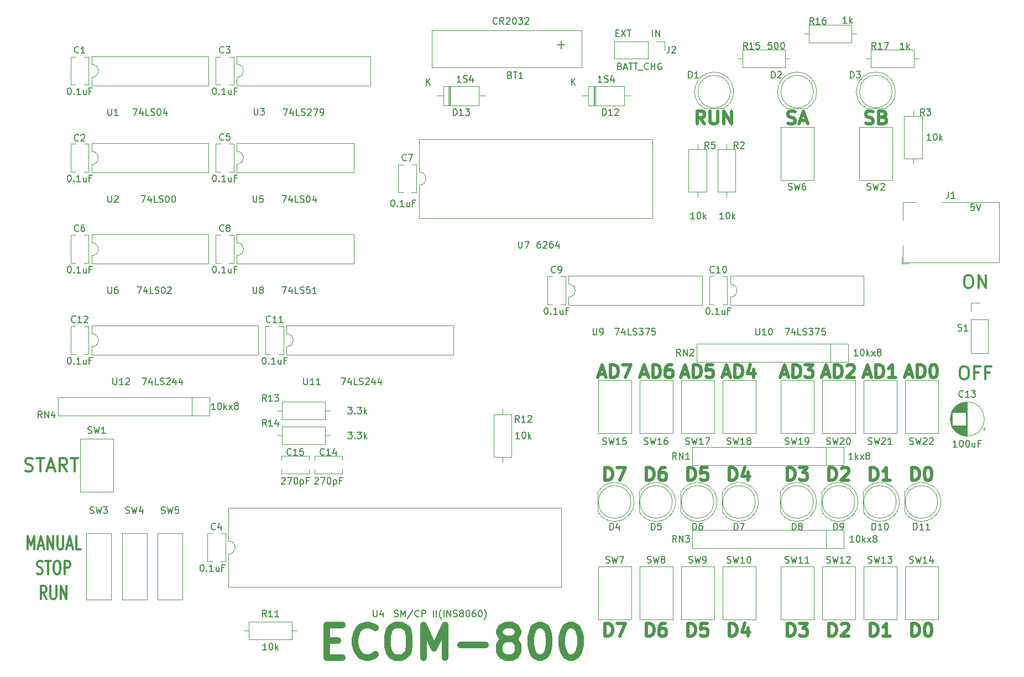
<source format=gto>
G04 #@! TF.GenerationSoftware,KiCad,Pcbnew,(5.1.9)-1*
G04 #@! TF.CreationDate,2025-11-02T13:22:50+09:00*
G04 #@! TF.ProjectId,ECOM-800,45434f4d-2d38-4303-902e-6b696361645f,rev?*
G04 #@! TF.SameCoordinates,PX53920b0PY93c3260*
G04 #@! TF.FileFunction,Legend,Top*
G04 #@! TF.FilePolarity,Positive*
%FSLAX46Y46*%
G04 Gerber Fmt 4.6, Leading zero omitted, Abs format (unit mm)*
G04 Created by KiCad (PCBNEW (5.1.9)-1) date 2025-11-02 13:22:50*
%MOMM*%
%LPD*%
G01*
G04 APERTURE LIST*
%ADD10C,0.150000*%
%ADD11C,1.000000*%
%ADD12C,0.500000*%
%ADD13C,0.300000*%
%ADD14C,0.120000*%
G04 APERTURE END LIST*
D10*
X73469761Y98067858D02*
X73422142Y98020239D01*
X73279285Y97972620D01*
X73184047Y97972620D01*
X73041190Y98020239D01*
X72945952Y98115477D01*
X72898333Y98210715D01*
X72850714Y98401191D01*
X72850714Y98544048D01*
X72898333Y98734524D01*
X72945952Y98829762D01*
X73041190Y98925000D01*
X73184047Y98972620D01*
X73279285Y98972620D01*
X73422142Y98925000D01*
X73469761Y98877381D01*
X74469761Y97972620D02*
X74136428Y98448810D01*
X73898333Y97972620D02*
X73898333Y98972620D01*
X74279285Y98972620D01*
X74374523Y98925000D01*
X74422142Y98877381D01*
X74469761Y98782143D01*
X74469761Y98639286D01*
X74422142Y98544048D01*
X74374523Y98496429D01*
X74279285Y98448810D01*
X73898333Y98448810D01*
X74850714Y98877381D02*
X74898333Y98925000D01*
X74993571Y98972620D01*
X75231666Y98972620D01*
X75326904Y98925000D01*
X75374523Y98877381D01*
X75422142Y98782143D01*
X75422142Y98686905D01*
X75374523Y98544048D01*
X74803095Y97972620D01*
X75422142Y97972620D01*
X76041190Y98972620D02*
X76136428Y98972620D01*
X76231666Y98925000D01*
X76279285Y98877381D01*
X76326904Y98782143D01*
X76374523Y98591667D01*
X76374523Y98353572D01*
X76326904Y98163096D01*
X76279285Y98067858D01*
X76231666Y98020239D01*
X76136428Y97972620D01*
X76041190Y97972620D01*
X75945952Y98020239D01*
X75898333Y98067858D01*
X75850714Y98163096D01*
X75803095Y98353572D01*
X75803095Y98591667D01*
X75850714Y98782143D01*
X75898333Y98877381D01*
X75945952Y98925000D01*
X76041190Y98972620D01*
X76707857Y98972620D02*
X77326904Y98972620D01*
X76993571Y98591667D01*
X77136428Y98591667D01*
X77231666Y98544048D01*
X77279285Y98496429D01*
X77326904Y98401191D01*
X77326904Y98163096D01*
X77279285Y98067858D01*
X77231666Y98020239D01*
X77136428Y97972620D01*
X76850714Y97972620D01*
X76755476Y98020239D01*
X76707857Y98067858D01*
X77707857Y98877381D02*
X77755476Y98925000D01*
X77850714Y98972620D01*
X78088809Y98972620D01*
X78184047Y98925000D01*
X78231666Y98877381D01*
X78279285Y98782143D01*
X78279285Y98686905D01*
X78231666Y98544048D01*
X77660238Y97972620D01*
X78279285Y97972620D01*
X89503333Y89082620D02*
X88931904Y89082620D01*
X89217619Y89082620D02*
X89217619Y90082620D01*
X89122380Y89939762D01*
X89027142Y89844524D01*
X88931904Y89796905D01*
X89884285Y89130239D02*
X90027142Y89082620D01*
X90265238Y89082620D01*
X90360476Y89130239D01*
X90408095Y89177858D01*
X90455714Y89273096D01*
X90455714Y89368334D01*
X90408095Y89463572D01*
X90360476Y89511191D01*
X90265238Y89558810D01*
X90074761Y89606429D01*
X89979523Y89654048D01*
X89931904Y89701667D01*
X89884285Y89796905D01*
X89884285Y89892143D01*
X89931904Y89987381D01*
X89979523Y90035000D01*
X90074761Y90082620D01*
X90312857Y90082620D01*
X90455714Y90035000D01*
X91312857Y89749286D02*
X91312857Y89082620D01*
X91074761Y90130239D02*
X90836666Y89415953D01*
X91455714Y89415953D01*
X67913333Y89082620D02*
X67341904Y89082620D01*
X67627619Y89082620D02*
X67627619Y90082620D01*
X67532380Y89939762D01*
X67437142Y89844524D01*
X67341904Y89796905D01*
X68294285Y89130239D02*
X68437142Y89082620D01*
X68675238Y89082620D01*
X68770476Y89130239D01*
X68818095Y89177858D01*
X68865714Y89273096D01*
X68865714Y89368334D01*
X68818095Y89463572D01*
X68770476Y89511191D01*
X68675238Y89558810D01*
X68484761Y89606429D01*
X68389523Y89654048D01*
X68341904Y89701667D01*
X68294285Y89796905D01*
X68294285Y89892143D01*
X68341904Y89987381D01*
X68389523Y90035000D01*
X68484761Y90082620D01*
X68722857Y90082620D01*
X68865714Y90035000D01*
X69722857Y89749286D02*
X69722857Y89082620D01*
X69484761Y90130239D02*
X69246666Y89415953D01*
X69865714Y89415953D01*
X91638571Y96591429D02*
X91971904Y96591429D01*
X92114761Y96067620D02*
X91638571Y96067620D01*
X91638571Y97067620D01*
X92114761Y97067620D01*
X92448095Y97067620D02*
X93114761Y96067620D01*
X93114761Y97067620D02*
X92448095Y96067620D01*
X93352857Y97067620D02*
X93924285Y97067620D01*
X93638571Y96067620D02*
X93638571Y97067620D01*
X97266190Y96067620D02*
X97266190Y97067620D01*
X97742380Y96067620D02*
X97742380Y97067620D01*
X98313809Y96067620D01*
X98313809Y97067620D01*
X92226190Y91511429D02*
X92369047Y91463810D01*
X92416666Y91416191D01*
X92464285Y91320953D01*
X92464285Y91178096D01*
X92416666Y91082858D01*
X92369047Y91035239D01*
X92273809Y90987620D01*
X91892857Y90987620D01*
X91892857Y91987620D01*
X92226190Y91987620D01*
X92321428Y91940000D01*
X92369047Y91892381D01*
X92416666Y91797143D01*
X92416666Y91701905D01*
X92369047Y91606667D01*
X92321428Y91559048D01*
X92226190Y91511429D01*
X91892857Y91511429D01*
X92845238Y91273334D02*
X93321428Y91273334D01*
X92750000Y90987620D02*
X93083333Y91987620D01*
X93416666Y90987620D01*
X93607142Y91987620D02*
X94178571Y91987620D01*
X93892857Y90987620D02*
X93892857Y91987620D01*
X94369047Y91987620D02*
X94940476Y91987620D01*
X94654761Y90987620D02*
X94654761Y91987620D01*
X95035714Y90892381D02*
X95797619Y90892381D01*
X96607142Y91082858D02*
X96559523Y91035239D01*
X96416666Y90987620D01*
X96321428Y90987620D01*
X96178571Y91035239D01*
X96083333Y91130477D01*
X96035714Y91225715D01*
X95988095Y91416191D01*
X95988095Y91559048D01*
X96035714Y91749524D01*
X96083333Y91844762D01*
X96178571Y91940000D01*
X96321428Y91987620D01*
X96416666Y91987620D01*
X96559523Y91940000D01*
X96607142Y91892381D01*
X97035714Y90987620D02*
X97035714Y91987620D01*
X97035714Y91511429D02*
X97607142Y91511429D01*
X97607142Y90987620D02*
X97607142Y91987620D01*
X98607142Y91940000D02*
X98511904Y91987620D01*
X98369047Y91987620D01*
X98226190Y91940000D01*
X98130952Y91844762D01*
X98083333Y91749524D01*
X98035714Y91559048D01*
X98035714Y91416191D01*
X98083333Y91225715D01*
X98130952Y91130477D01*
X98226190Y91035239D01*
X98369047Y90987620D01*
X98464285Y90987620D01*
X98607142Y91035239D01*
X98654761Y91082858D01*
X98654761Y91416191D01*
X98464285Y91416191D01*
D11*
X47389285Y3532143D02*
X49055952Y3532143D01*
X49770238Y913096D02*
X47389285Y913096D01*
X47389285Y5913096D01*
X49770238Y5913096D01*
X54770238Y1389286D02*
X54532142Y1151191D01*
X53817857Y913096D01*
X53341666Y913096D01*
X52627380Y1151191D01*
X52151190Y1627381D01*
X51913095Y2103572D01*
X51675000Y3055953D01*
X51675000Y3770239D01*
X51913095Y4722620D01*
X52151190Y5198810D01*
X52627380Y5675000D01*
X53341666Y5913096D01*
X53817857Y5913096D01*
X54532142Y5675000D01*
X54770238Y5436905D01*
X57865476Y5913096D02*
X58817857Y5913096D01*
X59294047Y5675000D01*
X59770238Y5198810D01*
X60008333Y4246429D01*
X60008333Y2579762D01*
X59770238Y1627381D01*
X59294047Y1151191D01*
X58817857Y913096D01*
X57865476Y913096D01*
X57389285Y1151191D01*
X56913095Y1627381D01*
X56675000Y2579762D01*
X56675000Y4246429D01*
X56913095Y5198810D01*
X57389285Y5675000D01*
X57865476Y5913096D01*
X62151190Y913096D02*
X62151190Y5913096D01*
X63817857Y2341667D01*
X65484523Y5913096D01*
X65484523Y913096D01*
X67865476Y2817858D02*
X71675000Y2817858D01*
X74770238Y3770239D02*
X74294047Y4008334D01*
X74055952Y4246429D01*
X73817857Y4722620D01*
X73817857Y4960715D01*
X74055952Y5436905D01*
X74294047Y5675000D01*
X74770238Y5913096D01*
X75722619Y5913096D01*
X76198809Y5675000D01*
X76436904Y5436905D01*
X76675000Y4960715D01*
X76675000Y4722620D01*
X76436904Y4246429D01*
X76198809Y4008334D01*
X75722619Y3770239D01*
X74770238Y3770239D01*
X74294047Y3532143D01*
X74055952Y3294048D01*
X73817857Y2817858D01*
X73817857Y1865477D01*
X74055952Y1389286D01*
X74294047Y1151191D01*
X74770238Y913096D01*
X75722619Y913096D01*
X76198809Y1151191D01*
X76436904Y1389286D01*
X76675000Y1865477D01*
X76675000Y2817858D01*
X76436904Y3294048D01*
X76198809Y3532143D01*
X75722619Y3770239D01*
X79770238Y5913096D02*
X80246428Y5913096D01*
X80722619Y5675000D01*
X80960714Y5436905D01*
X81198809Y4960715D01*
X81436904Y4008334D01*
X81436904Y2817858D01*
X81198809Y1865477D01*
X80960714Y1389286D01*
X80722619Y1151191D01*
X80246428Y913096D01*
X79770238Y913096D01*
X79294047Y1151191D01*
X79055952Y1389286D01*
X78817857Y1865477D01*
X78579761Y2817858D01*
X78579761Y4008334D01*
X78817857Y4960715D01*
X79055952Y5436905D01*
X79294047Y5675000D01*
X79770238Y5913096D01*
X84532142Y5913096D02*
X85008333Y5913096D01*
X85484523Y5675000D01*
X85722619Y5436905D01*
X85960714Y4960715D01*
X86198809Y4008334D01*
X86198809Y2817858D01*
X85960714Y1865477D01*
X85722619Y1389286D01*
X85484523Y1151191D01*
X85008333Y913096D01*
X84532142Y913096D01*
X84055952Y1151191D01*
X83817857Y1389286D01*
X83579761Y1865477D01*
X83341666Y2817858D01*
X83341666Y4008334D01*
X83579761Y4960715D01*
X83817857Y5436905D01*
X84055952Y5675000D01*
X84532142Y5913096D01*
D10*
X117530952Y51347620D02*
X118197619Y51347620D01*
X117769047Y50347620D01*
X119007142Y51014286D02*
X119007142Y50347620D01*
X118769047Y51395239D02*
X118530952Y50680953D01*
X119150000Y50680953D01*
X120007142Y50347620D02*
X119530952Y50347620D01*
X119530952Y51347620D01*
X120292857Y50395239D02*
X120435714Y50347620D01*
X120673809Y50347620D01*
X120769047Y50395239D01*
X120816666Y50442858D01*
X120864285Y50538096D01*
X120864285Y50633334D01*
X120816666Y50728572D01*
X120769047Y50776191D01*
X120673809Y50823810D01*
X120483333Y50871429D01*
X120388095Y50919048D01*
X120340476Y50966667D01*
X120292857Y51061905D01*
X120292857Y51157143D01*
X120340476Y51252381D01*
X120388095Y51300000D01*
X120483333Y51347620D01*
X120721428Y51347620D01*
X120864285Y51300000D01*
X121197619Y51347620D02*
X121816666Y51347620D01*
X121483333Y50966667D01*
X121626190Y50966667D01*
X121721428Y50919048D01*
X121769047Y50871429D01*
X121816666Y50776191D01*
X121816666Y50538096D01*
X121769047Y50442858D01*
X121721428Y50395239D01*
X121626190Y50347620D01*
X121340476Y50347620D01*
X121245238Y50395239D01*
X121197619Y50442858D01*
X122150000Y51347620D02*
X122816666Y51347620D01*
X122388095Y50347620D01*
X123673809Y51347620D02*
X123197619Y51347620D01*
X123150000Y50871429D01*
X123197619Y50919048D01*
X123292857Y50966667D01*
X123530952Y50966667D01*
X123626190Y50919048D01*
X123673809Y50871429D01*
X123721428Y50776191D01*
X123721428Y50538096D01*
X123673809Y50442858D01*
X123626190Y50395239D01*
X123530952Y50347620D01*
X123292857Y50347620D01*
X123197619Y50395239D01*
X123150000Y50442858D01*
X128698809Y47172620D02*
X128127380Y47172620D01*
X128413095Y47172620D02*
X128413095Y48172620D01*
X128317857Y48029762D01*
X128222619Y47934524D01*
X128127380Y47886905D01*
X129317857Y48172620D02*
X129413095Y48172620D01*
X129508333Y48125000D01*
X129555952Y48077381D01*
X129603571Y47982143D01*
X129651190Y47791667D01*
X129651190Y47553572D01*
X129603571Y47363096D01*
X129555952Y47267858D01*
X129508333Y47220239D01*
X129413095Y47172620D01*
X129317857Y47172620D01*
X129222619Y47220239D01*
X129175000Y47267858D01*
X129127380Y47363096D01*
X129079761Y47553572D01*
X129079761Y47791667D01*
X129127380Y47982143D01*
X129175000Y48077381D01*
X129222619Y48125000D01*
X129317857Y48172620D01*
X130079761Y47172620D02*
X130079761Y48172620D01*
X130175000Y47553572D02*
X130460714Y47172620D01*
X130460714Y47839286D02*
X130079761Y47458334D01*
X130794047Y47172620D02*
X131317857Y47839286D01*
X130794047Y47839286D02*
X131317857Y47172620D01*
X131841666Y47744048D02*
X131746428Y47791667D01*
X131698809Y47839286D01*
X131651190Y47934524D01*
X131651190Y47982143D01*
X131698809Y48077381D01*
X131746428Y48125000D01*
X131841666Y48172620D01*
X132032142Y48172620D01*
X132127380Y48125000D01*
X132175000Y48077381D01*
X132222619Y47982143D01*
X132222619Y47934524D01*
X132175000Y47839286D01*
X132127380Y47791667D01*
X132032142Y47744048D01*
X131841666Y47744048D01*
X131746428Y47696429D01*
X131698809Y47648810D01*
X131651190Y47553572D01*
X131651190Y47363096D01*
X131698809Y47267858D01*
X131746428Y47220239D01*
X131841666Y47172620D01*
X132032142Y47172620D01*
X132127380Y47220239D01*
X132175000Y47267858D01*
X132222619Y47363096D01*
X132222619Y47553572D01*
X132175000Y47648810D01*
X132127380Y47696429D01*
X132032142Y47744048D01*
X128063809Y18597620D02*
X127492380Y18597620D01*
X127778095Y18597620D02*
X127778095Y19597620D01*
X127682857Y19454762D01*
X127587619Y19359524D01*
X127492380Y19311905D01*
X128682857Y19597620D02*
X128778095Y19597620D01*
X128873333Y19550000D01*
X128920952Y19502381D01*
X128968571Y19407143D01*
X129016190Y19216667D01*
X129016190Y18978572D01*
X128968571Y18788096D01*
X128920952Y18692858D01*
X128873333Y18645239D01*
X128778095Y18597620D01*
X128682857Y18597620D01*
X128587619Y18645239D01*
X128540000Y18692858D01*
X128492380Y18788096D01*
X128444761Y18978572D01*
X128444761Y19216667D01*
X128492380Y19407143D01*
X128540000Y19502381D01*
X128587619Y19550000D01*
X128682857Y19597620D01*
X129444761Y18597620D02*
X129444761Y19597620D01*
X129540000Y18978572D02*
X129825714Y18597620D01*
X129825714Y19264286D02*
X129444761Y18883334D01*
X130159047Y18597620D02*
X130682857Y19264286D01*
X130159047Y19264286D02*
X130682857Y18597620D01*
X131206666Y19169048D02*
X131111428Y19216667D01*
X131063809Y19264286D01*
X131016190Y19359524D01*
X131016190Y19407143D01*
X131063809Y19502381D01*
X131111428Y19550000D01*
X131206666Y19597620D01*
X131397142Y19597620D01*
X131492380Y19550000D01*
X131540000Y19502381D01*
X131587619Y19407143D01*
X131587619Y19359524D01*
X131540000Y19264286D01*
X131492380Y19216667D01*
X131397142Y19169048D01*
X131206666Y19169048D01*
X131111428Y19121429D01*
X131063809Y19073810D01*
X131016190Y18978572D01*
X131016190Y18788096D01*
X131063809Y18692858D01*
X131111428Y18645239D01*
X131206666Y18597620D01*
X131397142Y18597620D01*
X131492380Y18645239D01*
X131540000Y18692858D01*
X131587619Y18788096D01*
X131587619Y18978572D01*
X131540000Y19073810D01*
X131492380Y19121429D01*
X131397142Y19169048D01*
X127905000Y31297620D02*
X127333571Y31297620D01*
X127619285Y31297620D02*
X127619285Y32297620D01*
X127524047Y32154762D01*
X127428809Y32059524D01*
X127333571Y32011905D01*
X128333571Y31297620D02*
X128333571Y32297620D01*
X128428809Y31678572D02*
X128714523Y31297620D01*
X128714523Y31964286D02*
X128333571Y31583334D01*
X129047857Y31297620D02*
X129571666Y31964286D01*
X129047857Y31964286D02*
X129571666Y31297620D01*
X130095476Y31869048D02*
X130000238Y31916667D01*
X129952619Y31964286D01*
X129905000Y32059524D01*
X129905000Y32107143D01*
X129952619Y32202381D01*
X130000238Y32250000D01*
X130095476Y32297620D01*
X130285952Y32297620D01*
X130381190Y32250000D01*
X130428809Y32202381D01*
X130476428Y32107143D01*
X130476428Y32059524D01*
X130428809Y31964286D01*
X130381190Y31916667D01*
X130285952Y31869048D01*
X130095476Y31869048D01*
X130000238Y31821429D01*
X129952619Y31773810D01*
X129905000Y31678572D01*
X129905000Y31488096D01*
X129952619Y31392858D01*
X130000238Y31345239D01*
X130095476Y31297620D01*
X130285952Y31297620D01*
X130381190Y31345239D01*
X130428809Y31392858D01*
X130476428Y31488096D01*
X130476428Y31678572D01*
X130428809Y31773810D01*
X130381190Y31821429D01*
X130285952Y31869048D01*
X108116761Y68127620D02*
X107545333Y68127620D01*
X107831047Y68127620D02*
X107831047Y69127620D01*
X107735809Y68984762D01*
X107640571Y68889524D01*
X107545333Y68841905D01*
X108735809Y69127620D02*
X108831047Y69127620D01*
X108926285Y69080000D01*
X108973904Y69032381D01*
X109021523Y68937143D01*
X109069142Y68746667D01*
X109069142Y68508572D01*
X109021523Y68318096D01*
X108973904Y68222858D01*
X108926285Y68175239D01*
X108831047Y68127620D01*
X108735809Y68127620D01*
X108640571Y68175239D01*
X108592952Y68222858D01*
X108545333Y68318096D01*
X108497714Y68508572D01*
X108497714Y68746667D01*
X108545333Y68937143D01*
X108592952Y69032381D01*
X108640571Y69080000D01*
X108735809Y69127620D01*
X109497714Y68127620D02*
X109497714Y69127620D01*
X109592952Y68508572D02*
X109878666Y68127620D01*
X109878666Y68794286D02*
X109497714Y68413334D01*
X103671761Y68127620D02*
X103100333Y68127620D01*
X103386047Y68127620D02*
X103386047Y69127620D01*
X103290809Y68984762D01*
X103195571Y68889524D01*
X103100333Y68841905D01*
X104290809Y69127620D02*
X104386047Y69127620D01*
X104481285Y69080000D01*
X104528904Y69032381D01*
X104576523Y68937143D01*
X104624142Y68746667D01*
X104624142Y68508572D01*
X104576523Y68318096D01*
X104528904Y68222858D01*
X104481285Y68175239D01*
X104386047Y68127620D01*
X104290809Y68127620D01*
X104195571Y68175239D01*
X104147952Y68222858D01*
X104100333Y68318096D01*
X104052714Y68508572D01*
X104052714Y68746667D01*
X104100333Y68937143D01*
X104147952Y69032381D01*
X104195571Y69080000D01*
X104290809Y69127620D01*
X105052714Y68127620D02*
X105052714Y69127620D01*
X105147952Y68508572D02*
X105433666Y68127620D01*
X105433666Y68794286D02*
X105052714Y68413334D01*
X139866761Y80192620D02*
X139295333Y80192620D01*
X139581047Y80192620D02*
X139581047Y81192620D01*
X139485809Y81049762D01*
X139390571Y80954524D01*
X139295333Y80906905D01*
X140485809Y81192620D02*
X140581047Y81192620D01*
X140676285Y81145000D01*
X140723904Y81097381D01*
X140771523Y81002143D01*
X140819142Y80811667D01*
X140819142Y80573572D01*
X140771523Y80383096D01*
X140723904Y80287858D01*
X140676285Y80240239D01*
X140581047Y80192620D01*
X140485809Y80192620D01*
X140390571Y80240239D01*
X140342952Y80287858D01*
X140295333Y80383096D01*
X140247714Y80573572D01*
X140247714Y80811667D01*
X140295333Y81002143D01*
X140342952Y81097381D01*
X140390571Y81145000D01*
X140485809Y81192620D01*
X141247714Y80192620D02*
X141247714Y81192620D01*
X141342952Y80573572D02*
X141628666Y80192620D01*
X141628666Y80859286D02*
X141247714Y80478334D01*
X115490714Y95162620D02*
X115014523Y95162620D01*
X114966904Y94686429D01*
X115014523Y94734048D01*
X115109761Y94781667D01*
X115347857Y94781667D01*
X115443095Y94734048D01*
X115490714Y94686429D01*
X115538333Y94591191D01*
X115538333Y94353096D01*
X115490714Y94257858D01*
X115443095Y94210239D01*
X115347857Y94162620D01*
X115109761Y94162620D01*
X115014523Y94210239D01*
X114966904Y94257858D01*
X116157380Y95162620D02*
X116252619Y95162620D01*
X116347857Y95115000D01*
X116395476Y95067381D01*
X116443095Y94972143D01*
X116490714Y94781667D01*
X116490714Y94543572D01*
X116443095Y94353096D01*
X116395476Y94257858D01*
X116347857Y94210239D01*
X116252619Y94162620D01*
X116157380Y94162620D01*
X116062142Y94210239D01*
X116014523Y94257858D01*
X115966904Y94353096D01*
X115919285Y94543572D01*
X115919285Y94781667D01*
X115966904Y94972143D01*
X116014523Y95067381D01*
X116062142Y95115000D01*
X116157380Y95162620D01*
X117109761Y95162620D02*
X117205000Y95162620D01*
X117300238Y95115000D01*
X117347857Y95067381D01*
X117395476Y94972143D01*
X117443095Y94781667D01*
X117443095Y94543572D01*
X117395476Y94353096D01*
X117347857Y94257858D01*
X117300238Y94210239D01*
X117205000Y94162620D01*
X117109761Y94162620D01*
X117014523Y94210239D01*
X116966904Y94257858D01*
X116919285Y94353096D01*
X116871666Y94543572D01*
X116871666Y94781667D01*
X116919285Y94972143D01*
X116966904Y95067381D01*
X117014523Y95115000D01*
X117109761Y95162620D01*
X127007952Y98099620D02*
X126436523Y98099620D01*
X126722238Y98099620D02*
X126722238Y99099620D01*
X126627000Y98956762D01*
X126531761Y98861524D01*
X126436523Y98813905D01*
X127436523Y98099620D02*
X127436523Y99099620D01*
X127531761Y98480572D02*
X127817476Y98099620D01*
X127817476Y98766286D02*
X127436523Y98385334D01*
X135770952Y94162620D02*
X135199523Y94162620D01*
X135485238Y94162620D02*
X135485238Y95162620D01*
X135390000Y95019762D01*
X135294761Y94924524D01*
X135199523Y94876905D01*
X136199523Y94162620D02*
X136199523Y95162620D01*
X136294761Y94543572D02*
X136580476Y94162620D01*
X136580476Y94829286D02*
X136199523Y94448334D01*
D12*
X105203809Y82661239D02*
X104537142Y83613620D01*
X104060952Y82661239D02*
X104060952Y84661239D01*
X104822857Y84661239D01*
X105013333Y84566000D01*
X105108571Y84470762D01*
X105203809Y84280286D01*
X105203809Y83994572D01*
X105108571Y83804096D01*
X105013333Y83708858D01*
X104822857Y83613620D01*
X104060952Y83613620D01*
X106060952Y84661239D02*
X106060952Y83042191D01*
X106156190Y82851715D01*
X106251428Y82756477D01*
X106441904Y82661239D01*
X106822857Y82661239D01*
X107013333Y82756477D01*
X107108571Y82851715D01*
X107203809Y83042191D01*
X107203809Y84661239D01*
X108156190Y82661239D02*
X108156190Y84661239D01*
X109299047Y82661239D01*
X109299047Y84661239D01*
X129873571Y82756477D02*
X130159285Y82661239D01*
X130635476Y82661239D01*
X130825952Y82756477D01*
X130921190Y82851715D01*
X131016428Y83042191D01*
X131016428Y83232667D01*
X130921190Y83423143D01*
X130825952Y83518381D01*
X130635476Y83613620D01*
X130254523Y83708858D01*
X130064047Y83804096D01*
X129968809Y83899334D01*
X129873571Y84089810D01*
X129873571Y84280286D01*
X129968809Y84470762D01*
X130064047Y84566000D01*
X130254523Y84661239D01*
X130730714Y84661239D01*
X131016428Y84566000D01*
X132540238Y83708858D02*
X132825952Y83613620D01*
X132921190Y83518381D01*
X133016428Y83327905D01*
X133016428Y83042191D01*
X132921190Y82851715D01*
X132825952Y82756477D01*
X132635476Y82661239D01*
X131873571Y82661239D01*
X131873571Y84661239D01*
X132540238Y84661239D01*
X132730714Y84566000D01*
X132825952Y84470762D01*
X132921190Y84280286D01*
X132921190Y84089810D01*
X132825952Y83899334D01*
X132730714Y83804096D01*
X132540238Y83708858D01*
X131873571Y83708858D01*
X117951428Y82756477D02*
X118237142Y82661239D01*
X118713333Y82661239D01*
X118903809Y82756477D01*
X118999047Y82851715D01*
X119094285Y83042191D01*
X119094285Y83232667D01*
X118999047Y83423143D01*
X118903809Y83518381D01*
X118713333Y83613620D01*
X118332380Y83708858D01*
X118141904Y83804096D01*
X118046666Y83899334D01*
X117951428Y84089810D01*
X117951428Y84280286D01*
X118046666Y84470762D01*
X118141904Y84566000D01*
X118332380Y84661239D01*
X118808571Y84661239D01*
X119094285Y84566000D01*
X119856190Y83232667D02*
X120808571Y83232667D01*
X119665714Y82661239D02*
X120332380Y84661239D01*
X120999047Y82661239D01*
X136001428Y44370667D02*
X136953809Y44370667D01*
X135810952Y43799239D02*
X136477619Y45799239D01*
X137144285Y43799239D01*
X137810952Y43799239D02*
X137810952Y45799239D01*
X138287142Y45799239D01*
X138572857Y45704000D01*
X138763333Y45513524D01*
X138858571Y45323048D01*
X138953809Y44942096D01*
X138953809Y44656381D01*
X138858571Y44275429D01*
X138763333Y44084953D01*
X138572857Y43894477D01*
X138287142Y43799239D01*
X137810952Y43799239D01*
X140191904Y45799239D02*
X140382380Y45799239D01*
X140572857Y45704000D01*
X140668095Y45608762D01*
X140763333Y45418286D01*
X140858571Y45037334D01*
X140858571Y44561143D01*
X140763333Y44180191D01*
X140668095Y43989715D01*
X140572857Y43894477D01*
X140382380Y43799239D01*
X140191904Y43799239D01*
X140001428Y43894477D01*
X139906190Y43989715D01*
X139810952Y44180191D01*
X139715714Y44561143D01*
X139715714Y45037334D01*
X139810952Y45418286D01*
X139906190Y45608762D01*
X140001428Y45704000D01*
X140191904Y45799239D01*
X129651428Y44370667D02*
X130603809Y44370667D01*
X129460952Y43799239D02*
X130127619Y45799239D01*
X130794285Y43799239D01*
X131460952Y43799239D02*
X131460952Y45799239D01*
X131937142Y45799239D01*
X132222857Y45704000D01*
X132413333Y45513524D01*
X132508571Y45323048D01*
X132603809Y44942096D01*
X132603809Y44656381D01*
X132508571Y44275429D01*
X132413333Y44084953D01*
X132222857Y43894477D01*
X131937142Y43799239D01*
X131460952Y43799239D01*
X134508571Y43799239D02*
X133365714Y43799239D01*
X133937142Y43799239D02*
X133937142Y45799239D01*
X133746666Y45513524D01*
X133556190Y45323048D01*
X133365714Y45227810D01*
X123301428Y44370667D02*
X124253809Y44370667D01*
X123110952Y43799239D02*
X123777619Y45799239D01*
X124444285Y43799239D01*
X125110952Y43799239D02*
X125110952Y45799239D01*
X125587142Y45799239D01*
X125872857Y45704000D01*
X126063333Y45513524D01*
X126158571Y45323048D01*
X126253809Y44942096D01*
X126253809Y44656381D01*
X126158571Y44275429D01*
X126063333Y44084953D01*
X125872857Y43894477D01*
X125587142Y43799239D01*
X125110952Y43799239D01*
X127015714Y45608762D02*
X127110952Y45704000D01*
X127301428Y45799239D01*
X127777619Y45799239D01*
X127968095Y45704000D01*
X128063333Y45608762D01*
X128158571Y45418286D01*
X128158571Y45227810D01*
X128063333Y44942096D01*
X126920476Y43799239D01*
X128158571Y43799239D01*
X116951428Y44370667D02*
X117903809Y44370667D01*
X116760952Y43799239D02*
X117427619Y45799239D01*
X118094285Y43799239D01*
X118760952Y43799239D02*
X118760952Y45799239D01*
X119237142Y45799239D01*
X119522857Y45704000D01*
X119713333Y45513524D01*
X119808571Y45323048D01*
X119903809Y44942096D01*
X119903809Y44656381D01*
X119808571Y44275429D01*
X119713333Y44084953D01*
X119522857Y43894477D01*
X119237142Y43799239D01*
X118760952Y43799239D01*
X120570476Y45799239D02*
X121808571Y45799239D01*
X121141904Y45037334D01*
X121427619Y45037334D01*
X121618095Y44942096D01*
X121713333Y44846858D01*
X121808571Y44656381D01*
X121808571Y44180191D01*
X121713333Y43989715D01*
X121618095Y43894477D01*
X121427619Y43799239D01*
X120856190Y43799239D01*
X120665714Y43894477D01*
X120570476Y43989715D01*
X108061428Y44370667D02*
X109013809Y44370667D01*
X107870952Y43799239D02*
X108537619Y45799239D01*
X109204285Y43799239D01*
X109870952Y43799239D02*
X109870952Y45799239D01*
X110347142Y45799239D01*
X110632857Y45704000D01*
X110823333Y45513524D01*
X110918571Y45323048D01*
X111013809Y44942096D01*
X111013809Y44656381D01*
X110918571Y44275429D01*
X110823333Y44084953D01*
X110632857Y43894477D01*
X110347142Y43799239D01*
X109870952Y43799239D01*
X112728095Y45132572D02*
X112728095Y43799239D01*
X112251904Y45894477D02*
X111775714Y44465905D01*
X113013809Y44465905D01*
X101711428Y44370667D02*
X102663809Y44370667D01*
X101520952Y43799239D02*
X102187619Y45799239D01*
X102854285Y43799239D01*
X103520952Y43799239D02*
X103520952Y45799239D01*
X103997142Y45799239D01*
X104282857Y45704000D01*
X104473333Y45513524D01*
X104568571Y45323048D01*
X104663809Y44942096D01*
X104663809Y44656381D01*
X104568571Y44275429D01*
X104473333Y44084953D01*
X104282857Y43894477D01*
X103997142Y43799239D01*
X103520952Y43799239D01*
X106473333Y45799239D02*
X105520952Y45799239D01*
X105425714Y44846858D01*
X105520952Y44942096D01*
X105711428Y45037334D01*
X106187619Y45037334D01*
X106378095Y44942096D01*
X106473333Y44846858D01*
X106568571Y44656381D01*
X106568571Y44180191D01*
X106473333Y43989715D01*
X106378095Y43894477D01*
X106187619Y43799239D01*
X105711428Y43799239D01*
X105520952Y43894477D01*
X105425714Y43989715D01*
X95488428Y44370667D02*
X96440809Y44370667D01*
X95297952Y43799239D02*
X95964619Y45799239D01*
X96631285Y43799239D01*
X97297952Y43799239D02*
X97297952Y45799239D01*
X97774142Y45799239D01*
X98059857Y45704000D01*
X98250333Y45513524D01*
X98345571Y45323048D01*
X98440809Y44942096D01*
X98440809Y44656381D01*
X98345571Y44275429D01*
X98250333Y44084953D01*
X98059857Y43894477D01*
X97774142Y43799239D01*
X97297952Y43799239D01*
X100155095Y45799239D02*
X99774142Y45799239D01*
X99583666Y45704000D01*
X99488428Y45608762D01*
X99297952Y45323048D01*
X99202714Y44942096D01*
X99202714Y44180191D01*
X99297952Y43989715D01*
X99393190Y43894477D01*
X99583666Y43799239D01*
X99964619Y43799239D01*
X100155095Y43894477D01*
X100250333Y43989715D01*
X100345571Y44180191D01*
X100345571Y44656381D01*
X100250333Y44846858D01*
X100155095Y44942096D01*
X99964619Y45037334D01*
X99583666Y45037334D01*
X99393190Y44942096D01*
X99297952Y44846858D01*
X99202714Y44656381D01*
X89011428Y44370667D02*
X89963809Y44370667D01*
X88820952Y43799239D02*
X89487619Y45799239D01*
X90154285Y43799239D01*
X90820952Y43799239D02*
X90820952Y45799239D01*
X91297142Y45799239D01*
X91582857Y45704000D01*
X91773333Y45513524D01*
X91868571Y45323048D01*
X91963809Y44942096D01*
X91963809Y44656381D01*
X91868571Y44275429D01*
X91773333Y44084953D01*
X91582857Y43894477D01*
X91297142Y43799239D01*
X90820952Y43799239D01*
X92630476Y45799239D02*
X93963809Y45799239D01*
X93106666Y43799239D01*
X136953809Y28051239D02*
X136953809Y30051239D01*
X137430000Y30051239D01*
X137715714Y29956000D01*
X137906190Y29765524D01*
X138001428Y29575048D01*
X138096666Y29194096D01*
X138096666Y28908381D01*
X138001428Y28527429D01*
X137906190Y28336953D01*
X137715714Y28146477D01*
X137430000Y28051239D01*
X136953809Y28051239D01*
X139334761Y30051239D02*
X139525238Y30051239D01*
X139715714Y29956000D01*
X139810952Y29860762D01*
X139906190Y29670286D01*
X140001428Y29289334D01*
X140001428Y28813143D01*
X139906190Y28432191D01*
X139810952Y28241715D01*
X139715714Y28146477D01*
X139525238Y28051239D01*
X139334761Y28051239D01*
X139144285Y28146477D01*
X139049047Y28241715D01*
X138953809Y28432191D01*
X138858571Y28813143D01*
X138858571Y29289334D01*
X138953809Y29670286D01*
X139049047Y29860762D01*
X139144285Y29956000D01*
X139334761Y30051239D01*
X130603809Y28051239D02*
X130603809Y30051239D01*
X131080000Y30051239D01*
X131365714Y29956000D01*
X131556190Y29765524D01*
X131651428Y29575048D01*
X131746666Y29194096D01*
X131746666Y28908381D01*
X131651428Y28527429D01*
X131556190Y28336953D01*
X131365714Y28146477D01*
X131080000Y28051239D01*
X130603809Y28051239D01*
X133651428Y28051239D02*
X132508571Y28051239D01*
X133080000Y28051239D02*
X133080000Y30051239D01*
X132889523Y29765524D01*
X132699047Y29575048D01*
X132508571Y29479810D01*
X124253809Y28051239D02*
X124253809Y30051239D01*
X124730000Y30051239D01*
X125015714Y29956000D01*
X125206190Y29765524D01*
X125301428Y29575048D01*
X125396666Y29194096D01*
X125396666Y28908381D01*
X125301428Y28527429D01*
X125206190Y28336953D01*
X125015714Y28146477D01*
X124730000Y28051239D01*
X124253809Y28051239D01*
X126158571Y29860762D02*
X126253809Y29956000D01*
X126444285Y30051239D01*
X126920476Y30051239D01*
X127110952Y29956000D01*
X127206190Y29860762D01*
X127301428Y29670286D01*
X127301428Y29479810D01*
X127206190Y29194096D01*
X126063333Y28051239D01*
X127301428Y28051239D01*
X117903809Y28051239D02*
X117903809Y30051239D01*
X118380000Y30051239D01*
X118665714Y29956000D01*
X118856190Y29765524D01*
X118951428Y29575048D01*
X119046666Y29194096D01*
X119046666Y28908381D01*
X118951428Y28527429D01*
X118856190Y28336953D01*
X118665714Y28146477D01*
X118380000Y28051239D01*
X117903809Y28051239D01*
X119713333Y30051239D02*
X120951428Y30051239D01*
X120284761Y29289334D01*
X120570476Y29289334D01*
X120760952Y29194096D01*
X120856190Y29098858D01*
X120951428Y28908381D01*
X120951428Y28432191D01*
X120856190Y28241715D01*
X120760952Y28146477D01*
X120570476Y28051239D01*
X119999047Y28051239D01*
X119808571Y28146477D01*
X119713333Y28241715D01*
X109013809Y28051239D02*
X109013809Y30051239D01*
X109490000Y30051239D01*
X109775714Y29956000D01*
X109966190Y29765524D01*
X110061428Y29575048D01*
X110156666Y29194096D01*
X110156666Y28908381D01*
X110061428Y28527429D01*
X109966190Y28336953D01*
X109775714Y28146477D01*
X109490000Y28051239D01*
X109013809Y28051239D01*
X111870952Y29384572D02*
X111870952Y28051239D01*
X111394761Y30146477D02*
X110918571Y28717905D01*
X112156666Y28717905D01*
X102663809Y28051239D02*
X102663809Y30051239D01*
X103140000Y30051239D01*
X103425714Y29956000D01*
X103616190Y29765524D01*
X103711428Y29575048D01*
X103806666Y29194096D01*
X103806666Y28908381D01*
X103711428Y28527429D01*
X103616190Y28336953D01*
X103425714Y28146477D01*
X103140000Y28051239D01*
X102663809Y28051239D01*
X105616190Y30051239D02*
X104663809Y30051239D01*
X104568571Y29098858D01*
X104663809Y29194096D01*
X104854285Y29289334D01*
X105330476Y29289334D01*
X105520952Y29194096D01*
X105616190Y29098858D01*
X105711428Y28908381D01*
X105711428Y28432191D01*
X105616190Y28241715D01*
X105520952Y28146477D01*
X105330476Y28051239D01*
X104854285Y28051239D01*
X104663809Y28146477D01*
X104568571Y28241715D01*
X96313809Y28051239D02*
X96313809Y30051239D01*
X96790000Y30051239D01*
X97075714Y29956000D01*
X97266190Y29765524D01*
X97361428Y29575048D01*
X97456666Y29194096D01*
X97456666Y28908381D01*
X97361428Y28527429D01*
X97266190Y28336953D01*
X97075714Y28146477D01*
X96790000Y28051239D01*
X96313809Y28051239D01*
X99170952Y30051239D02*
X98790000Y30051239D01*
X98599523Y29956000D01*
X98504285Y29860762D01*
X98313809Y29575048D01*
X98218571Y29194096D01*
X98218571Y28432191D01*
X98313809Y28241715D01*
X98409047Y28146477D01*
X98599523Y28051239D01*
X98980476Y28051239D01*
X99170952Y28146477D01*
X99266190Y28241715D01*
X99361428Y28432191D01*
X99361428Y28908381D01*
X99266190Y29098858D01*
X99170952Y29194096D01*
X98980476Y29289334D01*
X98599523Y29289334D01*
X98409047Y29194096D01*
X98313809Y29098858D01*
X98218571Y28908381D01*
X89963809Y28051239D02*
X89963809Y30051239D01*
X90440000Y30051239D01*
X90725714Y29956000D01*
X90916190Y29765524D01*
X91011428Y29575048D01*
X91106666Y29194096D01*
X91106666Y28908381D01*
X91011428Y28527429D01*
X90916190Y28336953D01*
X90725714Y28146477D01*
X90440000Y28051239D01*
X89963809Y28051239D01*
X91773333Y30051239D02*
X93106666Y30051239D01*
X92249523Y28051239D01*
X136953809Y4175239D02*
X136953809Y6175239D01*
X137430000Y6175239D01*
X137715714Y6080000D01*
X137906190Y5889524D01*
X138001428Y5699048D01*
X138096666Y5318096D01*
X138096666Y5032381D01*
X138001428Y4651429D01*
X137906190Y4460953D01*
X137715714Y4270477D01*
X137430000Y4175239D01*
X136953809Y4175239D01*
X139334761Y6175239D02*
X139525238Y6175239D01*
X139715714Y6080000D01*
X139810952Y5984762D01*
X139906190Y5794286D01*
X140001428Y5413334D01*
X140001428Y4937143D01*
X139906190Y4556191D01*
X139810952Y4365715D01*
X139715714Y4270477D01*
X139525238Y4175239D01*
X139334761Y4175239D01*
X139144285Y4270477D01*
X139049047Y4365715D01*
X138953809Y4556191D01*
X138858571Y4937143D01*
X138858571Y5413334D01*
X138953809Y5794286D01*
X139049047Y5984762D01*
X139144285Y6080000D01*
X139334761Y6175239D01*
X130603809Y4175239D02*
X130603809Y6175239D01*
X131080000Y6175239D01*
X131365714Y6080000D01*
X131556190Y5889524D01*
X131651428Y5699048D01*
X131746666Y5318096D01*
X131746666Y5032381D01*
X131651428Y4651429D01*
X131556190Y4460953D01*
X131365714Y4270477D01*
X131080000Y4175239D01*
X130603809Y4175239D01*
X133651428Y4175239D02*
X132508571Y4175239D01*
X133080000Y4175239D02*
X133080000Y6175239D01*
X132889523Y5889524D01*
X132699047Y5699048D01*
X132508571Y5603810D01*
X124253809Y4175239D02*
X124253809Y6175239D01*
X124730000Y6175239D01*
X125015714Y6080000D01*
X125206190Y5889524D01*
X125301428Y5699048D01*
X125396666Y5318096D01*
X125396666Y5032381D01*
X125301428Y4651429D01*
X125206190Y4460953D01*
X125015714Y4270477D01*
X124730000Y4175239D01*
X124253809Y4175239D01*
X126158571Y5984762D02*
X126253809Y6080000D01*
X126444285Y6175239D01*
X126920476Y6175239D01*
X127110952Y6080000D01*
X127206190Y5984762D01*
X127301428Y5794286D01*
X127301428Y5603810D01*
X127206190Y5318096D01*
X126063333Y4175239D01*
X127301428Y4175239D01*
X117903809Y4175239D02*
X117903809Y6175239D01*
X118380000Y6175239D01*
X118665714Y6080000D01*
X118856190Y5889524D01*
X118951428Y5699048D01*
X119046666Y5318096D01*
X119046666Y5032381D01*
X118951428Y4651429D01*
X118856190Y4460953D01*
X118665714Y4270477D01*
X118380000Y4175239D01*
X117903809Y4175239D01*
X119713333Y6175239D02*
X120951428Y6175239D01*
X120284761Y5413334D01*
X120570476Y5413334D01*
X120760952Y5318096D01*
X120856190Y5222858D01*
X120951428Y5032381D01*
X120951428Y4556191D01*
X120856190Y4365715D01*
X120760952Y4270477D01*
X120570476Y4175239D01*
X119999047Y4175239D01*
X119808571Y4270477D01*
X119713333Y4365715D01*
X109013809Y4175239D02*
X109013809Y6175239D01*
X109490000Y6175239D01*
X109775714Y6080000D01*
X109966190Y5889524D01*
X110061428Y5699048D01*
X110156666Y5318096D01*
X110156666Y5032381D01*
X110061428Y4651429D01*
X109966190Y4460953D01*
X109775714Y4270477D01*
X109490000Y4175239D01*
X109013809Y4175239D01*
X111870952Y5508572D02*
X111870952Y4175239D01*
X111394761Y6270477D02*
X110918571Y4841905D01*
X112156666Y4841905D01*
X102663809Y4175239D02*
X102663809Y6175239D01*
X103140000Y6175239D01*
X103425714Y6080000D01*
X103616190Y5889524D01*
X103711428Y5699048D01*
X103806666Y5318096D01*
X103806666Y5032381D01*
X103711428Y4651429D01*
X103616190Y4460953D01*
X103425714Y4270477D01*
X103140000Y4175239D01*
X102663809Y4175239D01*
X105616190Y6175239D02*
X104663809Y6175239D01*
X104568571Y5222858D01*
X104663809Y5318096D01*
X104854285Y5413334D01*
X105330476Y5413334D01*
X105520952Y5318096D01*
X105616190Y5222858D01*
X105711428Y5032381D01*
X105711428Y4556191D01*
X105616190Y4365715D01*
X105520952Y4270477D01*
X105330476Y4175239D01*
X104854285Y4175239D01*
X104663809Y4270477D01*
X104568571Y4365715D01*
X96313809Y4175239D02*
X96313809Y6175239D01*
X96790000Y6175239D01*
X97075714Y6080000D01*
X97266190Y5889524D01*
X97361428Y5699048D01*
X97456666Y5318096D01*
X97456666Y5032381D01*
X97361428Y4651429D01*
X97266190Y4460953D01*
X97075714Y4270477D01*
X96790000Y4175239D01*
X96313809Y4175239D01*
X99170952Y6175239D02*
X98790000Y6175239D01*
X98599523Y6080000D01*
X98504285Y5984762D01*
X98313809Y5699048D01*
X98218571Y5318096D01*
X98218571Y4556191D01*
X98313809Y4365715D01*
X98409047Y4270477D01*
X98599523Y4175239D01*
X98980476Y4175239D01*
X99170952Y4270477D01*
X99266190Y4365715D01*
X99361428Y4556191D01*
X99361428Y5032381D01*
X99266190Y5222858D01*
X99170952Y5318096D01*
X98980476Y5413334D01*
X98599523Y5413334D01*
X98409047Y5318096D01*
X98313809Y5222858D01*
X98218571Y5032381D01*
X89963809Y4175239D02*
X89963809Y6175239D01*
X90440000Y6175239D01*
X90725714Y6080000D01*
X90916190Y5889524D01*
X91011428Y5699048D01*
X91106666Y5318096D01*
X91106666Y5032381D01*
X91011428Y4651429D01*
X90916190Y4460953D01*
X90725714Y4270477D01*
X90440000Y4175239D01*
X89963809Y4175239D01*
X91773333Y6175239D02*
X93106666Y6175239D01*
X92249523Y4175239D01*
D10*
X91495952Y51347620D02*
X92162619Y51347620D01*
X91734047Y50347620D01*
X92972142Y51014286D02*
X92972142Y50347620D01*
X92734047Y51395239D02*
X92495952Y50680953D01*
X93115000Y50680953D01*
X93972142Y50347620D02*
X93495952Y50347620D01*
X93495952Y51347620D01*
X94257857Y50395239D02*
X94400714Y50347620D01*
X94638809Y50347620D01*
X94734047Y50395239D01*
X94781666Y50442858D01*
X94829285Y50538096D01*
X94829285Y50633334D01*
X94781666Y50728572D01*
X94734047Y50776191D01*
X94638809Y50823810D01*
X94448333Y50871429D01*
X94353095Y50919048D01*
X94305476Y50966667D01*
X94257857Y51061905D01*
X94257857Y51157143D01*
X94305476Y51252381D01*
X94353095Y51300000D01*
X94448333Y51347620D01*
X94686428Y51347620D01*
X94829285Y51300000D01*
X95162619Y51347620D02*
X95781666Y51347620D01*
X95448333Y50966667D01*
X95591190Y50966667D01*
X95686428Y50919048D01*
X95734047Y50871429D01*
X95781666Y50776191D01*
X95781666Y50538096D01*
X95734047Y50442858D01*
X95686428Y50395239D01*
X95591190Y50347620D01*
X95305476Y50347620D01*
X95210238Y50395239D01*
X95162619Y50442858D01*
X96115000Y51347620D02*
X96781666Y51347620D01*
X96353095Y50347620D01*
X97638809Y51347620D02*
X97162619Y51347620D01*
X97115000Y50871429D01*
X97162619Y50919048D01*
X97257857Y50966667D01*
X97495952Y50966667D01*
X97591190Y50919048D01*
X97638809Y50871429D01*
X97686428Y50776191D01*
X97686428Y50538096D01*
X97638809Y50442858D01*
X97591190Y50395239D01*
X97495952Y50347620D01*
X97257857Y50347620D01*
X97162619Y50395239D01*
X97115000Y50442858D01*
X80041904Y64682620D02*
X79851428Y64682620D01*
X79756190Y64635000D01*
X79708571Y64587381D01*
X79613333Y64444524D01*
X79565714Y64254048D01*
X79565714Y63873096D01*
X79613333Y63777858D01*
X79660952Y63730239D01*
X79756190Y63682620D01*
X79946666Y63682620D01*
X80041904Y63730239D01*
X80089523Y63777858D01*
X80137142Y63873096D01*
X80137142Y64111191D01*
X80089523Y64206429D01*
X80041904Y64254048D01*
X79946666Y64301667D01*
X79756190Y64301667D01*
X79660952Y64254048D01*
X79613333Y64206429D01*
X79565714Y64111191D01*
X80518095Y64587381D02*
X80565714Y64635000D01*
X80660952Y64682620D01*
X80899047Y64682620D01*
X80994285Y64635000D01*
X81041904Y64587381D01*
X81089523Y64492143D01*
X81089523Y64396905D01*
X81041904Y64254048D01*
X80470476Y63682620D01*
X81089523Y63682620D01*
X81946666Y64682620D02*
X81756190Y64682620D01*
X81660952Y64635000D01*
X81613333Y64587381D01*
X81518095Y64444524D01*
X81470476Y64254048D01*
X81470476Y63873096D01*
X81518095Y63777858D01*
X81565714Y63730239D01*
X81660952Y63682620D01*
X81851428Y63682620D01*
X81946666Y63730239D01*
X81994285Y63777858D01*
X82041904Y63873096D01*
X82041904Y64111191D01*
X81994285Y64206429D01*
X81946666Y64254048D01*
X81851428Y64301667D01*
X81660952Y64301667D01*
X81565714Y64254048D01*
X81518095Y64206429D01*
X81470476Y64111191D01*
X82899047Y64349286D02*
X82899047Y63682620D01*
X82660952Y64730239D02*
X82422857Y64015953D01*
X83041904Y64015953D01*
X76874761Y34472620D02*
X76303333Y34472620D01*
X76589047Y34472620D02*
X76589047Y35472620D01*
X76493809Y35329762D01*
X76398571Y35234524D01*
X76303333Y35186905D01*
X77493809Y35472620D02*
X77589047Y35472620D01*
X77684285Y35425000D01*
X77731904Y35377381D01*
X77779523Y35282143D01*
X77827142Y35091667D01*
X77827142Y34853572D01*
X77779523Y34663096D01*
X77731904Y34567858D01*
X77684285Y34520239D01*
X77589047Y34472620D01*
X77493809Y34472620D01*
X77398571Y34520239D01*
X77350952Y34567858D01*
X77303333Y34663096D01*
X77255714Y34853572D01*
X77255714Y35091667D01*
X77303333Y35282143D01*
X77350952Y35377381D01*
X77398571Y35425000D01*
X77493809Y35472620D01*
X78255714Y34472620D02*
X78255714Y35472620D01*
X78350952Y34853572D02*
X78636666Y34472620D01*
X78636666Y35139286D02*
X78255714Y34758334D01*
X57722380Y7215239D02*
X57865238Y7167620D01*
X58103333Y7167620D01*
X58198571Y7215239D01*
X58246190Y7262858D01*
X58293809Y7358096D01*
X58293809Y7453334D01*
X58246190Y7548572D01*
X58198571Y7596191D01*
X58103333Y7643810D01*
X57912857Y7691429D01*
X57817619Y7739048D01*
X57770000Y7786667D01*
X57722380Y7881905D01*
X57722380Y7977143D01*
X57770000Y8072381D01*
X57817619Y8120000D01*
X57912857Y8167620D01*
X58150952Y8167620D01*
X58293809Y8120000D01*
X58722380Y7167620D02*
X58722380Y8167620D01*
X59055714Y7453334D01*
X59389047Y8167620D01*
X59389047Y7167620D01*
X60579523Y8215239D02*
X59722380Y6929524D01*
X61484285Y7262858D02*
X61436666Y7215239D01*
X61293809Y7167620D01*
X61198571Y7167620D01*
X61055714Y7215239D01*
X60960476Y7310477D01*
X60912857Y7405715D01*
X60865238Y7596191D01*
X60865238Y7739048D01*
X60912857Y7929524D01*
X60960476Y8024762D01*
X61055714Y8120000D01*
X61198571Y8167620D01*
X61293809Y8167620D01*
X61436666Y8120000D01*
X61484285Y8072381D01*
X61912857Y7167620D02*
X61912857Y8167620D01*
X62293809Y8167620D01*
X62389047Y8120000D01*
X62436666Y8072381D01*
X62484285Y7977143D01*
X62484285Y7834286D01*
X62436666Y7739048D01*
X62389047Y7691429D01*
X62293809Y7643810D01*
X61912857Y7643810D01*
X63674761Y7167620D02*
X63674761Y8167620D01*
X64150952Y7167620D02*
X64150952Y8167620D01*
X64912857Y6786667D02*
X64865238Y6834286D01*
X64770000Y6977143D01*
X64722380Y7072381D01*
X64674761Y7215239D01*
X64627142Y7453334D01*
X64627142Y7643810D01*
X64674761Y7881905D01*
X64722380Y8024762D01*
X64770000Y8120000D01*
X64865238Y8262858D01*
X64912857Y8310477D01*
X65293809Y7167620D02*
X65293809Y8167620D01*
X65770000Y7167620D02*
X65770000Y8167620D01*
X66341428Y7167620D01*
X66341428Y8167620D01*
X66770000Y7215239D02*
X66912857Y7167620D01*
X67150952Y7167620D01*
X67246190Y7215239D01*
X67293809Y7262858D01*
X67341428Y7358096D01*
X67341428Y7453334D01*
X67293809Y7548572D01*
X67246190Y7596191D01*
X67150952Y7643810D01*
X66960476Y7691429D01*
X66865238Y7739048D01*
X66817619Y7786667D01*
X66770000Y7881905D01*
X66770000Y7977143D01*
X66817619Y8072381D01*
X66865238Y8120000D01*
X66960476Y8167620D01*
X67198571Y8167620D01*
X67341428Y8120000D01*
X67912857Y7739048D02*
X67817619Y7786667D01*
X67770000Y7834286D01*
X67722380Y7929524D01*
X67722380Y7977143D01*
X67770000Y8072381D01*
X67817619Y8120000D01*
X67912857Y8167620D01*
X68103333Y8167620D01*
X68198571Y8120000D01*
X68246190Y8072381D01*
X68293809Y7977143D01*
X68293809Y7929524D01*
X68246190Y7834286D01*
X68198571Y7786667D01*
X68103333Y7739048D01*
X67912857Y7739048D01*
X67817619Y7691429D01*
X67770000Y7643810D01*
X67722380Y7548572D01*
X67722380Y7358096D01*
X67770000Y7262858D01*
X67817619Y7215239D01*
X67912857Y7167620D01*
X68103333Y7167620D01*
X68198571Y7215239D01*
X68246190Y7262858D01*
X68293809Y7358096D01*
X68293809Y7548572D01*
X68246190Y7643810D01*
X68198571Y7691429D01*
X68103333Y7739048D01*
X68912857Y8167620D02*
X69008095Y8167620D01*
X69103333Y8120000D01*
X69150952Y8072381D01*
X69198571Y7977143D01*
X69246190Y7786667D01*
X69246190Y7548572D01*
X69198571Y7358096D01*
X69150952Y7262858D01*
X69103333Y7215239D01*
X69008095Y7167620D01*
X68912857Y7167620D01*
X68817619Y7215239D01*
X68770000Y7262858D01*
X68722380Y7358096D01*
X68674761Y7548572D01*
X68674761Y7786667D01*
X68722380Y7977143D01*
X68770000Y8072381D01*
X68817619Y8120000D01*
X68912857Y8167620D01*
X70103333Y8167620D02*
X69912857Y8167620D01*
X69817619Y8120000D01*
X69770000Y8072381D01*
X69674761Y7929524D01*
X69627142Y7739048D01*
X69627142Y7358096D01*
X69674761Y7262858D01*
X69722380Y7215239D01*
X69817619Y7167620D01*
X70008095Y7167620D01*
X70103333Y7215239D01*
X70150952Y7262858D01*
X70198571Y7358096D01*
X70198571Y7596191D01*
X70150952Y7691429D01*
X70103333Y7739048D01*
X70008095Y7786667D01*
X69817619Y7786667D01*
X69722380Y7739048D01*
X69674761Y7691429D01*
X69627142Y7596191D01*
X70817619Y8167620D02*
X70912857Y8167620D01*
X71008095Y8120000D01*
X71055714Y8072381D01*
X71103333Y7977143D01*
X71150952Y7786667D01*
X71150952Y7548572D01*
X71103333Y7358096D01*
X71055714Y7262858D01*
X71008095Y7215239D01*
X70912857Y7167620D01*
X70817619Y7167620D01*
X70722380Y7215239D01*
X70674761Y7262858D01*
X70627142Y7358096D01*
X70579523Y7548572D01*
X70579523Y7786667D01*
X70627142Y7977143D01*
X70674761Y8072381D01*
X70722380Y8120000D01*
X70817619Y8167620D01*
X71484285Y6786667D02*
X71531904Y6834286D01*
X71627142Y6977143D01*
X71674761Y7072381D01*
X71722380Y7215239D01*
X71770000Y7453334D01*
X71770000Y7643810D01*
X71722380Y7881905D01*
X71674761Y8024762D01*
X71627142Y8120000D01*
X71531904Y8262858D01*
X71484285Y8310477D01*
D13*
X1207619Y29565477D02*
X1493333Y29470239D01*
X1969523Y29470239D01*
X2160000Y29565477D01*
X2255238Y29660715D01*
X2350476Y29851191D01*
X2350476Y30041667D01*
X2255238Y30232143D01*
X2160000Y30327381D01*
X1969523Y30422620D01*
X1588571Y30517858D01*
X1398095Y30613096D01*
X1302857Y30708334D01*
X1207619Y30898810D01*
X1207619Y31089286D01*
X1302857Y31279762D01*
X1398095Y31375000D01*
X1588571Y31470239D01*
X2064761Y31470239D01*
X2350476Y31375000D01*
X2921904Y31470239D02*
X4064761Y31470239D01*
X3493333Y29470239D02*
X3493333Y31470239D01*
X4636190Y30041667D02*
X5588571Y30041667D01*
X4445714Y29470239D02*
X5112380Y31470239D01*
X5779047Y29470239D01*
X7588571Y29470239D02*
X6921904Y30422620D01*
X6445714Y29470239D02*
X6445714Y31470239D01*
X7207619Y31470239D01*
X7398095Y31375000D01*
X7493333Y31279762D01*
X7588571Y31089286D01*
X7588571Y30803572D01*
X7493333Y30613096D01*
X7398095Y30517858D01*
X7207619Y30422620D01*
X6445714Y30422620D01*
X8160000Y31470239D02*
X9302857Y31470239D01*
X8731428Y29470239D02*
X8731428Y31470239D01*
D10*
X38139761Y2087620D02*
X37568333Y2087620D01*
X37854047Y2087620D02*
X37854047Y3087620D01*
X37758809Y2944762D01*
X37663571Y2849524D01*
X37568333Y2801905D01*
X38758809Y3087620D02*
X38854047Y3087620D01*
X38949285Y3040000D01*
X38996904Y2992381D01*
X39044523Y2897143D01*
X39092142Y2706667D01*
X39092142Y2468572D01*
X39044523Y2278096D01*
X38996904Y2182858D01*
X38949285Y2135239D01*
X38854047Y2087620D01*
X38758809Y2087620D01*
X38663571Y2135239D01*
X38615952Y2182858D01*
X38568333Y2278096D01*
X38520714Y2468572D01*
X38520714Y2706667D01*
X38568333Y2897143D01*
X38615952Y2992381D01*
X38663571Y3040000D01*
X38758809Y3087620D01*
X39520714Y2087620D02*
X39520714Y3087620D01*
X39615952Y2468572D02*
X39901666Y2087620D01*
X39901666Y2754286D02*
X39520714Y2373334D01*
X45505952Y28392381D02*
X45553571Y28440000D01*
X45648809Y28487620D01*
X45886904Y28487620D01*
X45982142Y28440000D01*
X46029761Y28392381D01*
X46077380Y28297143D01*
X46077380Y28201905D01*
X46029761Y28059048D01*
X45458333Y27487620D01*
X46077380Y27487620D01*
X46410714Y28487620D02*
X47077380Y28487620D01*
X46648809Y27487620D01*
X47648809Y28487620D02*
X47744047Y28487620D01*
X47839285Y28440000D01*
X47886904Y28392381D01*
X47934523Y28297143D01*
X47982142Y28106667D01*
X47982142Y27868572D01*
X47934523Y27678096D01*
X47886904Y27582858D01*
X47839285Y27535239D01*
X47744047Y27487620D01*
X47648809Y27487620D01*
X47553571Y27535239D01*
X47505952Y27582858D01*
X47458333Y27678096D01*
X47410714Y27868572D01*
X47410714Y28106667D01*
X47458333Y28297143D01*
X47505952Y28392381D01*
X47553571Y28440000D01*
X47648809Y28487620D01*
X48410714Y28154286D02*
X48410714Y27154286D01*
X48410714Y28106667D02*
X48505952Y28154286D01*
X48696428Y28154286D01*
X48791666Y28106667D01*
X48839285Y28059048D01*
X48886904Y27963810D01*
X48886904Y27678096D01*
X48839285Y27582858D01*
X48791666Y27535239D01*
X48696428Y27487620D01*
X48505952Y27487620D01*
X48410714Y27535239D01*
X49648809Y28011429D02*
X49315476Y28011429D01*
X49315476Y27487620D02*
X49315476Y28487620D01*
X49791666Y28487620D01*
X40425952Y28392381D02*
X40473571Y28440000D01*
X40568809Y28487620D01*
X40806904Y28487620D01*
X40902142Y28440000D01*
X40949761Y28392381D01*
X40997380Y28297143D01*
X40997380Y28201905D01*
X40949761Y28059048D01*
X40378333Y27487620D01*
X40997380Y27487620D01*
X41330714Y28487620D02*
X41997380Y28487620D01*
X41568809Y27487620D01*
X42568809Y28487620D02*
X42664047Y28487620D01*
X42759285Y28440000D01*
X42806904Y28392381D01*
X42854523Y28297143D01*
X42902142Y28106667D01*
X42902142Y27868572D01*
X42854523Y27678096D01*
X42806904Y27582858D01*
X42759285Y27535239D01*
X42664047Y27487620D01*
X42568809Y27487620D01*
X42473571Y27535239D01*
X42425952Y27582858D01*
X42378333Y27678096D01*
X42330714Y27868572D01*
X42330714Y28106667D01*
X42378333Y28297143D01*
X42425952Y28392381D01*
X42473571Y28440000D01*
X42568809Y28487620D01*
X43330714Y28154286D02*
X43330714Y27154286D01*
X43330714Y28106667D02*
X43425952Y28154286D01*
X43616428Y28154286D01*
X43711666Y28106667D01*
X43759285Y28059048D01*
X43806904Y27963810D01*
X43806904Y27678096D01*
X43759285Y27582858D01*
X43711666Y27535239D01*
X43616428Y27487620D01*
X43425952Y27487620D01*
X43330714Y27535239D01*
X44568809Y28011429D02*
X44235476Y28011429D01*
X44235476Y27487620D02*
X44235476Y28487620D01*
X44711666Y28487620D01*
X50617619Y35472620D02*
X51236666Y35472620D01*
X50903333Y35091667D01*
X51046190Y35091667D01*
X51141428Y35044048D01*
X51189047Y34996429D01*
X51236666Y34901191D01*
X51236666Y34663096D01*
X51189047Y34567858D01*
X51141428Y34520239D01*
X51046190Y34472620D01*
X50760476Y34472620D01*
X50665238Y34520239D01*
X50617619Y34567858D01*
X51665238Y34567858D02*
X51712857Y34520239D01*
X51665238Y34472620D01*
X51617619Y34520239D01*
X51665238Y34567858D01*
X51665238Y34472620D01*
X52046190Y35472620D02*
X52665238Y35472620D01*
X52331904Y35091667D01*
X52474761Y35091667D01*
X52570000Y35044048D01*
X52617619Y34996429D01*
X52665238Y34901191D01*
X52665238Y34663096D01*
X52617619Y34567858D01*
X52570000Y34520239D01*
X52474761Y34472620D01*
X52189047Y34472620D01*
X52093809Y34520239D01*
X52046190Y34567858D01*
X53093809Y34472620D02*
X53093809Y35472620D01*
X53189047Y34853572D02*
X53474761Y34472620D01*
X53474761Y35139286D02*
X53093809Y34758334D01*
X50617619Y39282620D02*
X51236666Y39282620D01*
X50903333Y38901667D01*
X51046190Y38901667D01*
X51141428Y38854048D01*
X51189047Y38806429D01*
X51236666Y38711191D01*
X51236666Y38473096D01*
X51189047Y38377858D01*
X51141428Y38330239D01*
X51046190Y38282620D01*
X50760476Y38282620D01*
X50665238Y38330239D01*
X50617619Y38377858D01*
X51665238Y38377858D02*
X51712857Y38330239D01*
X51665238Y38282620D01*
X51617619Y38330239D01*
X51665238Y38377858D01*
X51665238Y38282620D01*
X52046190Y39282620D02*
X52665238Y39282620D01*
X52331904Y38901667D01*
X52474761Y38901667D01*
X52570000Y38854048D01*
X52617619Y38806429D01*
X52665238Y38711191D01*
X52665238Y38473096D01*
X52617619Y38377858D01*
X52570000Y38330239D01*
X52474761Y38282620D01*
X52189047Y38282620D01*
X52093809Y38330239D01*
X52046190Y38377858D01*
X53093809Y38282620D02*
X53093809Y39282620D01*
X53189047Y38663572D02*
X53474761Y38282620D01*
X53474761Y38949286D02*
X53093809Y38568334D01*
D13*
X4423857Y9905239D02*
X3923857Y10857620D01*
X3566714Y9905239D02*
X3566714Y11905239D01*
X4138142Y11905239D01*
X4281000Y11810000D01*
X4352428Y11714762D01*
X4423857Y11524286D01*
X4423857Y11238572D01*
X4352428Y11048096D01*
X4281000Y10952858D01*
X4138142Y10857620D01*
X3566714Y10857620D01*
X5066714Y11905239D02*
X5066714Y10286191D01*
X5138142Y10095715D01*
X5209571Y10000477D01*
X5352428Y9905239D01*
X5638142Y9905239D01*
X5781000Y10000477D01*
X5852428Y10095715D01*
X5923857Y10286191D01*
X5923857Y11905239D01*
X6638142Y9905239D02*
X6638142Y11905239D01*
X7495285Y9905239D01*
X7495285Y11905239D01*
X2995285Y13810477D02*
X3209571Y13715239D01*
X3566714Y13715239D01*
X3709571Y13810477D01*
X3781000Y13905715D01*
X3852428Y14096191D01*
X3852428Y14286667D01*
X3781000Y14477143D01*
X3709571Y14572381D01*
X3566714Y14667620D01*
X3281000Y14762858D01*
X3138142Y14858096D01*
X3066714Y14953334D01*
X2995285Y15143810D01*
X2995285Y15334286D01*
X3066714Y15524762D01*
X3138142Y15620000D01*
X3281000Y15715239D01*
X3638142Y15715239D01*
X3852428Y15620000D01*
X4281000Y15715239D02*
X5138142Y15715239D01*
X4709571Y13715239D02*
X4709571Y15715239D01*
X5923857Y15715239D02*
X6209571Y15715239D01*
X6352428Y15620000D01*
X6495285Y15429524D01*
X6566714Y15048572D01*
X6566714Y14381905D01*
X6495285Y14000953D01*
X6352428Y13810477D01*
X6209571Y13715239D01*
X5923857Y13715239D01*
X5781000Y13810477D01*
X5638142Y14000953D01*
X5566714Y14381905D01*
X5566714Y15048572D01*
X5638142Y15429524D01*
X5781000Y15620000D01*
X5923857Y15715239D01*
X7209571Y13715239D02*
X7209571Y15715239D01*
X7781000Y15715239D01*
X7923857Y15620000D01*
X7995285Y15524762D01*
X8066714Y15334286D01*
X8066714Y15048572D01*
X7995285Y14858096D01*
X7923857Y14762858D01*
X7781000Y14667620D01*
X7209571Y14667620D01*
X1566714Y17525239D02*
X1566714Y19525239D01*
X2066714Y18096667D01*
X2566714Y19525239D01*
X2566714Y17525239D01*
X3209571Y18096667D02*
X3923857Y18096667D01*
X3066714Y17525239D02*
X3566714Y19525239D01*
X4066714Y17525239D01*
X4566714Y17525239D02*
X4566714Y19525239D01*
X5423857Y17525239D01*
X5423857Y19525239D01*
X6138142Y19525239D02*
X6138142Y17906191D01*
X6209571Y17715715D01*
X6281000Y17620477D01*
X6423857Y17525239D01*
X6709571Y17525239D01*
X6852428Y17620477D01*
X6923857Y17715715D01*
X6995285Y17906191D01*
X6995285Y19525239D01*
X7638142Y18096667D02*
X8352428Y18096667D01*
X7495285Y17525239D02*
X7995285Y19525239D01*
X8495285Y17525239D01*
X9709571Y17525239D02*
X8995285Y17525239D01*
X8995285Y19525239D01*
D10*
X30273809Y38917620D02*
X29702380Y38917620D01*
X29988095Y38917620D02*
X29988095Y39917620D01*
X29892857Y39774762D01*
X29797619Y39679524D01*
X29702380Y39631905D01*
X30892857Y39917620D02*
X30988095Y39917620D01*
X31083333Y39870000D01*
X31130952Y39822381D01*
X31178571Y39727143D01*
X31226190Y39536667D01*
X31226190Y39298572D01*
X31178571Y39108096D01*
X31130952Y39012858D01*
X31083333Y38965239D01*
X30988095Y38917620D01*
X30892857Y38917620D01*
X30797619Y38965239D01*
X30750000Y39012858D01*
X30702380Y39108096D01*
X30654761Y39298572D01*
X30654761Y39536667D01*
X30702380Y39727143D01*
X30750000Y39822381D01*
X30797619Y39870000D01*
X30892857Y39917620D01*
X31654761Y38917620D02*
X31654761Y39917620D01*
X31750000Y39298572D02*
X32035714Y38917620D01*
X32035714Y39584286D02*
X31654761Y39203334D01*
X32369047Y38917620D02*
X32892857Y39584286D01*
X32369047Y39584286D02*
X32892857Y38917620D01*
X33416666Y39489048D02*
X33321428Y39536667D01*
X33273809Y39584286D01*
X33226190Y39679524D01*
X33226190Y39727143D01*
X33273809Y39822381D01*
X33321428Y39870000D01*
X33416666Y39917620D01*
X33607142Y39917620D01*
X33702380Y39870000D01*
X33750000Y39822381D01*
X33797619Y39727143D01*
X33797619Y39679524D01*
X33750000Y39584286D01*
X33702380Y39536667D01*
X33607142Y39489048D01*
X33416666Y39489048D01*
X33321428Y39441429D01*
X33273809Y39393810D01*
X33226190Y39298572D01*
X33226190Y39108096D01*
X33273809Y39012858D01*
X33321428Y38965239D01*
X33416666Y38917620D01*
X33607142Y38917620D01*
X33702380Y38965239D01*
X33750000Y39012858D01*
X33797619Y39108096D01*
X33797619Y39298572D01*
X33750000Y39393810D01*
X33702380Y39441429D01*
X33607142Y39489048D01*
X49585952Y43727620D02*
X50252619Y43727620D01*
X49824047Y42727620D01*
X51062142Y43394286D02*
X51062142Y42727620D01*
X50824047Y43775239D02*
X50585952Y43060953D01*
X51205000Y43060953D01*
X52062142Y42727620D02*
X51585952Y42727620D01*
X51585952Y43727620D01*
X52347857Y42775239D02*
X52490714Y42727620D01*
X52728809Y42727620D01*
X52824047Y42775239D01*
X52871666Y42822858D01*
X52919285Y42918096D01*
X52919285Y43013334D01*
X52871666Y43108572D01*
X52824047Y43156191D01*
X52728809Y43203810D01*
X52538333Y43251429D01*
X52443095Y43299048D01*
X52395476Y43346667D01*
X52347857Y43441905D01*
X52347857Y43537143D01*
X52395476Y43632381D01*
X52443095Y43680000D01*
X52538333Y43727620D01*
X52776428Y43727620D01*
X52919285Y43680000D01*
X53300238Y43632381D02*
X53347857Y43680000D01*
X53443095Y43727620D01*
X53681190Y43727620D01*
X53776428Y43680000D01*
X53824047Y43632381D01*
X53871666Y43537143D01*
X53871666Y43441905D01*
X53824047Y43299048D01*
X53252619Y42727620D01*
X53871666Y42727620D01*
X54728809Y43394286D02*
X54728809Y42727620D01*
X54490714Y43775239D02*
X54252619Y43060953D01*
X54871666Y43060953D01*
X55681190Y43394286D02*
X55681190Y42727620D01*
X55443095Y43775239D02*
X55205000Y43060953D01*
X55824047Y43060953D01*
X19105952Y43727620D02*
X19772619Y43727620D01*
X19344047Y42727620D01*
X20582142Y43394286D02*
X20582142Y42727620D01*
X20344047Y43775239D02*
X20105952Y43060953D01*
X20725000Y43060953D01*
X21582142Y42727620D02*
X21105952Y42727620D01*
X21105952Y43727620D01*
X21867857Y42775239D02*
X22010714Y42727620D01*
X22248809Y42727620D01*
X22344047Y42775239D01*
X22391666Y42822858D01*
X22439285Y42918096D01*
X22439285Y43013334D01*
X22391666Y43108572D01*
X22344047Y43156191D01*
X22248809Y43203810D01*
X22058333Y43251429D01*
X21963095Y43299048D01*
X21915476Y43346667D01*
X21867857Y43441905D01*
X21867857Y43537143D01*
X21915476Y43632381D01*
X21963095Y43680000D01*
X22058333Y43727620D01*
X22296428Y43727620D01*
X22439285Y43680000D01*
X22820238Y43632381D02*
X22867857Y43680000D01*
X22963095Y43727620D01*
X23201190Y43727620D01*
X23296428Y43680000D01*
X23344047Y43632381D01*
X23391666Y43537143D01*
X23391666Y43441905D01*
X23344047Y43299048D01*
X22772619Y42727620D01*
X23391666Y42727620D01*
X24248809Y43394286D02*
X24248809Y42727620D01*
X24010714Y43775239D02*
X23772619Y43060953D01*
X24391666Y43060953D01*
X25201190Y43394286D02*
X25201190Y42727620D01*
X24963095Y43775239D02*
X24725000Y43060953D01*
X25344047Y43060953D01*
X40537142Y57697620D02*
X41203809Y57697620D01*
X40775238Y56697620D01*
X42013333Y57364286D02*
X42013333Y56697620D01*
X41775238Y57745239D02*
X41537142Y57030953D01*
X42156190Y57030953D01*
X43013333Y56697620D02*
X42537142Y56697620D01*
X42537142Y57697620D01*
X43299047Y56745239D02*
X43441904Y56697620D01*
X43680000Y56697620D01*
X43775238Y56745239D01*
X43822857Y56792858D01*
X43870476Y56888096D01*
X43870476Y56983334D01*
X43822857Y57078572D01*
X43775238Y57126191D01*
X43680000Y57173810D01*
X43489523Y57221429D01*
X43394285Y57269048D01*
X43346666Y57316667D01*
X43299047Y57411905D01*
X43299047Y57507143D01*
X43346666Y57602381D01*
X43394285Y57650000D01*
X43489523Y57697620D01*
X43727619Y57697620D01*
X43870476Y57650000D01*
X44775238Y57697620D02*
X44299047Y57697620D01*
X44251428Y57221429D01*
X44299047Y57269048D01*
X44394285Y57316667D01*
X44632380Y57316667D01*
X44727619Y57269048D01*
X44775238Y57221429D01*
X44822857Y57126191D01*
X44822857Y56888096D01*
X44775238Y56792858D01*
X44727619Y56745239D01*
X44632380Y56697620D01*
X44394285Y56697620D01*
X44299047Y56745239D01*
X44251428Y56792858D01*
X45775238Y56697620D02*
X45203809Y56697620D01*
X45489523Y56697620D02*
X45489523Y57697620D01*
X45394285Y57554762D01*
X45299047Y57459524D01*
X45203809Y57411905D01*
X18312142Y57697620D02*
X18978809Y57697620D01*
X18550238Y56697620D01*
X19788333Y57364286D02*
X19788333Y56697620D01*
X19550238Y57745239D02*
X19312142Y57030953D01*
X19931190Y57030953D01*
X20788333Y56697620D02*
X20312142Y56697620D01*
X20312142Y57697620D01*
X21074047Y56745239D02*
X21216904Y56697620D01*
X21455000Y56697620D01*
X21550238Y56745239D01*
X21597857Y56792858D01*
X21645476Y56888096D01*
X21645476Y56983334D01*
X21597857Y57078572D01*
X21550238Y57126191D01*
X21455000Y57173810D01*
X21264523Y57221429D01*
X21169285Y57269048D01*
X21121666Y57316667D01*
X21074047Y57411905D01*
X21074047Y57507143D01*
X21121666Y57602381D01*
X21169285Y57650000D01*
X21264523Y57697620D01*
X21502619Y57697620D01*
X21645476Y57650000D01*
X22264523Y57697620D02*
X22359761Y57697620D01*
X22455000Y57650000D01*
X22502619Y57602381D01*
X22550238Y57507143D01*
X22597857Y57316667D01*
X22597857Y57078572D01*
X22550238Y56888096D01*
X22502619Y56792858D01*
X22455000Y56745239D01*
X22359761Y56697620D01*
X22264523Y56697620D01*
X22169285Y56745239D01*
X22121666Y56792858D01*
X22074047Y56888096D01*
X22026428Y57078572D01*
X22026428Y57316667D01*
X22074047Y57507143D01*
X22121666Y57602381D01*
X22169285Y57650000D01*
X22264523Y57697620D01*
X22978809Y57602381D02*
X23026428Y57650000D01*
X23121666Y57697620D01*
X23359761Y57697620D01*
X23455000Y57650000D01*
X23502619Y57602381D01*
X23550238Y57507143D01*
X23550238Y57411905D01*
X23502619Y57269048D01*
X22931190Y56697620D01*
X23550238Y56697620D01*
X40537142Y71667620D02*
X41203809Y71667620D01*
X40775238Y70667620D01*
X42013333Y71334286D02*
X42013333Y70667620D01*
X41775238Y71715239D02*
X41537142Y71000953D01*
X42156190Y71000953D01*
X43013333Y70667620D02*
X42537142Y70667620D01*
X42537142Y71667620D01*
X43299047Y70715239D02*
X43441904Y70667620D01*
X43680000Y70667620D01*
X43775238Y70715239D01*
X43822857Y70762858D01*
X43870476Y70858096D01*
X43870476Y70953334D01*
X43822857Y71048572D01*
X43775238Y71096191D01*
X43680000Y71143810D01*
X43489523Y71191429D01*
X43394285Y71239048D01*
X43346666Y71286667D01*
X43299047Y71381905D01*
X43299047Y71477143D01*
X43346666Y71572381D01*
X43394285Y71620000D01*
X43489523Y71667620D01*
X43727619Y71667620D01*
X43870476Y71620000D01*
X44489523Y71667620D02*
X44584761Y71667620D01*
X44680000Y71620000D01*
X44727619Y71572381D01*
X44775238Y71477143D01*
X44822857Y71286667D01*
X44822857Y71048572D01*
X44775238Y70858096D01*
X44727619Y70762858D01*
X44680000Y70715239D01*
X44584761Y70667620D01*
X44489523Y70667620D01*
X44394285Y70715239D01*
X44346666Y70762858D01*
X44299047Y70858096D01*
X44251428Y71048572D01*
X44251428Y71286667D01*
X44299047Y71477143D01*
X44346666Y71572381D01*
X44394285Y71620000D01*
X44489523Y71667620D01*
X45680000Y71334286D02*
X45680000Y70667620D01*
X45441904Y71715239D02*
X45203809Y71000953D01*
X45822857Y71000953D01*
X18947142Y71667620D02*
X19613809Y71667620D01*
X19185238Y70667620D01*
X20423333Y71334286D02*
X20423333Y70667620D01*
X20185238Y71715239D02*
X19947142Y71000953D01*
X20566190Y71000953D01*
X21423333Y70667620D02*
X20947142Y70667620D01*
X20947142Y71667620D01*
X21709047Y70715239D02*
X21851904Y70667620D01*
X22090000Y70667620D01*
X22185238Y70715239D01*
X22232857Y70762858D01*
X22280476Y70858096D01*
X22280476Y70953334D01*
X22232857Y71048572D01*
X22185238Y71096191D01*
X22090000Y71143810D01*
X21899523Y71191429D01*
X21804285Y71239048D01*
X21756666Y71286667D01*
X21709047Y71381905D01*
X21709047Y71477143D01*
X21756666Y71572381D01*
X21804285Y71620000D01*
X21899523Y71667620D01*
X22137619Y71667620D01*
X22280476Y71620000D01*
X22899523Y71667620D02*
X22994761Y71667620D01*
X23090000Y71620000D01*
X23137619Y71572381D01*
X23185238Y71477143D01*
X23232857Y71286667D01*
X23232857Y71048572D01*
X23185238Y70858096D01*
X23137619Y70762858D01*
X23090000Y70715239D01*
X22994761Y70667620D01*
X22899523Y70667620D01*
X22804285Y70715239D01*
X22756666Y70762858D01*
X22709047Y70858096D01*
X22661428Y71048572D01*
X22661428Y71286667D01*
X22709047Y71477143D01*
X22756666Y71572381D01*
X22804285Y71620000D01*
X22899523Y71667620D01*
X23851904Y71667620D02*
X23947142Y71667620D01*
X24042380Y71620000D01*
X24090000Y71572381D01*
X24137619Y71477143D01*
X24185238Y71286667D01*
X24185238Y71048572D01*
X24137619Y70858096D01*
X24090000Y70762858D01*
X24042380Y70715239D01*
X23947142Y70667620D01*
X23851904Y70667620D01*
X23756666Y70715239D01*
X23709047Y70762858D01*
X23661428Y70858096D01*
X23613809Y71048572D01*
X23613809Y71286667D01*
X23661428Y71477143D01*
X23709047Y71572381D01*
X23756666Y71620000D01*
X23851904Y71667620D01*
X40695952Y85002620D02*
X41362619Y85002620D01*
X40934047Y84002620D01*
X42172142Y84669286D02*
X42172142Y84002620D01*
X41934047Y85050239D02*
X41695952Y84335953D01*
X42315000Y84335953D01*
X43172142Y84002620D02*
X42695952Y84002620D01*
X42695952Y85002620D01*
X43457857Y84050239D02*
X43600714Y84002620D01*
X43838809Y84002620D01*
X43934047Y84050239D01*
X43981666Y84097858D01*
X44029285Y84193096D01*
X44029285Y84288334D01*
X43981666Y84383572D01*
X43934047Y84431191D01*
X43838809Y84478810D01*
X43648333Y84526429D01*
X43553095Y84574048D01*
X43505476Y84621667D01*
X43457857Y84716905D01*
X43457857Y84812143D01*
X43505476Y84907381D01*
X43553095Y84955000D01*
X43648333Y85002620D01*
X43886428Y85002620D01*
X44029285Y84955000D01*
X44410238Y84907381D02*
X44457857Y84955000D01*
X44553095Y85002620D01*
X44791190Y85002620D01*
X44886428Y84955000D01*
X44934047Y84907381D01*
X44981666Y84812143D01*
X44981666Y84716905D01*
X44934047Y84574048D01*
X44362619Y84002620D01*
X44981666Y84002620D01*
X45315000Y85002620D02*
X45981666Y85002620D01*
X45553095Y84002620D01*
X46410238Y84002620D02*
X46600714Y84002620D01*
X46695952Y84050239D01*
X46743571Y84097858D01*
X46838809Y84240715D01*
X46886428Y84431191D01*
X46886428Y84812143D01*
X46838809Y84907381D01*
X46791190Y84955000D01*
X46695952Y85002620D01*
X46505476Y85002620D01*
X46410238Y84955000D01*
X46362619Y84907381D01*
X46315000Y84812143D01*
X46315000Y84574048D01*
X46362619Y84478810D01*
X46410238Y84431191D01*
X46505476Y84383572D01*
X46695952Y84383572D01*
X46791190Y84431191D01*
X46838809Y84478810D01*
X46886428Y84574048D01*
X17677142Y85002620D02*
X18343809Y85002620D01*
X17915238Y84002620D01*
X19153333Y84669286D02*
X19153333Y84002620D01*
X18915238Y85050239D02*
X18677142Y84335953D01*
X19296190Y84335953D01*
X20153333Y84002620D02*
X19677142Y84002620D01*
X19677142Y85002620D01*
X20439047Y84050239D02*
X20581904Y84002620D01*
X20820000Y84002620D01*
X20915238Y84050239D01*
X20962857Y84097858D01*
X21010476Y84193096D01*
X21010476Y84288334D01*
X20962857Y84383572D01*
X20915238Y84431191D01*
X20820000Y84478810D01*
X20629523Y84526429D01*
X20534285Y84574048D01*
X20486666Y84621667D01*
X20439047Y84716905D01*
X20439047Y84812143D01*
X20486666Y84907381D01*
X20534285Y84955000D01*
X20629523Y85002620D01*
X20867619Y85002620D01*
X21010476Y84955000D01*
X21629523Y85002620D02*
X21724761Y85002620D01*
X21820000Y84955000D01*
X21867619Y84907381D01*
X21915238Y84812143D01*
X21962857Y84621667D01*
X21962857Y84383572D01*
X21915238Y84193096D01*
X21867619Y84097858D01*
X21820000Y84050239D01*
X21724761Y84002620D01*
X21629523Y84002620D01*
X21534285Y84050239D01*
X21486666Y84097858D01*
X21439047Y84193096D01*
X21391428Y84383572D01*
X21391428Y84621667D01*
X21439047Y84812143D01*
X21486666Y84907381D01*
X21534285Y84955000D01*
X21629523Y85002620D01*
X22820000Y84669286D02*
X22820000Y84002620D01*
X22581904Y85050239D02*
X22343809Y84335953D01*
X22962857Y84335953D01*
X7882142Y88177620D02*
X7977380Y88177620D01*
X8072619Y88130000D01*
X8120238Y88082381D01*
X8167857Y87987143D01*
X8215476Y87796667D01*
X8215476Y87558572D01*
X8167857Y87368096D01*
X8120238Y87272858D01*
X8072619Y87225239D01*
X7977380Y87177620D01*
X7882142Y87177620D01*
X7786904Y87225239D01*
X7739285Y87272858D01*
X7691666Y87368096D01*
X7644047Y87558572D01*
X7644047Y87796667D01*
X7691666Y87987143D01*
X7739285Y88082381D01*
X7786904Y88130000D01*
X7882142Y88177620D01*
X8644047Y87272858D02*
X8691666Y87225239D01*
X8644047Y87177620D01*
X8596428Y87225239D01*
X8644047Y87272858D01*
X8644047Y87177620D01*
X9644047Y87177620D02*
X9072619Y87177620D01*
X9358333Y87177620D02*
X9358333Y88177620D01*
X9263095Y88034762D01*
X9167857Y87939524D01*
X9072619Y87891905D01*
X10501190Y87844286D02*
X10501190Y87177620D01*
X10072619Y87844286D02*
X10072619Y87320477D01*
X10120238Y87225239D01*
X10215476Y87177620D01*
X10358333Y87177620D01*
X10453571Y87225239D01*
X10501190Y87272858D01*
X11310714Y87701429D02*
X10977380Y87701429D01*
X10977380Y87177620D02*
X10977380Y88177620D01*
X11453571Y88177620D01*
X30107142Y88177620D02*
X30202380Y88177620D01*
X30297619Y88130000D01*
X30345238Y88082381D01*
X30392857Y87987143D01*
X30440476Y87796667D01*
X30440476Y87558572D01*
X30392857Y87368096D01*
X30345238Y87272858D01*
X30297619Y87225239D01*
X30202380Y87177620D01*
X30107142Y87177620D01*
X30011904Y87225239D01*
X29964285Y87272858D01*
X29916666Y87368096D01*
X29869047Y87558572D01*
X29869047Y87796667D01*
X29916666Y87987143D01*
X29964285Y88082381D01*
X30011904Y88130000D01*
X30107142Y88177620D01*
X30869047Y87272858D02*
X30916666Y87225239D01*
X30869047Y87177620D01*
X30821428Y87225239D01*
X30869047Y87272858D01*
X30869047Y87177620D01*
X31869047Y87177620D02*
X31297619Y87177620D01*
X31583333Y87177620D02*
X31583333Y88177620D01*
X31488095Y88034762D01*
X31392857Y87939524D01*
X31297619Y87891905D01*
X32726190Y87844286D02*
X32726190Y87177620D01*
X32297619Y87844286D02*
X32297619Y87320477D01*
X32345238Y87225239D01*
X32440476Y87177620D01*
X32583333Y87177620D01*
X32678571Y87225239D01*
X32726190Y87272858D01*
X33535714Y87701429D02*
X33202380Y87701429D01*
X33202380Y87177620D02*
X33202380Y88177620D01*
X33678571Y88177620D01*
X7882142Y74842620D02*
X7977380Y74842620D01*
X8072619Y74795000D01*
X8120238Y74747381D01*
X8167857Y74652143D01*
X8215476Y74461667D01*
X8215476Y74223572D01*
X8167857Y74033096D01*
X8120238Y73937858D01*
X8072619Y73890239D01*
X7977380Y73842620D01*
X7882142Y73842620D01*
X7786904Y73890239D01*
X7739285Y73937858D01*
X7691666Y74033096D01*
X7644047Y74223572D01*
X7644047Y74461667D01*
X7691666Y74652143D01*
X7739285Y74747381D01*
X7786904Y74795000D01*
X7882142Y74842620D01*
X8644047Y73937858D02*
X8691666Y73890239D01*
X8644047Y73842620D01*
X8596428Y73890239D01*
X8644047Y73937858D01*
X8644047Y73842620D01*
X9644047Y73842620D02*
X9072619Y73842620D01*
X9358333Y73842620D02*
X9358333Y74842620D01*
X9263095Y74699762D01*
X9167857Y74604524D01*
X9072619Y74556905D01*
X10501190Y74509286D02*
X10501190Y73842620D01*
X10072619Y74509286D02*
X10072619Y73985477D01*
X10120238Y73890239D01*
X10215476Y73842620D01*
X10358333Y73842620D01*
X10453571Y73890239D01*
X10501190Y73937858D01*
X11310714Y74366429D02*
X10977380Y74366429D01*
X10977380Y73842620D02*
X10977380Y74842620D01*
X11453571Y74842620D01*
X30107142Y74842620D02*
X30202380Y74842620D01*
X30297619Y74795000D01*
X30345238Y74747381D01*
X30392857Y74652143D01*
X30440476Y74461667D01*
X30440476Y74223572D01*
X30392857Y74033096D01*
X30345238Y73937858D01*
X30297619Y73890239D01*
X30202380Y73842620D01*
X30107142Y73842620D01*
X30011904Y73890239D01*
X29964285Y73937858D01*
X29916666Y74033096D01*
X29869047Y74223572D01*
X29869047Y74461667D01*
X29916666Y74652143D01*
X29964285Y74747381D01*
X30011904Y74795000D01*
X30107142Y74842620D01*
X30869047Y73937858D02*
X30916666Y73890239D01*
X30869047Y73842620D01*
X30821428Y73890239D01*
X30869047Y73937858D01*
X30869047Y73842620D01*
X31869047Y73842620D02*
X31297619Y73842620D01*
X31583333Y73842620D02*
X31583333Y74842620D01*
X31488095Y74699762D01*
X31392857Y74604524D01*
X31297619Y74556905D01*
X32726190Y74509286D02*
X32726190Y73842620D01*
X32297619Y74509286D02*
X32297619Y73985477D01*
X32345238Y73890239D01*
X32440476Y73842620D01*
X32583333Y73842620D01*
X32678571Y73890239D01*
X32726190Y73937858D01*
X33535714Y74366429D02*
X33202380Y74366429D01*
X33202380Y73842620D02*
X33202380Y74842620D01*
X33678571Y74842620D01*
X30107142Y60872620D02*
X30202380Y60872620D01*
X30297619Y60825000D01*
X30345238Y60777381D01*
X30392857Y60682143D01*
X30440476Y60491667D01*
X30440476Y60253572D01*
X30392857Y60063096D01*
X30345238Y59967858D01*
X30297619Y59920239D01*
X30202380Y59872620D01*
X30107142Y59872620D01*
X30011904Y59920239D01*
X29964285Y59967858D01*
X29916666Y60063096D01*
X29869047Y60253572D01*
X29869047Y60491667D01*
X29916666Y60682143D01*
X29964285Y60777381D01*
X30011904Y60825000D01*
X30107142Y60872620D01*
X30869047Y59967858D02*
X30916666Y59920239D01*
X30869047Y59872620D01*
X30821428Y59920239D01*
X30869047Y59967858D01*
X30869047Y59872620D01*
X31869047Y59872620D02*
X31297619Y59872620D01*
X31583333Y59872620D02*
X31583333Y60872620D01*
X31488095Y60729762D01*
X31392857Y60634524D01*
X31297619Y60586905D01*
X32726190Y60539286D02*
X32726190Y59872620D01*
X32297619Y60539286D02*
X32297619Y60015477D01*
X32345238Y59920239D01*
X32440476Y59872620D01*
X32583333Y59872620D01*
X32678571Y59920239D01*
X32726190Y59967858D01*
X33535714Y60396429D02*
X33202380Y60396429D01*
X33202380Y59872620D02*
X33202380Y60872620D01*
X33678571Y60872620D01*
X7882142Y60872620D02*
X7977380Y60872620D01*
X8072619Y60825000D01*
X8120238Y60777381D01*
X8167857Y60682143D01*
X8215476Y60491667D01*
X8215476Y60253572D01*
X8167857Y60063096D01*
X8120238Y59967858D01*
X8072619Y59920239D01*
X7977380Y59872620D01*
X7882142Y59872620D01*
X7786904Y59920239D01*
X7739285Y59967858D01*
X7691666Y60063096D01*
X7644047Y60253572D01*
X7644047Y60491667D01*
X7691666Y60682143D01*
X7739285Y60777381D01*
X7786904Y60825000D01*
X7882142Y60872620D01*
X8644047Y59967858D02*
X8691666Y59920239D01*
X8644047Y59872620D01*
X8596428Y59920239D01*
X8644047Y59967858D01*
X8644047Y59872620D01*
X9644047Y59872620D02*
X9072619Y59872620D01*
X9358333Y59872620D02*
X9358333Y60872620D01*
X9263095Y60729762D01*
X9167857Y60634524D01*
X9072619Y60586905D01*
X10501190Y60539286D02*
X10501190Y59872620D01*
X10072619Y60539286D02*
X10072619Y60015477D01*
X10120238Y59920239D01*
X10215476Y59872620D01*
X10358333Y59872620D01*
X10453571Y59920239D01*
X10501190Y59967858D01*
X11310714Y60396429D02*
X10977380Y60396429D01*
X10977380Y59872620D02*
X10977380Y60872620D01*
X11453571Y60872620D01*
X7882142Y46902620D02*
X7977380Y46902620D01*
X8072619Y46855000D01*
X8120238Y46807381D01*
X8167857Y46712143D01*
X8215476Y46521667D01*
X8215476Y46283572D01*
X8167857Y46093096D01*
X8120238Y45997858D01*
X8072619Y45950239D01*
X7977380Y45902620D01*
X7882142Y45902620D01*
X7786904Y45950239D01*
X7739285Y45997858D01*
X7691666Y46093096D01*
X7644047Y46283572D01*
X7644047Y46521667D01*
X7691666Y46712143D01*
X7739285Y46807381D01*
X7786904Y46855000D01*
X7882142Y46902620D01*
X8644047Y45997858D02*
X8691666Y45950239D01*
X8644047Y45902620D01*
X8596428Y45950239D01*
X8644047Y45997858D01*
X8644047Y45902620D01*
X9644047Y45902620D02*
X9072619Y45902620D01*
X9358333Y45902620D02*
X9358333Y46902620D01*
X9263095Y46759762D01*
X9167857Y46664524D01*
X9072619Y46616905D01*
X10501190Y46569286D02*
X10501190Y45902620D01*
X10072619Y46569286D02*
X10072619Y46045477D01*
X10120238Y45950239D01*
X10215476Y45902620D01*
X10358333Y45902620D01*
X10453571Y45950239D01*
X10501190Y45997858D01*
X11310714Y46426429D02*
X10977380Y46426429D01*
X10977380Y45902620D02*
X10977380Y46902620D01*
X11453571Y46902620D01*
X37727142Y46902620D02*
X37822380Y46902620D01*
X37917619Y46855000D01*
X37965238Y46807381D01*
X38012857Y46712143D01*
X38060476Y46521667D01*
X38060476Y46283572D01*
X38012857Y46093096D01*
X37965238Y45997858D01*
X37917619Y45950239D01*
X37822380Y45902620D01*
X37727142Y45902620D01*
X37631904Y45950239D01*
X37584285Y45997858D01*
X37536666Y46093096D01*
X37489047Y46283572D01*
X37489047Y46521667D01*
X37536666Y46712143D01*
X37584285Y46807381D01*
X37631904Y46855000D01*
X37727142Y46902620D01*
X38489047Y45997858D02*
X38536666Y45950239D01*
X38489047Y45902620D01*
X38441428Y45950239D01*
X38489047Y45997858D01*
X38489047Y45902620D01*
X39489047Y45902620D02*
X38917619Y45902620D01*
X39203333Y45902620D02*
X39203333Y46902620D01*
X39108095Y46759762D01*
X39012857Y46664524D01*
X38917619Y46616905D01*
X40346190Y46569286D02*
X40346190Y45902620D01*
X39917619Y46569286D02*
X39917619Y46045477D01*
X39965238Y45950239D01*
X40060476Y45902620D01*
X40203333Y45902620D01*
X40298571Y45950239D01*
X40346190Y45997858D01*
X41155714Y46426429D02*
X40822380Y46426429D01*
X40822380Y45902620D02*
X40822380Y46902620D01*
X41298571Y46902620D01*
X28202142Y15152620D02*
X28297380Y15152620D01*
X28392619Y15105000D01*
X28440238Y15057381D01*
X28487857Y14962143D01*
X28535476Y14771667D01*
X28535476Y14533572D01*
X28487857Y14343096D01*
X28440238Y14247858D01*
X28392619Y14200239D01*
X28297380Y14152620D01*
X28202142Y14152620D01*
X28106904Y14200239D01*
X28059285Y14247858D01*
X28011666Y14343096D01*
X27964047Y14533572D01*
X27964047Y14771667D01*
X28011666Y14962143D01*
X28059285Y15057381D01*
X28106904Y15105000D01*
X28202142Y15152620D01*
X28964047Y14247858D02*
X29011666Y14200239D01*
X28964047Y14152620D01*
X28916428Y14200239D01*
X28964047Y14247858D01*
X28964047Y14152620D01*
X29964047Y14152620D02*
X29392619Y14152620D01*
X29678333Y14152620D02*
X29678333Y15152620D01*
X29583095Y15009762D01*
X29487857Y14914524D01*
X29392619Y14866905D01*
X30821190Y14819286D02*
X30821190Y14152620D01*
X30392619Y14819286D02*
X30392619Y14295477D01*
X30440238Y14200239D01*
X30535476Y14152620D01*
X30678333Y14152620D01*
X30773571Y14200239D01*
X30821190Y14247858D01*
X31630714Y14676429D02*
X31297380Y14676429D01*
X31297380Y14152620D02*
X31297380Y15152620D01*
X31773571Y15152620D01*
X80907142Y54522620D02*
X81002380Y54522620D01*
X81097619Y54475000D01*
X81145238Y54427381D01*
X81192857Y54332143D01*
X81240476Y54141667D01*
X81240476Y53903572D01*
X81192857Y53713096D01*
X81145238Y53617858D01*
X81097619Y53570239D01*
X81002380Y53522620D01*
X80907142Y53522620D01*
X80811904Y53570239D01*
X80764285Y53617858D01*
X80716666Y53713096D01*
X80669047Y53903572D01*
X80669047Y54141667D01*
X80716666Y54332143D01*
X80764285Y54427381D01*
X80811904Y54475000D01*
X80907142Y54522620D01*
X81669047Y53617858D02*
X81716666Y53570239D01*
X81669047Y53522620D01*
X81621428Y53570239D01*
X81669047Y53617858D01*
X81669047Y53522620D01*
X82669047Y53522620D02*
X82097619Y53522620D01*
X82383333Y53522620D02*
X82383333Y54522620D01*
X82288095Y54379762D01*
X82192857Y54284524D01*
X82097619Y54236905D01*
X83526190Y54189286D02*
X83526190Y53522620D01*
X83097619Y54189286D02*
X83097619Y53665477D01*
X83145238Y53570239D01*
X83240476Y53522620D01*
X83383333Y53522620D01*
X83478571Y53570239D01*
X83526190Y53617858D01*
X84335714Y54046429D02*
X84002380Y54046429D01*
X84002380Y53522620D02*
X84002380Y54522620D01*
X84478571Y54522620D01*
X57412142Y71032620D02*
X57507380Y71032620D01*
X57602619Y70985000D01*
X57650238Y70937381D01*
X57697857Y70842143D01*
X57745476Y70651667D01*
X57745476Y70413572D01*
X57697857Y70223096D01*
X57650238Y70127858D01*
X57602619Y70080239D01*
X57507380Y70032620D01*
X57412142Y70032620D01*
X57316904Y70080239D01*
X57269285Y70127858D01*
X57221666Y70223096D01*
X57174047Y70413572D01*
X57174047Y70651667D01*
X57221666Y70842143D01*
X57269285Y70937381D01*
X57316904Y70985000D01*
X57412142Y71032620D01*
X58174047Y70127858D02*
X58221666Y70080239D01*
X58174047Y70032620D01*
X58126428Y70080239D01*
X58174047Y70127858D01*
X58174047Y70032620D01*
X59174047Y70032620D02*
X58602619Y70032620D01*
X58888333Y70032620D02*
X58888333Y71032620D01*
X58793095Y70889762D01*
X58697857Y70794524D01*
X58602619Y70746905D01*
X60031190Y70699286D02*
X60031190Y70032620D01*
X59602619Y70699286D02*
X59602619Y70175477D01*
X59650238Y70080239D01*
X59745476Y70032620D01*
X59888333Y70032620D01*
X59983571Y70080239D01*
X60031190Y70127858D01*
X60840714Y70556429D02*
X60507380Y70556429D01*
X60507380Y70032620D02*
X60507380Y71032620D01*
X60983571Y71032620D01*
X105672142Y54522620D02*
X105767380Y54522620D01*
X105862619Y54475000D01*
X105910238Y54427381D01*
X105957857Y54332143D01*
X106005476Y54141667D01*
X106005476Y53903572D01*
X105957857Y53713096D01*
X105910238Y53617858D01*
X105862619Y53570239D01*
X105767380Y53522620D01*
X105672142Y53522620D01*
X105576904Y53570239D01*
X105529285Y53617858D01*
X105481666Y53713096D01*
X105434047Y53903572D01*
X105434047Y54141667D01*
X105481666Y54332143D01*
X105529285Y54427381D01*
X105576904Y54475000D01*
X105672142Y54522620D01*
X106434047Y53617858D02*
X106481666Y53570239D01*
X106434047Y53522620D01*
X106386428Y53570239D01*
X106434047Y53617858D01*
X106434047Y53522620D01*
X107434047Y53522620D02*
X106862619Y53522620D01*
X107148333Y53522620D02*
X107148333Y54522620D01*
X107053095Y54379762D01*
X106957857Y54284524D01*
X106862619Y54236905D01*
X108291190Y54189286D02*
X108291190Y53522620D01*
X107862619Y54189286D02*
X107862619Y53665477D01*
X107910238Y53570239D01*
X108005476Y53522620D01*
X108148333Y53522620D01*
X108243571Y53570239D01*
X108291190Y53617858D01*
X109100714Y54046429D02*
X108767380Y54046429D01*
X108767380Y53522620D02*
X108767380Y54522620D01*
X109243571Y54522620D01*
D13*
X144780238Y45545239D02*
X145161190Y45545239D01*
X145351666Y45450000D01*
X145542142Y45259524D01*
X145637380Y44878572D01*
X145637380Y44211905D01*
X145542142Y43830953D01*
X145351666Y43640477D01*
X145161190Y43545239D01*
X144780238Y43545239D01*
X144589761Y43640477D01*
X144399285Y43830953D01*
X144304047Y44211905D01*
X144304047Y44878572D01*
X144399285Y45259524D01*
X144589761Y45450000D01*
X144780238Y45545239D01*
X147161190Y44592858D02*
X146494523Y44592858D01*
X146494523Y43545239D02*
X146494523Y45545239D01*
X147446904Y45545239D01*
X148875476Y44592858D02*
X148208809Y44592858D01*
X148208809Y43545239D02*
X148208809Y45545239D01*
X149161190Y45545239D01*
X145446904Y59515239D02*
X145827857Y59515239D01*
X146018333Y59420000D01*
X146208809Y59229524D01*
X146304047Y58848572D01*
X146304047Y58181905D01*
X146208809Y57800953D01*
X146018333Y57610477D01*
X145827857Y57515239D01*
X145446904Y57515239D01*
X145256428Y57610477D01*
X145065952Y57800953D01*
X144970714Y58181905D01*
X144970714Y58848572D01*
X145065952Y59229524D01*
X145256428Y59420000D01*
X145446904Y59515239D01*
X147161190Y57515239D02*
X147161190Y59515239D01*
X148304047Y57515239D01*
X148304047Y59515239D01*
D10*
X146494523Y70397620D02*
X146018333Y70397620D01*
X145970714Y69921429D01*
X146018333Y69969048D01*
X146113571Y70016667D01*
X146351666Y70016667D01*
X146446904Y69969048D01*
X146494523Y69921429D01*
X146542142Y69826191D01*
X146542142Y69588096D01*
X146494523Y69492858D01*
X146446904Y69445239D01*
X146351666Y69397620D01*
X146113571Y69397620D01*
X146018333Y69445239D01*
X145970714Y69492858D01*
X146827857Y70397620D02*
X147161190Y69397620D01*
X147494523Y70397620D01*
X143867380Y33202620D02*
X143295952Y33202620D01*
X143581666Y33202620D02*
X143581666Y34202620D01*
X143486428Y34059762D01*
X143391190Y33964524D01*
X143295952Y33916905D01*
X144486428Y34202620D02*
X144581666Y34202620D01*
X144676904Y34155000D01*
X144724523Y34107381D01*
X144772142Y34012143D01*
X144819761Y33821667D01*
X144819761Y33583572D01*
X144772142Y33393096D01*
X144724523Y33297858D01*
X144676904Y33250239D01*
X144581666Y33202620D01*
X144486428Y33202620D01*
X144391190Y33250239D01*
X144343571Y33297858D01*
X144295952Y33393096D01*
X144248333Y33583572D01*
X144248333Y33821667D01*
X144295952Y34012143D01*
X144343571Y34107381D01*
X144391190Y34155000D01*
X144486428Y34202620D01*
X145438809Y34202620D02*
X145534047Y34202620D01*
X145629285Y34155000D01*
X145676904Y34107381D01*
X145724523Y34012143D01*
X145772142Y33821667D01*
X145772142Y33583572D01*
X145724523Y33393096D01*
X145676904Y33297858D01*
X145629285Y33250239D01*
X145534047Y33202620D01*
X145438809Y33202620D01*
X145343571Y33250239D01*
X145295952Y33297858D01*
X145248333Y33393096D01*
X145200714Y33583572D01*
X145200714Y33821667D01*
X145248333Y34012143D01*
X145295952Y34107381D01*
X145343571Y34155000D01*
X145438809Y34202620D01*
X146629285Y33869286D02*
X146629285Y33202620D01*
X146200714Y33869286D02*
X146200714Y33345477D01*
X146248333Y33250239D01*
X146343571Y33202620D01*
X146486428Y33202620D01*
X146581666Y33250239D01*
X146629285Y33297858D01*
X147438809Y33726429D02*
X147105476Y33726429D01*
X147105476Y33202620D02*
X147105476Y34202620D01*
X147581666Y34202620D01*
D14*
X8860000Y88705000D02*
X8155000Y88705000D01*
X10895000Y88705000D02*
X10190000Y88705000D01*
X8860000Y92945000D02*
X8155000Y92945000D01*
X10895000Y92945000D02*
X10190000Y92945000D01*
X8155000Y92945000D02*
X8155000Y88705000D01*
X10895000Y92945000D02*
X10895000Y88705000D01*
X10895000Y79610000D02*
X10895000Y75370000D01*
X8155000Y79610000D02*
X8155000Y75370000D01*
X10895000Y79610000D02*
X10190000Y79610000D01*
X8860000Y79610000D02*
X8155000Y79610000D01*
X10895000Y75370000D02*
X10190000Y75370000D01*
X8860000Y75370000D02*
X8155000Y75370000D01*
X33120000Y92945000D02*
X33120000Y88705000D01*
X30380000Y92945000D02*
X30380000Y88705000D01*
X33120000Y92945000D02*
X32415000Y92945000D01*
X31085000Y92945000D02*
X30380000Y92945000D01*
X33120000Y88705000D02*
X32415000Y88705000D01*
X31085000Y88705000D02*
X30380000Y88705000D01*
X31850000Y19920000D02*
X31850000Y15680000D01*
X29110000Y19920000D02*
X29110000Y15680000D01*
X31850000Y19920000D02*
X31145000Y19920000D01*
X29815000Y19920000D02*
X29110000Y19920000D01*
X31850000Y15680000D02*
X31145000Y15680000D01*
X29815000Y15680000D02*
X29110000Y15680000D01*
X31085000Y75370000D02*
X30380000Y75370000D01*
X33120000Y75370000D02*
X32415000Y75370000D01*
X31085000Y79610000D02*
X30380000Y79610000D01*
X33120000Y79610000D02*
X32415000Y79610000D01*
X30380000Y79610000D02*
X30380000Y75370000D01*
X33120000Y79610000D02*
X33120000Y75370000D01*
X8860000Y61400000D02*
X8155000Y61400000D01*
X10895000Y61400000D02*
X10190000Y61400000D01*
X8860000Y65640000D02*
X8155000Y65640000D01*
X10895000Y65640000D02*
X10190000Y65640000D01*
X8155000Y65640000D02*
X8155000Y61400000D01*
X10895000Y65640000D02*
X10895000Y61400000D01*
X59025000Y72195000D02*
X58320000Y72195000D01*
X61060000Y72195000D02*
X60355000Y72195000D01*
X59025000Y76435000D02*
X58320000Y76435000D01*
X61060000Y76435000D02*
X60355000Y76435000D01*
X58320000Y76435000D02*
X58320000Y72195000D01*
X61060000Y76435000D02*
X61060000Y72195000D01*
X33120000Y65640000D02*
X33120000Y61400000D01*
X30380000Y65640000D02*
X30380000Y61400000D01*
X33120000Y65640000D02*
X32415000Y65640000D01*
X31085000Y65640000D02*
X30380000Y65640000D01*
X33120000Y61400000D02*
X32415000Y61400000D01*
X31085000Y61400000D02*
X30380000Y61400000D01*
X83920000Y59290000D02*
X83920000Y55050000D01*
X81180000Y59290000D02*
X81180000Y55050000D01*
X83920000Y59290000D02*
X83215000Y59290000D01*
X81885000Y59290000D02*
X81180000Y59290000D01*
X83920000Y55050000D02*
X83215000Y55050000D01*
X81885000Y55050000D02*
X81180000Y55050000D01*
X106650000Y55050000D02*
X105945000Y55050000D01*
X108685000Y55050000D02*
X107980000Y55050000D01*
X106650000Y59290000D02*
X105945000Y59290000D01*
X108685000Y59290000D02*
X107980000Y59290000D01*
X105945000Y59290000D02*
X105945000Y55050000D01*
X108685000Y59290000D02*
X108685000Y55050000D01*
X38705000Y47430000D02*
X38000000Y47430000D01*
X40740000Y47430000D02*
X40035000Y47430000D01*
X38705000Y51670000D02*
X38000000Y51670000D01*
X40740000Y51670000D02*
X40035000Y51670000D01*
X38000000Y51670000D02*
X38000000Y47430000D01*
X40740000Y51670000D02*
X40740000Y47430000D01*
X10895000Y51670000D02*
X10895000Y47430000D01*
X8155000Y51670000D02*
X8155000Y47430000D01*
X10895000Y51670000D02*
X10190000Y51670000D01*
X8860000Y51670000D02*
X8155000Y51670000D01*
X10895000Y47430000D02*
X10190000Y47430000D01*
X8860000Y47430000D02*
X8155000Y47430000D01*
X148055000Y37465000D02*
G75*
G03*
X148055000Y37465000I-2620000J0D01*
G01*
X145435000Y34885000D02*
X145435000Y40045000D01*
X145395000Y34885000D02*
X145395000Y40045000D01*
X145355000Y34886000D02*
X145355000Y40044000D01*
X145315000Y34887000D02*
X145315000Y40043000D01*
X145275000Y34889000D02*
X145275000Y40041000D01*
X145235000Y34892000D02*
X145235000Y40038000D01*
X145195000Y34896000D02*
X145195000Y36425000D01*
X145195000Y38505000D02*
X145195000Y40034000D01*
X145155000Y34900000D02*
X145155000Y36425000D01*
X145155000Y38505000D02*
X145155000Y40030000D01*
X145115000Y34904000D02*
X145115000Y36425000D01*
X145115000Y38505000D02*
X145115000Y40026000D01*
X145075000Y34909000D02*
X145075000Y36425000D01*
X145075000Y38505000D02*
X145075000Y40021000D01*
X145035000Y34915000D02*
X145035000Y36425000D01*
X145035000Y38505000D02*
X145035000Y40015000D01*
X144995000Y34922000D02*
X144995000Y36425000D01*
X144995000Y38505000D02*
X144995000Y40008000D01*
X144955000Y34929000D02*
X144955000Y36425000D01*
X144955000Y38505000D02*
X144955000Y40001000D01*
X144915000Y34937000D02*
X144915000Y36425000D01*
X144915000Y38505000D02*
X144915000Y39993000D01*
X144875000Y34945000D02*
X144875000Y36425000D01*
X144875000Y38505000D02*
X144875000Y39985000D01*
X144835000Y34954000D02*
X144835000Y36425000D01*
X144835000Y38505000D02*
X144835000Y39976000D01*
X144795000Y34964000D02*
X144795000Y36425000D01*
X144795000Y38505000D02*
X144795000Y39966000D01*
X144755000Y34974000D02*
X144755000Y36425000D01*
X144755000Y38505000D02*
X144755000Y39956000D01*
X144714000Y34985000D02*
X144714000Y36425000D01*
X144714000Y38505000D02*
X144714000Y39945000D01*
X144674000Y34997000D02*
X144674000Y36425000D01*
X144674000Y38505000D02*
X144674000Y39933000D01*
X144634000Y35010000D02*
X144634000Y36425000D01*
X144634000Y38505000D02*
X144634000Y39920000D01*
X144594000Y35023000D02*
X144594000Y36425000D01*
X144594000Y38505000D02*
X144594000Y39907000D01*
X144554000Y35037000D02*
X144554000Y36425000D01*
X144554000Y38505000D02*
X144554000Y39893000D01*
X144514000Y35051000D02*
X144514000Y36425000D01*
X144514000Y38505000D02*
X144514000Y39879000D01*
X144474000Y35067000D02*
X144474000Y36425000D01*
X144474000Y38505000D02*
X144474000Y39863000D01*
X144434000Y35083000D02*
X144434000Y36425000D01*
X144434000Y38505000D02*
X144434000Y39847000D01*
X144394000Y35100000D02*
X144394000Y36425000D01*
X144394000Y38505000D02*
X144394000Y39830000D01*
X144354000Y35117000D02*
X144354000Y36425000D01*
X144354000Y38505000D02*
X144354000Y39813000D01*
X144314000Y35136000D02*
X144314000Y36425000D01*
X144314000Y38505000D02*
X144314000Y39794000D01*
X144274000Y35155000D02*
X144274000Y36425000D01*
X144274000Y38505000D02*
X144274000Y39775000D01*
X144234000Y35175000D02*
X144234000Y36425000D01*
X144234000Y38505000D02*
X144234000Y39755000D01*
X144194000Y35197000D02*
X144194000Y36425000D01*
X144194000Y38505000D02*
X144194000Y39733000D01*
X144154000Y35218000D02*
X144154000Y36425000D01*
X144154000Y38505000D02*
X144154000Y39712000D01*
X144114000Y35241000D02*
X144114000Y36425000D01*
X144114000Y38505000D02*
X144114000Y39689000D01*
X144074000Y35265000D02*
X144074000Y36425000D01*
X144074000Y38505000D02*
X144074000Y39665000D01*
X144034000Y35290000D02*
X144034000Y36425000D01*
X144034000Y38505000D02*
X144034000Y39640000D01*
X143994000Y35316000D02*
X143994000Y36425000D01*
X143994000Y38505000D02*
X143994000Y39614000D01*
X143954000Y35343000D02*
X143954000Y36425000D01*
X143954000Y38505000D02*
X143954000Y39587000D01*
X143914000Y35370000D02*
X143914000Y36425000D01*
X143914000Y38505000D02*
X143914000Y39560000D01*
X143874000Y35400000D02*
X143874000Y36425000D01*
X143874000Y38505000D02*
X143874000Y39530000D01*
X143834000Y35430000D02*
X143834000Y36425000D01*
X143834000Y38505000D02*
X143834000Y39500000D01*
X143794000Y35461000D02*
X143794000Y36425000D01*
X143794000Y38505000D02*
X143794000Y39469000D01*
X143754000Y35494000D02*
X143754000Y36425000D01*
X143754000Y38505000D02*
X143754000Y39436000D01*
X143714000Y35528000D02*
X143714000Y36425000D01*
X143714000Y38505000D02*
X143714000Y39402000D01*
X143674000Y35564000D02*
X143674000Y36425000D01*
X143674000Y38505000D02*
X143674000Y39366000D01*
X143634000Y35601000D02*
X143634000Y36425000D01*
X143634000Y38505000D02*
X143634000Y39329000D01*
X143594000Y35639000D02*
X143594000Y36425000D01*
X143594000Y38505000D02*
X143594000Y39291000D01*
X143554000Y35680000D02*
X143554000Y36425000D01*
X143554000Y38505000D02*
X143554000Y39250000D01*
X143514000Y35722000D02*
X143514000Y36425000D01*
X143514000Y38505000D02*
X143514000Y39208000D01*
X143474000Y35766000D02*
X143474000Y36425000D01*
X143474000Y38505000D02*
X143474000Y39164000D01*
X143434000Y35812000D02*
X143434000Y36425000D01*
X143434000Y38505000D02*
X143434000Y39118000D01*
X143394000Y35860000D02*
X143394000Y36425000D01*
X143394000Y38505000D02*
X143394000Y39070000D01*
X143354000Y35911000D02*
X143354000Y36425000D01*
X143354000Y38505000D02*
X143354000Y39019000D01*
X143314000Y35965000D02*
X143314000Y36425000D01*
X143314000Y38505000D02*
X143314000Y38965000D01*
X143274000Y36022000D02*
X143274000Y36425000D01*
X143274000Y38505000D02*
X143274000Y38908000D01*
X143234000Y36082000D02*
X143234000Y36425000D01*
X143234000Y38505000D02*
X143234000Y38848000D01*
X143194000Y36146000D02*
X143194000Y36425000D01*
X143194000Y38505000D02*
X143194000Y38784000D01*
X143154000Y36214000D02*
X143154000Y36425000D01*
X143154000Y38505000D02*
X143154000Y38716000D01*
X143114000Y36287000D02*
X143114000Y38643000D01*
X143074000Y36367000D02*
X143074000Y38563000D01*
X143034000Y36454000D02*
X143034000Y38476000D01*
X142994000Y36550000D02*
X142994000Y38380000D01*
X142954000Y36660000D02*
X142954000Y38270000D01*
X142914000Y36788000D02*
X142914000Y38142000D01*
X142874000Y36947000D02*
X142874000Y37983000D01*
X142834000Y37181000D02*
X142834000Y37749000D01*
X148239775Y35990000D02*
X147739775Y35990000D01*
X147989775Y35740000D02*
X147989775Y36240000D01*
X49725000Y29110000D02*
X45485000Y29110000D01*
X49725000Y31850000D02*
X45485000Y31850000D01*
X49725000Y29110000D02*
X49725000Y29815000D01*
X49725000Y31145000D02*
X49725000Y31850000D01*
X45485000Y29110000D02*
X45485000Y29815000D01*
X45485000Y31145000D02*
X45485000Y31850000D01*
X44645000Y29815000D02*
X44645000Y29110000D01*
X44645000Y31850000D02*
X44645000Y31145000D01*
X40405000Y29815000D02*
X40405000Y29110000D01*
X40405000Y31850000D02*
X40405000Y31145000D01*
X40405000Y29110000D02*
X44645000Y29110000D01*
X40405000Y31850000D02*
X44645000Y31850000D01*
X109180000Y87630000D02*
G75*
G03*
X109180000Y87630000I-2500000J0D01*
G01*
X105135000Y85070000D02*
X108225000Y85070000D01*
X106680462Y90620000D02*
G75*
G03*
X105135170Y85070000I-462J-2990000D01*
G01*
X106679538Y90620000D02*
G75*
G02*
X108224830Y85070000I462J-2990000D01*
G01*
X117835000Y85070000D02*
X120925000Y85070000D01*
X121880000Y87630000D02*
G75*
G03*
X121880000Y87630000I-2500000J0D01*
G01*
X119379538Y90620000D02*
G75*
G02*
X120924830Y85070000I462J-2990000D01*
G01*
X119380462Y90620000D02*
G75*
G03*
X117835170Y85070000I-462J-2990000D01*
G01*
X133945000Y87630000D02*
G75*
G03*
X133945000Y87630000I-2500000J0D01*
G01*
X129900000Y85070000D02*
X132990000Y85070000D01*
X131445462Y90620000D02*
G75*
G03*
X129900170Y85070000I-462J-2990000D01*
G01*
X131444538Y90620000D02*
G75*
G02*
X132989830Y85070000I462J-2990000D01*
G01*
X93940000Y24765000D02*
G75*
G03*
X93940000Y24765000I-2500000J0D01*
G01*
X88880000Y26310000D02*
X88880000Y23220000D01*
X94430000Y24764538D02*
G75*
G03*
X88880000Y26309830I-2990000J462D01*
G01*
X94430000Y24765462D02*
G75*
G02*
X88880000Y23220170I-2990000J-462D01*
G01*
X95230000Y26310000D02*
X95230000Y23220000D01*
X100290000Y24765000D02*
G75*
G03*
X100290000Y24765000I-2500000J0D01*
G01*
X100780000Y24765462D02*
G75*
G02*
X95230000Y23220170I-2990000J-462D01*
G01*
X100780000Y24764538D02*
G75*
G03*
X95230000Y26309830I-2990000J462D01*
G01*
X106640000Y24765000D02*
G75*
G03*
X106640000Y24765000I-2500000J0D01*
G01*
X101580000Y26310000D02*
X101580000Y23220000D01*
X107130000Y24764538D02*
G75*
G03*
X101580000Y26309830I-2990000J462D01*
G01*
X107130000Y24765462D02*
G75*
G02*
X101580000Y23220170I-2990000J-462D01*
G01*
X107930000Y26310000D02*
X107930000Y23220000D01*
X112990000Y24765000D02*
G75*
G03*
X112990000Y24765000I-2500000J0D01*
G01*
X113480000Y24765462D02*
G75*
G02*
X107930000Y23220170I-2990000J-462D01*
G01*
X113480000Y24764538D02*
G75*
G03*
X107930000Y26309830I-2990000J462D01*
G01*
X121880000Y24765000D02*
G75*
G03*
X121880000Y24765000I-2500000J0D01*
G01*
X116820000Y26310000D02*
X116820000Y23220000D01*
X122370000Y24764538D02*
G75*
G03*
X116820000Y26309830I-2990000J462D01*
G01*
X122370000Y24765462D02*
G75*
G02*
X116820000Y23220170I-2990000J-462D01*
G01*
X123170000Y26310000D02*
X123170000Y23220000D01*
X128230000Y24765000D02*
G75*
G03*
X128230000Y24765000I-2500000J0D01*
G01*
X128720000Y24765462D02*
G75*
G02*
X123170000Y23220170I-2990000J-462D01*
G01*
X128720000Y24764538D02*
G75*
G03*
X123170000Y26309830I-2990000J462D01*
G01*
X134580000Y24765000D02*
G75*
G03*
X134580000Y24765000I-2500000J0D01*
G01*
X129520000Y26310000D02*
X129520000Y23220000D01*
X135070000Y24764538D02*
G75*
G03*
X129520000Y26309830I-2990000J462D01*
G01*
X135070000Y24765462D02*
G75*
G02*
X129520000Y23220170I-2990000J-462D01*
G01*
X135870000Y26310000D02*
X135870000Y23220000D01*
X140930000Y24765000D02*
G75*
G03*
X140930000Y24765000I-2500000J0D01*
G01*
X141420000Y24765462D02*
G75*
G02*
X135870000Y23220170I-2990000J-462D01*
G01*
X141420000Y24764538D02*
G75*
G03*
X135870000Y26309830I-2990000J462D01*
G01*
X135425000Y62290000D02*
X135425000Y61240000D01*
X136475000Y61240000D02*
X135425000Y61240000D01*
X141525000Y70640000D02*
X150325000Y70640000D01*
X150325000Y70640000D02*
X150325000Y61440000D01*
X135625000Y67940000D02*
X135625000Y70640000D01*
X135625000Y70640000D02*
X137525000Y70640000D01*
X150325000Y61440000D02*
X135625000Y61440000D01*
X135625000Y61440000D02*
X135625000Y64040000D01*
X108585000Y71525000D02*
X108585000Y72295000D01*
X108585000Y79605000D02*
X108585000Y78835000D01*
X109955000Y72295000D02*
X109955000Y78835000D01*
X107215000Y72295000D02*
X109955000Y72295000D01*
X107215000Y78835000D02*
X107215000Y72295000D01*
X109955000Y78835000D02*
X107215000Y78835000D01*
X137160000Y84685000D02*
X137160000Y83915000D01*
X137160000Y76605000D02*
X137160000Y77375000D01*
X135790000Y83915000D02*
X135790000Y77375000D01*
X138530000Y83915000D02*
X135790000Y83915000D01*
X138530000Y77375000D02*
X138530000Y83915000D01*
X135790000Y77375000D02*
X138530000Y77375000D01*
X105510000Y78835000D02*
X102770000Y78835000D01*
X102770000Y78835000D02*
X102770000Y72295000D01*
X102770000Y72295000D02*
X105510000Y72295000D01*
X105510000Y72295000D02*
X105510000Y78835000D01*
X104140000Y79605000D02*
X104140000Y78835000D01*
X104140000Y71525000D02*
X104140000Y72295000D01*
X34695000Y5080000D02*
X35465000Y5080000D01*
X42775000Y5080000D02*
X42005000Y5080000D01*
X35465000Y3710000D02*
X42005000Y3710000D01*
X35465000Y6450000D02*
X35465000Y3710000D01*
X42005000Y6450000D02*
X35465000Y6450000D01*
X42005000Y3710000D02*
X42005000Y6450000D01*
X72925000Y31655000D02*
X75665000Y31655000D01*
X75665000Y31655000D02*
X75665000Y38195000D01*
X75665000Y38195000D02*
X72925000Y38195000D01*
X72925000Y38195000D02*
X72925000Y31655000D01*
X74295000Y30885000D02*
X74295000Y31655000D01*
X74295000Y38965000D02*
X74295000Y38195000D01*
X39775000Y38735000D02*
X40545000Y38735000D01*
X47855000Y38735000D02*
X47085000Y38735000D01*
X40545000Y37365000D02*
X47085000Y37365000D01*
X40545000Y40105000D02*
X40545000Y37365000D01*
X47085000Y40105000D02*
X40545000Y40105000D01*
X47085000Y37365000D02*
X47085000Y40105000D01*
X40545000Y36295000D02*
X40545000Y33555000D01*
X40545000Y33555000D02*
X47085000Y33555000D01*
X47085000Y33555000D02*
X47085000Y36295000D01*
X47085000Y36295000D02*
X40545000Y36295000D01*
X39775000Y34925000D02*
X40545000Y34925000D01*
X47855000Y34925000D02*
X47085000Y34925000D01*
X110260000Y92710000D02*
X111030000Y92710000D01*
X118340000Y92710000D02*
X117570000Y92710000D01*
X111030000Y91340000D02*
X117570000Y91340000D01*
X111030000Y94080000D02*
X111030000Y91340000D01*
X117570000Y94080000D02*
X111030000Y94080000D01*
X117570000Y91340000D02*
X117570000Y94080000D01*
X127730000Y95150000D02*
X127730000Y97890000D01*
X127730000Y97890000D02*
X121190000Y97890000D01*
X121190000Y97890000D02*
X121190000Y95150000D01*
X121190000Y95150000D02*
X127730000Y95150000D01*
X128500000Y96520000D02*
X127730000Y96520000D01*
X120420000Y96520000D02*
X121190000Y96520000D01*
X129945000Y92710000D02*
X130715000Y92710000D01*
X138025000Y92710000D02*
X137255000Y92710000D01*
X130715000Y91340000D02*
X137255000Y91340000D01*
X130715000Y94080000D02*
X130715000Y91340000D01*
X137255000Y94080000D02*
X130715000Y94080000D01*
X137255000Y91340000D02*
X137255000Y94080000D01*
X145990000Y47565000D02*
X148650000Y47565000D01*
X145990000Y52705000D02*
X145990000Y47565000D01*
X148650000Y52705000D02*
X148650000Y47565000D01*
X145990000Y52705000D02*
X148650000Y52705000D01*
X145990000Y53975000D02*
X145990000Y55305000D01*
X145990000Y55305000D02*
X147320000Y55305000D01*
X9605000Y34437000D02*
X14685000Y34437000D01*
X14685000Y34437000D02*
X14685000Y26307000D01*
X14685000Y26307000D02*
X9605000Y26307000D01*
X9605000Y26307000D02*
X9605000Y34437000D01*
X128905000Y82167000D02*
X133985000Y82167000D01*
X133985000Y82167000D02*
X133985000Y74037000D01*
X133985000Y74037000D02*
X128905000Y74037000D01*
X128905000Y74037000D02*
X128905000Y82167000D01*
X116840000Y74037000D02*
X116840000Y82167000D01*
X121920000Y74037000D02*
X116840000Y74037000D01*
X121920000Y82167000D02*
X121920000Y74037000D01*
X116840000Y82167000D02*
X121920000Y82167000D01*
X93980000Y14863000D02*
X93980000Y6733000D01*
X88900000Y14863000D02*
X93980000Y14863000D01*
X88900000Y6733000D02*
X88900000Y14863000D01*
X93980000Y6733000D02*
X88900000Y6733000D01*
X100330000Y6733000D02*
X95250000Y6733000D01*
X95250000Y6733000D02*
X95250000Y14863000D01*
X95250000Y14863000D02*
X100330000Y14863000D01*
X100330000Y14863000D02*
X100330000Y6733000D01*
X106680000Y6733000D02*
X101600000Y6733000D01*
X101600000Y6733000D02*
X101600000Y14863000D01*
X101600000Y14863000D02*
X106680000Y14863000D01*
X106680000Y14863000D02*
X106680000Y6733000D01*
X113030000Y6733000D02*
X107950000Y6733000D01*
X107950000Y6733000D02*
X107950000Y14863000D01*
X107950000Y14863000D02*
X113030000Y14863000D01*
X113030000Y14863000D02*
X113030000Y6733000D01*
X121920000Y14863000D02*
X121920000Y6733000D01*
X116840000Y14863000D02*
X121920000Y14863000D01*
X116840000Y6733000D02*
X116840000Y14863000D01*
X121920000Y6733000D02*
X116840000Y6733000D01*
X128270000Y14863000D02*
X128270000Y6733000D01*
X123190000Y14863000D02*
X128270000Y14863000D01*
X123190000Y6733000D02*
X123190000Y14863000D01*
X128270000Y6733000D02*
X123190000Y6733000D01*
X134620000Y6733000D02*
X129540000Y6733000D01*
X129540000Y6733000D02*
X129540000Y14863000D01*
X129540000Y14863000D02*
X134620000Y14863000D01*
X134620000Y14863000D02*
X134620000Y6733000D01*
X140970000Y14863000D02*
X140970000Y6733000D01*
X135890000Y14863000D02*
X140970000Y14863000D01*
X135890000Y6733000D02*
X135890000Y14863000D01*
X140970000Y6733000D02*
X135890000Y6733000D01*
X93980000Y35308000D02*
X88900000Y35308000D01*
X88900000Y35308000D02*
X88900000Y43438000D01*
X88900000Y43438000D02*
X93980000Y43438000D01*
X93980000Y43438000D02*
X93980000Y35308000D01*
X100330000Y43438000D02*
X100330000Y35308000D01*
X95250000Y43438000D02*
X100330000Y43438000D01*
X95250000Y35308000D02*
X95250000Y43438000D01*
X100330000Y35308000D02*
X95250000Y35308000D01*
X106680000Y43438000D02*
X106680000Y35308000D01*
X101600000Y43438000D02*
X106680000Y43438000D01*
X101600000Y35308000D02*
X101600000Y43438000D01*
X106680000Y35308000D02*
X101600000Y35308000D01*
X113030000Y35308000D02*
X107950000Y35308000D01*
X107950000Y35308000D02*
X107950000Y43438000D01*
X107950000Y43438000D02*
X113030000Y43438000D01*
X113030000Y43438000D02*
X113030000Y35308000D01*
X121920000Y43438000D02*
X121920000Y35308000D01*
X116840000Y43438000D02*
X121920000Y43438000D01*
X116840000Y35308000D02*
X116840000Y43438000D01*
X121920000Y35308000D02*
X116840000Y35308000D01*
X128270000Y35308000D02*
X123190000Y35308000D01*
X123190000Y35308000D02*
X123190000Y43438000D01*
X123190000Y43438000D02*
X128270000Y43438000D01*
X128270000Y43438000D02*
X128270000Y35308000D01*
X134620000Y43438000D02*
X134620000Y35308000D01*
X129540000Y43438000D02*
X134620000Y43438000D01*
X129540000Y35308000D02*
X129540000Y43438000D01*
X134620000Y35308000D02*
X129540000Y35308000D01*
X140970000Y35308000D02*
X135890000Y35308000D01*
X135890000Y35308000D02*
X135890000Y43438000D01*
X135890000Y43438000D02*
X140970000Y43438000D01*
X140970000Y43438000D02*
X140970000Y35308000D01*
X11370000Y93055000D02*
X11370000Y91805000D01*
X29270000Y93055000D02*
X11370000Y93055000D01*
X29270000Y88555000D02*
X29270000Y93055000D01*
X11370000Y88555000D02*
X29270000Y88555000D01*
X11370000Y89805000D02*
X11370000Y88555000D01*
X11370000Y91805000D02*
G75*
G02*
X11370000Y89805000I0J-1000000D01*
G01*
X11370000Y76470000D02*
X11370000Y75220000D01*
X11370000Y75220000D02*
X29270000Y75220000D01*
X29270000Y75220000D02*
X29270000Y79720000D01*
X29270000Y79720000D02*
X11370000Y79720000D01*
X11370000Y79720000D02*
X11370000Y78470000D01*
X11370000Y78470000D02*
G75*
G02*
X11370000Y76470000I0J-1000000D01*
G01*
X33595000Y89805000D02*
X33595000Y88555000D01*
X33595000Y88555000D02*
X54035000Y88555000D01*
X54035000Y88555000D02*
X54035000Y93055000D01*
X54035000Y93055000D02*
X33595000Y93055000D01*
X33595000Y93055000D02*
X33595000Y91805000D01*
X33595000Y91805000D02*
G75*
G02*
X33595000Y89805000I0J-1000000D01*
G01*
X32325000Y16780000D02*
X32325000Y11720000D01*
X32325000Y11720000D02*
X83245000Y11720000D01*
X83245000Y11720000D02*
X83245000Y23840000D01*
X83245000Y23840000D02*
X32325000Y23840000D01*
X32325000Y23840000D02*
X32325000Y18780000D01*
X32325000Y18780000D02*
G75*
G02*
X32325000Y16780000I0J-1000000D01*
G01*
X33595000Y76470000D02*
X33595000Y75220000D01*
X33595000Y75220000D02*
X51495000Y75220000D01*
X51495000Y75220000D02*
X51495000Y79720000D01*
X51495000Y79720000D02*
X33595000Y79720000D01*
X33595000Y79720000D02*
X33595000Y78470000D01*
X33595000Y78470000D02*
G75*
G02*
X33595000Y76470000I0J-1000000D01*
G01*
X11370000Y62500000D02*
X11370000Y61250000D01*
X11370000Y61250000D02*
X29270000Y61250000D01*
X29270000Y61250000D02*
X29270000Y65750000D01*
X29270000Y65750000D02*
X11370000Y65750000D01*
X11370000Y65750000D02*
X11370000Y64500000D01*
X11370000Y64500000D02*
G75*
G02*
X11370000Y62500000I0J-1000000D01*
G01*
X33595000Y65750000D02*
X33595000Y64500000D01*
X51495000Y65750000D02*
X33595000Y65750000D01*
X51495000Y61250000D02*
X51495000Y65750000D01*
X33595000Y61250000D02*
X51495000Y61250000D01*
X33595000Y62500000D02*
X33595000Y61250000D01*
X33595000Y64500000D02*
G75*
G02*
X33595000Y62500000I0J-1000000D01*
G01*
X84395000Y56150000D02*
X84395000Y54900000D01*
X84395000Y54900000D02*
X104835000Y54900000D01*
X104835000Y54900000D02*
X104835000Y59400000D01*
X104835000Y59400000D02*
X84395000Y59400000D01*
X84395000Y59400000D02*
X84395000Y58150000D01*
X84395000Y58150000D02*
G75*
G02*
X84395000Y56150000I0J-1000000D01*
G01*
X109160000Y59400000D02*
X109160000Y58150000D01*
X129600000Y59400000D02*
X109160000Y59400000D01*
X129600000Y54900000D02*
X129600000Y59400000D01*
X109160000Y54900000D02*
X129600000Y54900000D01*
X109160000Y56150000D02*
X109160000Y54900000D01*
X109160000Y58150000D02*
G75*
G02*
X109160000Y56150000I0J-1000000D01*
G01*
X41215000Y51780000D02*
X41215000Y50530000D01*
X66735000Y51780000D02*
X41215000Y51780000D01*
X66735000Y47280000D02*
X66735000Y51780000D01*
X41215000Y47280000D02*
X66735000Y47280000D01*
X41215000Y48530000D02*
X41215000Y47280000D01*
X41215000Y50530000D02*
G75*
G02*
X41215000Y48530000I0J-1000000D01*
G01*
X11370000Y48530000D02*
X11370000Y47280000D01*
X11370000Y47280000D02*
X36890000Y47280000D01*
X36890000Y47280000D02*
X36890000Y51780000D01*
X36890000Y51780000D02*
X11370000Y51780000D01*
X11370000Y51780000D02*
X11370000Y50530000D01*
X11370000Y50530000D02*
G75*
G02*
X11370000Y48530000I0J-1000000D01*
G01*
X126535000Y30350000D02*
X126535000Y33150000D01*
X126535000Y33150000D02*
X103335000Y33150000D01*
X103335000Y33150000D02*
X103335000Y30350000D01*
X103335000Y30350000D02*
X126535000Y30350000D01*
X123825000Y30350000D02*
X123825000Y33150000D01*
X127170000Y46225000D02*
X127170000Y49025000D01*
X127170000Y49025000D02*
X103970000Y49025000D01*
X103970000Y49025000D02*
X103970000Y46225000D01*
X103970000Y46225000D02*
X127170000Y46225000D01*
X124460000Y46225000D02*
X124460000Y49025000D01*
X123825000Y17650000D02*
X123825000Y20450000D01*
X103335000Y17650000D02*
X126535000Y17650000D01*
X103335000Y20450000D02*
X103335000Y17650000D01*
X126535000Y20450000D02*
X103335000Y20450000D01*
X126535000Y17650000D02*
X126535000Y20450000D01*
X29380000Y37970000D02*
X29380000Y40770000D01*
X29380000Y40770000D02*
X6180000Y40770000D01*
X6180000Y40770000D02*
X6180000Y37970000D01*
X6180000Y37970000D02*
X29380000Y37970000D01*
X26670000Y37970000D02*
X26670000Y40770000D01*
X61535000Y73295000D02*
X61535000Y68235000D01*
X61535000Y68235000D02*
X97215000Y68235000D01*
X97215000Y68235000D02*
X97215000Y80355000D01*
X97215000Y80355000D02*
X61535000Y80355000D01*
X61535000Y80355000D02*
X61535000Y75295000D01*
X61535000Y75295000D02*
G75*
G02*
X61535000Y73295000I0J-1000000D01*
G01*
X14346000Y19955000D02*
X14346000Y9805000D01*
X10546000Y9805000D02*
X14346000Y9805000D01*
X10546000Y19955000D02*
X10546000Y9805000D01*
X10546000Y19955000D02*
X14346000Y19955000D01*
X16007000Y19970000D02*
X19807000Y19970000D01*
X16007000Y19970000D02*
X16007000Y9820000D01*
X16007000Y9820000D02*
X19807000Y9820000D01*
X19807000Y19970000D02*
X19807000Y9820000D01*
X25268000Y19970000D02*
X25268000Y9820000D01*
X21468000Y9820000D02*
X25268000Y9820000D01*
X21468000Y19970000D02*
X21468000Y9820000D01*
X21468000Y19970000D02*
X25268000Y19970000D01*
X88230000Y88465000D02*
X88230000Y85525000D01*
X88470000Y88465000D02*
X88470000Y85525000D01*
X88350000Y88465000D02*
X88350000Y85525000D01*
X93910000Y86995000D02*
X92890000Y86995000D01*
X86430000Y86995000D02*
X87450000Y86995000D01*
X92890000Y88465000D02*
X87450000Y88465000D01*
X92890000Y85525000D02*
X92890000Y88465000D01*
X87450000Y85525000D02*
X92890000Y85525000D01*
X87450000Y88465000D02*
X87450000Y85525000D01*
X65225000Y88465000D02*
X65225000Y85525000D01*
X65225000Y85525000D02*
X70665000Y85525000D01*
X70665000Y85525000D02*
X70665000Y88465000D01*
X70665000Y88465000D02*
X65225000Y88465000D01*
X64205000Y86995000D02*
X65225000Y86995000D01*
X71685000Y86995000D02*
X70665000Y86995000D01*
X66125000Y88465000D02*
X66125000Y85525000D01*
X66245000Y88465000D02*
X66245000Y85525000D01*
X66005000Y88465000D02*
X66005000Y85525000D01*
X91380000Y95310000D02*
X91380000Y92650000D01*
X96520000Y95310000D02*
X91380000Y95310000D01*
X96520000Y92650000D02*
X91380000Y92650000D01*
X96520000Y95310000D02*
X96520000Y92650000D01*
X97790000Y95310000D02*
X99120000Y95310000D01*
X99120000Y95310000D02*
X99120000Y93980000D01*
X86410000Y91365000D02*
X63410000Y91365000D01*
X63410000Y91365000D02*
X63410000Y96965000D01*
X86410000Y91365000D02*
X86410000Y96965000D01*
X86410000Y96965000D02*
X63410000Y96965000D01*
D10*
X9358333Y93622858D02*
X9310714Y93575239D01*
X9167857Y93527620D01*
X9072619Y93527620D01*
X8929761Y93575239D01*
X8834523Y93670477D01*
X8786904Y93765715D01*
X8739285Y93956191D01*
X8739285Y94099048D01*
X8786904Y94289524D01*
X8834523Y94384762D01*
X8929761Y94480000D01*
X9072619Y94527620D01*
X9167857Y94527620D01*
X9310714Y94480000D01*
X9358333Y94432381D01*
X10310714Y93527620D02*
X9739285Y93527620D01*
X10025000Y93527620D02*
X10025000Y94527620D01*
X9929761Y94384762D01*
X9834523Y94289524D01*
X9739285Y94241905D01*
X9333333Y80142858D02*
X9285714Y80095239D01*
X9142857Y80047620D01*
X9047619Y80047620D01*
X8904761Y80095239D01*
X8809523Y80190477D01*
X8761904Y80285715D01*
X8714285Y80476191D01*
X8714285Y80619048D01*
X8761904Y80809524D01*
X8809523Y80904762D01*
X8904761Y81000000D01*
X9047619Y81047620D01*
X9142857Y81047620D01*
X9285714Y81000000D01*
X9333333Y80952381D01*
X9714285Y80952381D02*
X9761904Y81000000D01*
X9857142Y81047620D01*
X10095238Y81047620D01*
X10190476Y81000000D01*
X10238095Y80952381D01*
X10285714Y80857143D01*
X10285714Y80761905D01*
X10238095Y80619048D01*
X9666666Y80047620D01*
X10285714Y80047620D01*
X31583333Y93622858D02*
X31535714Y93575239D01*
X31392857Y93527620D01*
X31297619Y93527620D01*
X31154761Y93575239D01*
X31059523Y93670477D01*
X31011904Y93765715D01*
X30964285Y93956191D01*
X30964285Y94099048D01*
X31011904Y94289524D01*
X31059523Y94384762D01*
X31154761Y94480000D01*
X31297619Y94527620D01*
X31392857Y94527620D01*
X31535714Y94480000D01*
X31583333Y94432381D01*
X31916666Y94527620D02*
X32535714Y94527620D01*
X32202380Y94146667D01*
X32345238Y94146667D01*
X32440476Y94099048D01*
X32488095Y94051429D01*
X32535714Y93956191D01*
X32535714Y93718096D01*
X32488095Y93622858D01*
X32440476Y93575239D01*
X32345238Y93527620D01*
X32059523Y93527620D01*
X31964285Y93575239D01*
X31916666Y93622858D01*
X30313333Y20597858D02*
X30265714Y20550239D01*
X30122857Y20502620D01*
X30027619Y20502620D01*
X29884761Y20550239D01*
X29789523Y20645477D01*
X29741904Y20740715D01*
X29694285Y20931191D01*
X29694285Y21074048D01*
X29741904Y21264524D01*
X29789523Y21359762D01*
X29884761Y21455000D01*
X30027619Y21502620D01*
X30122857Y21502620D01*
X30265714Y21455000D01*
X30313333Y21407381D01*
X31170476Y21169286D02*
X31170476Y20502620D01*
X30932380Y21550239D02*
X30694285Y20835953D01*
X31313333Y20835953D01*
X31583333Y80287858D02*
X31535714Y80240239D01*
X31392857Y80192620D01*
X31297619Y80192620D01*
X31154761Y80240239D01*
X31059523Y80335477D01*
X31011904Y80430715D01*
X30964285Y80621191D01*
X30964285Y80764048D01*
X31011904Y80954524D01*
X31059523Y81049762D01*
X31154761Y81145000D01*
X31297619Y81192620D01*
X31392857Y81192620D01*
X31535714Y81145000D01*
X31583333Y81097381D01*
X32488095Y81192620D02*
X32011904Y81192620D01*
X31964285Y80716429D01*
X32011904Y80764048D01*
X32107142Y80811667D01*
X32345238Y80811667D01*
X32440476Y80764048D01*
X32488095Y80716429D01*
X32535714Y80621191D01*
X32535714Y80383096D01*
X32488095Y80287858D01*
X32440476Y80240239D01*
X32345238Y80192620D01*
X32107142Y80192620D01*
X32011904Y80240239D01*
X31964285Y80287858D01*
X9358333Y66317858D02*
X9310714Y66270239D01*
X9167857Y66222620D01*
X9072619Y66222620D01*
X8929761Y66270239D01*
X8834523Y66365477D01*
X8786904Y66460715D01*
X8739285Y66651191D01*
X8739285Y66794048D01*
X8786904Y66984524D01*
X8834523Y67079762D01*
X8929761Y67175000D01*
X9072619Y67222620D01*
X9167857Y67222620D01*
X9310714Y67175000D01*
X9358333Y67127381D01*
X10215476Y67222620D02*
X10025000Y67222620D01*
X9929761Y67175000D01*
X9882142Y67127381D01*
X9786904Y66984524D01*
X9739285Y66794048D01*
X9739285Y66413096D01*
X9786904Y66317858D01*
X9834523Y66270239D01*
X9929761Y66222620D01*
X10120238Y66222620D01*
X10215476Y66270239D01*
X10263095Y66317858D01*
X10310714Y66413096D01*
X10310714Y66651191D01*
X10263095Y66746429D01*
X10215476Y66794048D01*
X10120238Y66841667D01*
X9929761Y66841667D01*
X9834523Y66794048D01*
X9786904Y66746429D01*
X9739285Y66651191D01*
X59523333Y77112858D02*
X59475714Y77065239D01*
X59332857Y77017620D01*
X59237619Y77017620D01*
X59094761Y77065239D01*
X58999523Y77160477D01*
X58951904Y77255715D01*
X58904285Y77446191D01*
X58904285Y77589048D01*
X58951904Y77779524D01*
X58999523Y77874762D01*
X59094761Y77970000D01*
X59237619Y78017620D01*
X59332857Y78017620D01*
X59475714Y77970000D01*
X59523333Y77922381D01*
X59856666Y78017620D02*
X60523333Y78017620D01*
X60094761Y77017620D01*
X31583333Y66317858D02*
X31535714Y66270239D01*
X31392857Y66222620D01*
X31297619Y66222620D01*
X31154761Y66270239D01*
X31059523Y66365477D01*
X31011904Y66460715D01*
X30964285Y66651191D01*
X30964285Y66794048D01*
X31011904Y66984524D01*
X31059523Y67079762D01*
X31154761Y67175000D01*
X31297619Y67222620D01*
X31392857Y67222620D01*
X31535714Y67175000D01*
X31583333Y67127381D01*
X32154761Y66794048D02*
X32059523Y66841667D01*
X32011904Y66889286D01*
X31964285Y66984524D01*
X31964285Y67032143D01*
X32011904Y67127381D01*
X32059523Y67175000D01*
X32154761Y67222620D01*
X32345238Y67222620D01*
X32440476Y67175000D01*
X32488095Y67127381D01*
X32535714Y67032143D01*
X32535714Y66984524D01*
X32488095Y66889286D01*
X32440476Y66841667D01*
X32345238Y66794048D01*
X32154761Y66794048D01*
X32059523Y66746429D01*
X32011904Y66698810D01*
X31964285Y66603572D01*
X31964285Y66413096D01*
X32011904Y66317858D01*
X32059523Y66270239D01*
X32154761Y66222620D01*
X32345238Y66222620D01*
X32440476Y66270239D01*
X32488095Y66317858D01*
X32535714Y66413096D01*
X32535714Y66603572D01*
X32488095Y66698810D01*
X32440476Y66746429D01*
X32345238Y66794048D01*
X82383333Y59967858D02*
X82335714Y59920239D01*
X82192857Y59872620D01*
X82097619Y59872620D01*
X81954761Y59920239D01*
X81859523Y60015477D01*
X81811904Y60110715D01*
X81764285Y60301191D01*
X81764285Y60444048D01*
X81811904Y60634524D01*
X81859523Y60729762D01*
X81954761Y60825000D01*
X82097619Y60872620D01*
X82192857Y60872620D01*
X82335714Y60825000D01*
X82383333Y60777381D01*
X82859523Y59872620D02*
X83050000Y59872620D01*
X83145238Y59920239D01*
X83192857Y59967858D01*
X83288095Y60110715D01*
X83335714Y60301191D01*
X83335714Y60682143D01*
X83288095Y60777381D01*
X83240476Y60825000D01*
X83145238Y60872620D01*
X82954761Y60872620D01*
X82859523Y60825000D01*
X82811904Y60777381D01*
X82764285Y60682143D01*
X82764285Y60444048D01*
X82811904Y60348810D01*
X82859523Y60301191D01*
X82954761Y60253572D01*
X83145238Y60253572D01*
X83240476Y60301191D01*
X83288095Y60348810D01*
X83335714Y60444048D01*
X106672142Y59967858D02*
X106624523Y59920239D01*
X106481666Y59872620D01*
X106386428Y59872620D01*
X106243571Y59920239D01*
X106148333Y60015477D01*
X106100714Y60110715D01*
X106053095Y60301191D01*
X106053095Y60444048D01*
X106100714Y60634524D01*
X106148333Y60729762D01*
X106243571Y60825000D01*
X106386428Y60872620D01*
X106481666Y60872620D01*
X106624523Y60825000D01*
X106672142Y60777381D01*
X107624523Y59872620D02*
X107053095Y59872620D01*
X107338809Y59872620D02*
X107338809Y60872620D01*
X107243571Y60729762D01*
X107148333Y60634524D01*
X107053095Y60586905D01*
X108243571Y60872620D02*
X108338809Y60872620D01*
X108434047Y60825000D01*
X108481666Y60777381D01*
X108529285Y60682143D01*
X108576904Y60491667D01*
X108576904Y60253572D01*
X108529285Y60063096D01*
X108481666Y59967858D01*
X108434047Y59920239D01*
X108338809Y59872620D01*
X108243571Y59872620D01*
X108148333Y59920239D01*
X108100714Y59967858D01*
X108053095Y60063096D01*
X108005476Y60253572D01*
X108005476Y60491667D01*
X108053095Y60682143D01*
X108100714Y60777381D01*
X108148333Y60825000D01*
X108243571Y60872620D01*
X38727142Y52347858D02*
X38679523Y52300239D01*
X38536666Y52252620D01*
X38441428Y52252620D01*
X38298571Y52300239D01*
X38203333Y52395477D01*
X38155714Y52490715D01*
X38108095Y52681191D01*
X38108095Y52824048D01*
X38155714Y53014524D01*
X38203333Y53109762D01*
X38298571Y53205000D01*
X38441428Y53252620D01*
X38536666Y53252620D01*
X38679523Y53205000D01*
X38727142Y53157381D01*
X39679523Y52252620D02*
X39108095Y52252620D01*
X39393809Y52252620D02*
X39393809Y53252620D01*
X39298571Y53109762D01*
X39203333Y53014524D01*
X39108095Y52966905D01*
X40631904Y52252620D02*
X40060476Y52252620D01*
X40346190Y52252620D02*
X40346190Y53252620D01*
X40250952Y53109762D01*
X40155714Y53014524D01*
X40060476Y52966905D01*
X8882142Y52347858D02*
X8834523Y52300239D01*
X8691666Y52252620D01*
X8596428Y52252620D01*
X8453571Y52300239D01*
X8358333Y52395477D01*
X8310714Y52490715D01*
X8263095Y52681191D01*
X8263095Y52824048D01*
X8310714Y53014524D01*
X8358333Y53109762D01*
X8453571Y53205000D01*
X8596428Y53252620D01*
X8691666Y53252620D01*
X8834523Y53205000D01*
X8882142Y53157381D01*
X9834523Y52252620D02*
X9263095Y52252620D01*
X9548809Y52252620D02*
X9548809Y53252620D01*
X9453571Y53109762D01*
X9358333Y53014524D01*
X9263095Y52966905D01*
X10215476Y53157381D02*
X10263095Y53205000D01*
X10358333Y53252620D01*
X10596428Y53252620D01*
X10691666Y53205000D01*
X10739285Y53157381D01*
X10786904Y53062143D01*
X10786904Y52966905D01*
X10739285Y52824048D01*
X10167857Y52252620D01*
X10786904Y52252620D01*
X144792142Y40917858D02*
X144744523Y40870239D01*
X144601666Y40822620D01*
X144506428Y40822620D01*
X144363571Y40870239D01*
X144268333Y40965477D01*
X144220714Y41060715D01*
X144173095Y41251191D01*
X144173095Y41394048D01*
X144220714Y41584524D01*
X144268333Y41679762D01*
X144363571Y41775000D01*
X144506428Y41822620D01*
X144601666Y41822620D01*
X144744523Y41775000D01*
X144792142Y41727381D01*
X145744523Y40822620D02*
X145173095Y40822620D01*
X145458809Y40822620D02*
X145458809Y41822620D01*
X145363571Y41679762D01*
X145268333Y41584524D01*
X145173095Y41536905D01*
X146077857Y41822620D02*
X146696904Y41822620D01*
X146363571Y41441667D01*
X146506428Y41441667D01*
X146601666Y41394048D01*
X146649285Y41346429D01*
X146696904Y41251191D01*
X146696904Y41013096D01*
X146649285Y40917858D01*
X146601666Y40870239D01*
X146506428Y40822620D01*
X146220714Y40822620D01*
X146125476Y40870239D01*
X146077857Y40917858D01*
X46962142Y32027858D02*
X46914523Y31980239D01*
X46771666Y31932620D01*
X46676428Y31932620D01*
X46533571Y31980239D01*
X46438333Y32075477D01*
X46390714Y32170715D01*
X46343095Y32361191D01*
X46343095Y32504048D01*
X46390714Y32694524D01*
X46438333Y32789762D01*
X46533571Y32885000D01*
X46676428Y32932620D01*
X46771666Y32932620D01*
X46914523Y32885000D01*
X46962142Y32837381D01*
X47914523Y31932620D02*
X47343095Y31932620D01*
X47628809Y31932620D02*
X47628809Y32932620D01*
X47533571Y32789762D01*
X47438333Y32694524D01*
X47343095Y32646905D01*
X48771666Y32599286D02*
X48771666Y31932620D01*
X48533571Y32980239D02*
X48295476Y32265953D01*
X48914523Y32265953D01*
X41882142Y32027858D02*
X41834523Y31980239D01*
X41691666Y31932620D01*
X41596428Y31932620D01*
X41453571Y31980239D01*
X41358333Y32075477D01*
X41310714Y32170715D01*
X41263095Y32361191D01*
X41263095Y32504048D01*
X41310714Y32694524D01*
X41358333Y32789762D01*
X41453571Y32885000D01*
X41596428Y32932620D01*
X41691666Y32932620D01*
X41834523Y32885000D01*
X41882142Y32837381D01*
X42834523Y31932620D02*
X42263095Y31932620D01*
X42548809Y31932620D02*
X42548809Y32932620D01*
X42453571Y32789762D01*
X42358333Y32694524D01*
X42263095Y32646905D01*
X43739285Y32932620D02*
X43263095Y32932620D01*
X43215476Y32456429D01*
X43263095Y32504048D01*
X43358333Y32551667D01*
X43596428Y32551667D01*
X43691666Y32504048D01*
X43739285Y32456429D01*
X43786904Y32361191D01*
X43786904Y32123096D01*
X43739285Y32027858D01*
X43691666Y31980239D01*
X43596428Y31932620D01*
X43358333Y31932620D01*
X43263095Y31980239D01*
X43215476Y32027858D01*
X102766904Y89717620D02*
X102766904Y90717620D01*
X103005000Y90717620D01*
X103147857Y90670000D01*
X103243095Y90574762D01*
X103290714Y90479524D01*
X103338333Y90289048D01*
X103338333Y90146191D01*
X103290714Y89955715D01*
X103243095Y89860477D01*
X103147857Y89765239D01*
X103005000Y89717620D01*
X102766904Y89717620D01*
X104290714Y89717620D02*
X103719285Y89717620D01*
X104005000Y89717620D02*
X104005000Y90717620D01*
X103909761Y90574762D01*
X103814523Y90479524D01*
X103719285Y90431905D01*
X115466904Y89717620D02*
X115466904Y90717620D01*
X115705000Y90717620D01*
X115847857Y90670000D01*
X115943095Y90574762D01*
X115990714Y90479524D01*
X116038333Y90289048D01*
X116038333Y90146191D01*
X115990714Y89955715D01*
X115943095Y89860477D01*
X115847857Y89765239D01*
X115705000Y89717620D01*
X115466904Y89717620D01*
X116419285Y90622381D02*
X116466904Y90670000D01*
X116562142Y90717620D01*
X116800238Y90717620D01*
X116895476Y90670000D01*
X116943095Y90622381D01*
X116990714Y90527143D01*
X116990714Y90431905D01*
X116943095Y90289048D01*
X116371666Y89717620D01*
X116990714Y89717620D01*
X127531904Y89717620D02*
X127531904Y90717620D01*
X127770000Y90717620D01*
X127912857Y90670000D01*
X128008095Y90574762D01*
X128055714Y90479524D01*
X128103333Y90289048D01*
X128103333Y90146191D01*
X128055714Y89955715D01*
X128008095Y89860477D01*
X127912857Y89765239D01*
X127770000Y89717620D01*
X127531904Y89717620D01*
X128436666Y90717620D02*
X129055714Y90717620D01*
X128722380Y90336667D01*
X128865238Y90336667D01*
X128960476Y90289048D01*
X129008095Y90241429D01*
X129055714Y90146191D01*
X129055714Y89908096D01*
X129008095Y89812858D01*
X128960476Y89765239D01*
X128865238Y89717620D01*
X128579523Y89717620D01*
X128484285Y89765239D01*
X128436666Y89812858D01*
X90701904Y20502620D02*
X90701904Y21502620D01*
X90940000Y21502620D01*
X91082857Y21455000D01*
X91178095Y21359762D01*
X91225714Y21264524D01*
X91273333Y21074048D01*
X91273333Y20931191D01*
X91225714Y20740715D01*
X91178095Y20645477D01*
X91082857Y20550239D01*
X90940000Y20502620D01*
X90701904Y20502620D01*
X92130476Y21169286D02*
X92130476Y20502620D01*
X91892380Y21550239D02*
X91654285Y20835953D01*
X92273333Y20835953D01*
X97051904Y20502620D02*
X97051904Y21502620D01*
X97290000Y21502620D01*
X97432857Y21455000D01*
X97528095Y21359762D01*
X97575714Y21264524D01*
X97623333Y21074048D01*
X97623333Y20931191D01*
X97575714Y20740715D01*
X97528095Y20645477D01*
X97432857Y20550239D01*
X97290000Y20502620D01*
X97051904Y20502620D01*
X98528095Y21502620D02*
X98051904Y21502620D01*
X98004285Y21026429D01*
X98051904Y21074048D01*
X98147142Y21121667D01*
X98385238Y21121667D01*
X98480476Y21074048D01*
X98528095Y21026429D01*
X98575714Y20931191D01*
X98575714Y20693096D01*
X98528095Y20597858D01*
X98480476Y20550239D01*
X98385238Y20502620D01*
X98147142Y20502620D01*
X98051904Y20550239D01*
X98004285Y20597858D01*
X103401904Y20502620D02*
X103401904Y21502620D01*
X103640000Y21502620D01*
X103782857Y21455000D01*
X103878095Y21359762D01*
X103925714Y21264524D01*
X103973333Y21074048D01*
X103973333Y20931191D01*
X103925714Y20740715D01*
X103878095Y20645477D01*
X103782857Y20550239D01*
X103640000Y20502620D01*
X103401904Y20502620D01*
X104830476Y21502620D02*
X104640000Y21502620D01*
X104544761Y21455000D01*
X104497142Y21407381D01*
X104401904Y21264524D01*
X104354285Y21074048D01*
X104354285Y20693096D01*
X104401904Y20597858D01*
X104449523Y20550239D01*
X104544761Y20502620D01*
X104735238Y20502620D01*
X104830476Y20550239D01*
X104878095Y20597858D01*
X104925714Y20693096D01*
X104925714Y20931191D01*
X104878095Y21026429D01*
X104830476Y21074048D01*
X104735238Y21121667D01*
X104544761Y21121667D01*
X104449523Y21074048D01*
X104401904Y21026429D01*
X104354285Y20931191D01*
X109751904Y20502620D02*
X109751904Y21502620D01*
X109990000Y21502620D01*
X110132857Y21455000D01*
X110228095Y21359762D01*
X110275714Y21264524D01*
X110323333Y21074048D01*
X110323333Y20931191D01*
X110275714Y20740715D01*
X110228095Y20645477D01*
X110132857Y20550239D01*
X109990000Y20502620D01*
X109751904Y20502620D01*
X110656666Y21502620D02*
X111323333Y21502620D01*
X110894761Y20502620D01*
X118641904Y20502620D02*
X118641904Y21502620D01*
X118880000Y21502620D01*
X119022857Y21455000D01*
X119118095Y21359762D01*
X119165714Y21264524D01*
X119213333Y21074048D01*
X119213333Y20931191D01*
X119165714Y20740715D01*
X119118095Y20645477D01*
X119022857Y20550239D01*
X118880000Y20502620D01*
X118641904Y20502620D01*
X119784761Y21074048D02*
X119689523Y21121667D01*
X119641904Y21169286D01*
X119594285Y21264524D01*
X119594285Y21312143D01*
X119641904Y21407381D01*
X119689523Y21455000D01*
X119784761Y21502620D01*
X119975238Y21502620D01*
X120070476Y21455000D01*
X120118095Y21407381D01*
X120165714Y21312143D01*
X120165714Y21264524D01*
X120118095Y21169286D01*
X120070476Y21121667D01*
X119975238Y21074048D01*
X119784761Y21074048D01*
X119689523Y21026429D01*
X119641904Y20978810D01*
X119594285Y20883572D01*
X119594285Y20693096D01*
X119641904Y20597858D01*
X119689523Y20550239D01*
X119784761Y20502620D01*
X119975238Y20502620D01*
X120070476Y20550239D01*
X120118095Y20597858D01*
X120165714Y20693096D01*
X120165714Y20883572D01*
X120118095Y20978810D01*
X120070476Y21026429D01*
X119975238Y21074048D01*
X124991904Y20502620D02*
X124991904Y21502620D01*
X125230000Y21502620D01*
X125372857Y21455000D01*
X125468095Y21359762D01*
X125515714Y21264524D01*
X125563333Y21074048D01*
X125563333Y20931191D01*
X125515714Y20740715D01*
X125468095Y20645477D01*
X125372857Y20550239D01*
X125230000Y20502620D01*
X124991904Y20502620D01*
X126039523Y20502620D02*
X126230000Y20502620D01*
X126325238Y20550239D01*
X126372857Y20597858D01*
X126468095Y20740715D01*
X126515714Y20931191D01*
X126515714Y21312143D01*
X126468095Y21407381D01*
X126420476Y21455000D01*
X126325238Y21502620D01*
X126134761Y21502620D01*
X126039523Y21455000D01*
X125991904Y21407381D01*
X125944285Y21312143D01*
X125944285Y21074048D01*
X125991904Y20978810D01*
X126039523Y20931191D01*
X126134761Y20883572D01*
X126325238Y20883572D01*
X126420476Y20931191D01*
X126468095Y20978810D01*
X126515714Y21074048D01*
X130865714Y20502620D02*
X130865714Y21502620D01*
X131103809Y21502620D01*
X131246666Y21455000D01*
X131341904Y21359762D01*
X131389523Y21264524D01*
X131437142Y21074048D01*
X131437142Y20931191D01*
X131389523Y20740715D01*
X131341904Y20645477D01*
X131246666Y20550239D01*
X131103809Y20502620D01*
X130865714Y20502620D01*
X132389523Y20502620D02*
X131818095Y20502620D01*
X132103809Y20502620D02*
X132103809Y21502620D01*
X132008571Y21359762D01*
X131913333Y21264524D01*
X131818095Y21216905D01*
X133008571Y21502620D02*
X133103809Y21502620D01*
X133199047Y21455000D01*
X133246666Y21407381D01*
X133294285Y21312143D01*
X133341904Y21121667D01*
X133341904Y20883572D01*
X133294285Y20693096D01*
X133246666Y20597858D01*
X133199047Y20550239D01*
X133103809Y20502620D01*
X133008571Y20502620D01*
X132913333Y20550239D01*
X132865714Y20597858D01*
X132818095Y20693096D01*
X132770476Y20883572D01*
X132770476Y21121667D01*
X132818095Y21312143D01*
X132865714Y21407381D01*
X132913333Y21455000D01*
X133008571Y21502620D01*
X137215714Y20502620D02*
X137215714Y21502620D01*
X137453809Y21502620D01*
X137596666Y21455000D01*
X137691904Y21359762D01*
X137739523Y21264524D01*
X137787142Y21074048D01*
X137787142Y20931191D01*
X137739523Y20740715D01*
X137691904Y20645477D01*
X137596666Y20550239D01*
X137453809Y20502620D01*
X137215714Y20502620D01*
X138739523Y20502620D02*
X138168095Y20502620D01*
X138453809Y20502620D02*
X138453809Y21502620D01*
X138358571Y21359762D01*
X138263333Y21264524D01*
X138168095Y21216905D01*
X139691904Y20502620D02*
X139120476Y20502620D01*
X139406190Y20502620D02*
X139406190Y21502620D01*
X139310952Y21359762D01*
X139215714Y21264524D01*
X139120476Y21216905D01*
X142541666Y72302620D02*
X142541666Y71588334D01*
X142494047Y71445477D01*
X142398809Y71350239D01*
X142255952Y71302620D01*
X142160714Y71302620D01*
X143541666Y71302620D02*
X142970238Y71302620D01*
X143255952Y71302620D02*
X143255952Y72302620D01*
X143160714Y72159762D01*
X143065476Y72064524D01*
X142970238Y72016905D01*
X110323333Y78922620D02*
X109990000Y79398810D01*
X109751904Y78922620D02*
X109751904Y79922620D01*
X110132857Y79922620D01*
X110228095Y79875000D01*
X110275714Y79827381D01*
X110323333Y79732143D01*
X110323333Y79589286D01*
X110275714Y79494048D01*
X110228095Y79446429D01*
X110132857Y79398810D01*
X109751904Y79398810D01*
X110704285Y79827381D02*
X110751904Y79875000D01*
X110847142Y79922620D01*
X111085238Y79922620D01*
X111180476Y79875000D01*
X111228095Y79827381D01*
X111275714Y79732143D01*
X111275714Y79636905D01*
X111228095Y79494048D01*
X110656666Y78922620D01*
X111275714Y78922620D01*
X138898333Y84002620D02*
X138565000Y84478810D01*
X138326904Y84002620D02*
X138326904Y85002620D01*
X138707857Y85002620D01*
X138803095Y84955000D01*
X138850714Y84907381D01*
X138898333Y84812143D01*
X138898333Y84669286D01*
X138850714Y84574048D01*
X138803095Y84526429D01*
X138707857Y84478810D01*
X138326904Y84478810D01*
X139231666Y85002620D02*
X139850714Y85002620D01*
X139517380Y84621667D01*
X139660238Y84621667D01*
X139755476Y84574048D01*
X139803095Y84526429D01*
X139850714Y84431191D01*
X139850714Y84193096D01*
X139803095Y84097858D01*
X139755476Y84050239D01*
X139660238Y84002620D01*
X139374523Y84002620D01*
X139279285Y84050239D01*
X139231666Y84097858D01*
X105878333Y78922620D02*
X105545000Y79398810D01*
X105306904Y78922620D02*
X105306904Y79922620D01*
X105687857Y79922620D01*
X105783095Y79875000D01*
X105830714Y79827381D01*
X105878333Y79732143D01*
X105878333Y79589286D01*
X105830714Y79494048D01*
X105783095Y79446429D01*
X105687857Y79398810D01*
X105306904Y79398810D01*
X106783095Y79922620D02*
X106306904Y79922620D01*
X106259285Y79446429D01*
X106306904Y79494048D01*
X106402142Y79541667D01*
X106640238Y79541667D01*
X106735476Y79494048D01*
X106783095Y79446429D01*
X106830714Y79351191D01*
X106830714Y79113096D01*
X106783095Y79017858D01*
X106735476Y78970239D01*
X106640238Y78922620D01*
X106402142Y78922620D01*
X106306904Y78970239D01*
X106259285Y79017858D01*
X38092142Y7167620D02*
X37758809Y7643810D01*
X37520714Y7167620D02*
X37520714Y8167620D01*
X37901666Y8167620D01*
X37996904Y8120000D01*
X38044523Y8072381D01*
X38092142Y7977143D01*
X38092142Y7834286D01*
X38044523Y7739048D01*
X37996904Y7691429D01*
X37901666Y7643810D01*
X37520714Y7643810D01*
X39044523Y7167620D02*
X38473095Y7167620D01*
X38758809Y7167620D02*
X38758809Y8167620D01*
X38663571Y8024762D01*
X38568333Y7929524D01*
X38473095Y7881905D01*
X39996904Y7167620D02*
X39425476Y7167620D01*
X39711190Y7167620D02*
X39711190Y8167620D01*
X39615952Y8024762D01*
X39520714Y7929524D01*
X39425476Y7881905D01*
X76827142Y37012620D02*
X76493809Y37488810D01*
X76255714Y37012620D02*
X76255714Y38012620D01*
X76636666Y38012620D01*
X76731904Y37965000D01*
X76779523Y37917381D01*
X76827142Y37822143D01*
X76827142Y37679286D01*
X76779523Y37584048D01*
X76731904Y37536429D01*
X76636666Y37488810D01*
X76255714Y37488810D01*
X77779523Y37012620D02*
X77208095Y37012620D01*
X77493809Y37012620D02*
X77493809Y38012620D01*
X77398571Y37869762D01*
X77303333Y37774524D01*
X77208095Y37726905D01*
X78160476Y37917381D02*
X78208095Y37965000D01*
X78303333Y38012620D01*
X78541428Y38012620D01*
X78636666Y37965000D01*
X78684285Y37917381D01*
X78731904Y37822143D01*
X78731904Y37726905D01*
X78684285Y37584048D01*
X78112857Y37012620D01*
X78731904Y37012620D01*
X38092142Y40187620D02*
X37758809Y40663810D01*
X37520714Y40187620D02*
X37520714Y41187620D01*
X37901666Y41187620D01*
X37996904Y41140000D01*
X38044523Y41092381D01*
X38092142Y40997143D01*
X38092142Y40854286D01*
X38044523Y40759048D01*
X37996904Y40711429D01*
X37901666Y40663810D01*
X37520714Y40663810D01*
X39044523Y40187620D02*
X38473095Y40187620D01*
X38758809Y40187620D02*
X38758809Y41187620D01*
X38663571Y41044762D01*
X38568333Y40949524D01*
X38473095Y40901905D01*
X39377857Y41187620D02*
X39996904Y41187620D01*
X39663571Y40806667D01*
X39806428Y40806667D01*
X39901666Y40759048D01*
X39949285Y40711429D01*
X39996904Y40616191D01*
X39996904Y40378096D01*
X39949285Y40282858D01*
X39901666Y40235239D01*
X39806428Y40187620D01*
X39520714Y40187620D01*
X39425476Y40235239D01*
X39377857Y40282858D01*
X38092142Y36377620D02*
X37758809Y36853810D01*
X37520714Y36377620D02*
X37520714Y37377620D01*
X37901666Y37377620D01*
X37996904Y37330000D01*
X38044523Y37282381D01*
X38092142Y37187143D01*
X38092142Y37044286D01*
X38044523Y36949048D01*
X37996904Y36901429D01*
X37901666Y36853810D01*
X37520714Y36853810D01*
X39044523Y36377620D02*
X38473095Y36377620D01*
X38758809Y36377620D02*
X38758809Y37377620D01*
X38663571Y37234762D01*
X38568333Y37139524D01*
X38473095Y37091905D01*
X39901666Y37044286D02*
X39901666Y36377620D01*
X39663571Y37425239D02*
X39425476Y36710953D01*
X40044523Y36710953D01*
X111752142Y94162620D02*
X111418809Y94638810D01*
X111180714Y94162620D02*
X111180714Y95162620D01*
X111561666Y95162620D01*
X111656904Y95115000D01*
X111704523Y95067381D01*
X111752142Y94972143D01*
X111752142Y94829286D01*
X111704523Y94734048D01*
X111656904Y94686429D01*
X111561666Y94638810D01*
X111180714Y94638810D01*
X112704523Y94162620D02*
X112133095Y94162620D01*
X112418809Y94162620D02*
X112418809Y95162620D01*
X112323571Y95019762D01*
X112228333Y94924524D01*
X112133095Y94876905D01*
X113609285Y95162620D02*
X113133095Y95162620D01*
X113085476Y94686429D01*
X113133095Y94734048D01*
X113228333Y94781667D01*
X113466428Y94781667D01*
X113561666Y94734048D01*
X113609285Y94686429D01*
X113656904Y94591191D01*
X113656904Y94353096D01*
X113609285Y94257858D01*
X113561666Y94210239D01*
X113466428Y94162620D01*
X113228333Y94162620D01*
X113133095Y94210239D01*
X113085476Y94257858D01*
X121912142Y97972620D02*
X121578809Y98448810D01*
X121340714Y97972620D02*
X121340714Y98972620D01*
X121721666Y98972620D01*
X121816904Y98925000D01*
X121864523Y98877381D01*
X121912142Y98782143D01*
X121912142Y98639286D01*
X121864523Y98544048D01*
X121816904Y98496429D01*
X121721666Y98448810D01*
X121340714Y98448810D01*
X122864523Y97972620D02*
X122293095Y97972620D01*
X122578809Y97972620D02*
X122578809Y98972620D01*
X122483571Y98829762D01*
X122388333Y98734524D01*
X122293095Y98686905D01*
X123721666Y98972620D02*
X123531190Y98972620D01*
X123435952Y98925000D01*
X123388333Y98877381D01*
X123293095Y98734524D01*
X123245476Y98544048D01*
X123245476Y98163096D01*
X123293095Y98067858D01*
X123340714Y98020239D01*
X123435952Y97972620D01*
X123626428Y97972620D01*
X123721666Y98020239D01*
X123769285Y98067858D01*
X123816904Y98163096D01*
X123816904Y98401191D01*
X123769285Y98496429D01*
X123721666Y98544048D01*
X123626428Y98591667D01*
X123435952Y98591667D01*
X123340714Y98544048D01*
X123293095Y98496429D01*
X123245476Y98401191D01*
X131437142Y94162620D02*
X131103809Y94638810D01*
X130865714Y94162620D02*
X130865714Y95162620D01*
X131246666Y95162620D01*
X131341904Y95115000D01*
X131389523Y95067381D01*
X131437142Y94972143D01*
X131437142Y94829286D01*
X131389523Y94734048D01*
X131341904Y94686429D01*
X131246666Y94638810D01*
X130865714Y94638810D01*
X132389523Y94162620D02*
X131818095Y94162620D01*
X132103809Y94162620D02*
X132103809Y95162620D01*
X132008571Y95019762D01*
X131913333Y94924524D01*
X131818095Y94876905D01*
X132722857Y95162620D02*
X133389523Y95162620D01*
X132960952Y94162620D01*
X144018095Y51030239D02*
X144160952Y50982620D01*
X144399047Y50982620D01*
X144494285Y51030239D01*
X144541904Y51077858D01*
X144589523Y51173096D01*
X144589523Y51268334D01*
X144541904Y51363572D01*
X144494285Y51411191D01*
X144399047Y51458810D01*
X144208571Y51506429D01*
X144113333Y51554048D01*
X144065714Y51601667D01*
X144018095Y51696905D01*
X144018095Y51792143D01*
X144065714Y51887381D01*
X144113333Y51935000D01*
X144208571Y51982620D01*
X144446666Y51982620D01*
X144589523Y51935000D01*
X145541904Y50982620D02*
X144970476Y50982620D01*
X145256190Y50982620D02*
X145256190Y51982620D01*
X145160952Y51839762D01*
X145065714Y51744524D01*
X144970476Y51696905D01*
X10811666Y35310239D02*
X10954523Y35262620D01*
X11192619Y35262620D01*
X11287857Y35310239D01*
X11335476Y35357858D01*
X11383095Y35453096D01*
X11383095Y35548334D01*
X11335476Y35643572D01*
X11287857Y35691191D01*
X11192619Y35738810D01*
X11002142Y35786429D01*
X10906904Y35834048D01*
X10859285Y35881667D01*
X10811666Y35976905D01*
X10811666Y36072143D01*
X10859285Y36167381D01*
X10906904Y36215000D01*
X11002142Y36262620D01*
X11240238Y36262620D01*
X11383095Y36215000D01*
X11716428Y36262620D02*
X11954523Y35262620D01*
X12145000Y35976905D01*
X12335476Y35262620D01*
X12573571Y36262620D01*
X13478333Y35262620D02*
X12906904Y35262620D01*
X13192619Y35262620D02*
X13192619Y36262620D01*
X13097380Y36119762D01*
X13002142Y36024524D01*
X12906904Y35976905D01*
X130111666Y72620239D02*
X130254523Y72572620D01*
X130492619Y72572620D01*
X130587857Y72620239D01*
X130635476Y72667858D01*
X130683095Y72763096D01*
X130683095Y72858334D01*
X130635476Y72953572D01*
X130587857Y73001191D01*
X130492619Y73048810D01*
X130302142Y73096429D01*
X130206904Y73144048D01*
X130159285Y73191667D01*
X130111666Y73286905D01*
X130111666Y73382143D01*
X130159285Y73477381D01*
X130206904Y73525000D01*
X130302142Y73572620D01*
X130540238Y73572620D01*
X130683095Y73525000D01*
X131016428Y73572620D02*
X131254523Y72572620D01*
X131445000Y73286905D01*
X131635476Y72572620D01*
X131873571Y73572620D01*
X132206904Y73477381D02*
X132254523Y73525000D01*
X132349761Y73572620D01*
X132587857Y73572620D01*
X132683095Y73525000D01*
X132730714Y73477381D01*
X132778333Y73382143D01*
X132778333Y73286905D01*
X132730714Y73144048D01*
X132159285Y72572620D01*
X132778333Y72572620D01*
X118046666Y72620239D02*
X118189523Y72572620D01*
X118427619Y72572620D01*
X118522857Y72620239D01*
X118570476Y72667858D01*
X118618095Y72763096D01*
X118618095Y72858334D01*
X118570476Y72953572D01*
X118522857Y73001191D01*
X118427619Y73048810D01*
X118237142Y73096429D01*
X118141904Y73144048D01*
X118094285Y73191667D01*
X118046666Y73286905D01*
X118046666Y73382143D01*
X118094285Y73477381D01*
X118141904Y73525000D01*
X118237142Y73572620D01*
X118475238Y73572620D01*
X118618095Y73525000D01*
X118951428Y73572620D02*
X119189523Y72572620D01*
X119380000Y73286905D01*
X119570476Y72572620D01*
X119808571Y73572620D01*
X120618095Y73572620D02*
X120427619Y73572620D01*
X120332380Y73525000D01*
X120284761Y73477381D01*
X120189523Y73334524D01*
X120141904Y73144048D01*
X120141904Y72763096D01*
X120189523Y72667858D01*
X120237142Y72620239D01*
X120332380Y72572620D01*
X120522857Y72572620D01*
X120618095Y72620239D01*
X120665714Y72667858D01*
X120713333Y72763096D01*
X120713333Y73001191D01*
X120665714Y73096429D01*
X120618095Y73144048D01*
X120522857Y73191667D01*
X120332380Y73191667D01*
X120237142Y73144048D01*
X120189523Y73096429D01*
X120141904Y73001191D01*
X90106666Y15470239D02*
X90249523Y15422620D01*
X90487619Y15422620D01*
X90582857Y15470239D01*
X90630476Y15517858D01*
X90678095Y15613096D01*
X90678095Y15708334D01*
X90630476Y15803572D01*
X90582857Y15851191D01*
X90487619Y15898810D01*
X90297142Y15946429D01*
X90201904Y15994048D01*
X90154285Y16041667D01*
X90106666Y16136905D01*
X90106666Y16232143D01*
X90154285Y16327381D01*
X90201904Y16375000D01*
X90297142Y16422620D01*
X90535238Y16422620D01*
X90678095Y16375000D01*
X91011428Y16422620D02*
X91249523Y15422620D01*
X91440000Y16136905D01*
X91630476Y15422620D01*
X91868571Y16422620D01*
X92154285Y16422620D02*
X92820952Y16422620D01*
X92392380Y15422620D01*
X96456666Y15470239D02*
X96599523Y15422620D01*
X96837619Y15422620D01*
X96932857Y15470239D01*
X96980476Y15517858D01*
X97028095Y15613096D01*
X97028095Y15708334D01*
X96980476Y15803572D01*
X96932857Y15851191D01*
X96837619Y15898810D01*
X96647142Y15946429D01*
X96551904Y15994048D01*
X96504285Y16041667D01*
X96456666Y16136905D01*
X96456666Y16232143D01*
X96504285Y16327381D01*
X96551904Y16375000D01*
X96647142Y16422620D01*
X96885238Y16422620D01*
X97028095Y16375000D01*
X97361428Y16422620D02*
X97599523Y15422620D01*
X97790000Y16136905D01*
X97980476Y15422620D01*
X98218571Y16422620D01*
X98742380Y15994048D02*
X98647142Y16041667D01*
X98599523Y16089286D01*
X98551904Y16184524D01*
X98551904Y16232143D01*
X98599523Y16327381D01*
X98647142Y16375000D01*
X98742380Y16422620D01*
X98932857Y16422620D01*
X99028095Y16375000D01*
X99075714Y16327381D01*
X99123333Y16232143D01*
X99123333Y16184524D01*
X99075714Y16089286D01*
X99028095Y16041667D01*
X98932857Y15994048D01*
X98742380Y15994048D01*
X98647142Y15946429D01*
X98599523Y15898810D01*
X98551904Y15803572D01*
X98551904Y15613096D01*
X98599523Y15517858D01*
X98647142Y15470239D01*
X98742380Y15422620D01*
X98932857Y15422620D01*
X99028095Y15470239D01*
X99075714Y15517858D01*
X99123333Y15613096D01*
X99123333Y15803572D01*
X99075714Y15898810D01*
X99028095Y15946429D01*
X98932857Y15994048D01*
X102806666Y15470239D02*
X102949523Y15422620D01*
X103187619Y15422620D01*
X103282857Y15470239D01*
X103330476Y15517858D01*
X103378095Y15613096D01*
X103378095Y15708334D01*
X103330476Y15803572D01*
X103282857Y15851191D01*
X103187619Y15898810D01*
X102997142Y15946429D01*
X102901904Y15994048D01*
X102854285Y16041667D01*
X102806666Y16136905D01*
X102806666Y16232143D01*
X102854285Y16327381D01*
X102901904Y16375000D01*
X102997142Y16422620D01*
X103235238Y16422620D01*
X103378095Y16375000D01*
X103711428Y16422620D02*
X103949523Y15422620D01*
X104140000Y16136905D01*
X104330476Y15422620D01*
X104568571Y16422620D01*
X104997142Y15422620D02*
X105187619Y15422620D01*
X105282857Y15470239D01*
X105330476Y15517858D01*
X105425714Y15660715D01*
X105473333Y15851191D01*
X105473333Y16232143D01*
X105425714Y16327381D01*
X105378095Y16375000D01*
X105282857Y16422620D01*
X105092380Y16422620D01*
X104997142Y16375000D01*
X104949523Y16327381D01*
X104901904Y16232143D01*
X104901904Y15994048D01*
X104949523Y15898810D01*
X104997142Y15851191D01*
X105092380Y15803572D01*
X105282857Y15803572D01*
X105378095Y15851191D01*
X105425714Y15898810D01*
X105473333Y15994048D01*
X108680476Y15470239D02*
X108823333Y15422620D01*
X109061428Y15422620D01*
X109156666Y15470239D01*
X109204285Y15517858D01*
X109251904Y15613096D01*
X109251904Y15708334D01*
X109204285Y15803572D01*
X109156666Y15851191D01*
X109061428Y15898810D01*
X108870952Y15946429D01*
X108775714Y15994048D01*
X108728095Y16041667D01*
X108680476Y16136905D01*
X108680476Y16232143D01*
X108728095Y16327381D01*
X108775714Y16375000D01*
X108870952Y16422620D01*
X109109047Y16422620D01*
X109251904Y16375000D01*
X109585238Y16422620D02*
X109823333Y15422620D01*
X110013809Y16136905D01*
X110204285Y15422620D01*
X110442380Y16422620D01*
X111347142Y15422620D02*
X110775714Y15422620D01*
X111061428Y15422620D02*
X111061428Y16422620D01*
X110966190Y16279762D01*
X110870952Y16184524D01*
X110775714Y16136905D01*
X111966190Y16422620D02*
X112061428Y16422620D01*
X112156666Y16375000D01*
X112204285Y16327381D01*
X112251904Y16232143D01*
X112299523Y16041667D01*
X112299523Y15803572D01*
X112251904Y15613096D01*
X112204285Y15517858D01*
X112156666Y15470239D01*
X112061428Y15422620D01*
X111966190Y15422620D01*
X111870952Y15470239D01*
X111823333Y15517858D01*
X111775714Y15613096D01*
X111728095Y15803572D01*
X111728095Y16041667D01*
X111775714Y16232143D01*
X111823333Y16327381D01*
X111870952Y16375000D01*
X111966190Y16422620D01*
X117570476Y15470239D02*
X117713333Y15422620D01*
X117951428Y15422620D01*
X118046666Y15470239D01*
X118094285Y15517858D01*
X118141904Y15613096D01*
X118141904Y15708334D01*
X118094285Y15803572D01*
X118046666Y15851191D01*
X117951428Y15898810D01*
X117760952Y15946429D01*
X117665714Y15994048D01*
X117618095Y16041667D01*
X117570476Y16136905D01*
X117570476Y16232143D01*
X117618095Y16327381D01*
X117665714Y16375000D01*
X117760952Y16422620D01*
X117999047Y16422620D01*
X118141904Y16375000D01*
X118475238Y16422620D02*
X118713333Y15422620D01*
X118903809Y16136905D01*
X119094285Y15422620D01*
X119332380Y16422620D01*
X120237142Y15422620D02*
X119665714Y15422620D01*
X119951428Y15422620D02*
X119951428Y16422620D01*
X119856190Y16279762D01*
X119760952Y16184524D01*
X119665714Y16136905D01*
X121189523Y15422620D02*
X120618095Y15422620D01*
X120903809Y15422620D02*
X120903809Y16422620D01*
X120808571Y16279762D01*
X120713333Y16184524D01*
X120618095Y16136905D01*
X123920476Y15470239D02*
X124063333Y15422620D01*
X124301428Y15422620D01*
X124396666Y15470239D01*
X124444285Y15517858D01*
X124491904Y15613096D01*
X124491904Y15708334D01*
X124444285Y15803572D01*
X124396666Y15851191D01*
X124301428Y15898810D01*
X124110952Y15946429D01*
X124015714Y15994048D01*
X123968095Y16041667D01*
X123920476Y16136905D01*
X123920476Y16232143D01*
X123968095Y16327381D01*
X124015714Y16375000D01*
X124110952Y16422620D01*
X124349047Y16422620D01*
X124491904Y16375000D01*
X124825238Y16422620D02*
X125063333Y15422620D01*
X125253809Y16136905D01*
X125444285Y15422620D01*
X125682380Y16422620D01*
X126587142Y15422620D02*
X126015714Y15422620D01*
X126301428Y15422620D02*
X126301428Y16422620D01*
X126206190Y16279762D01*
X126110952Y16184524D01*
X126015714Y16136905D01*
X126968095Y16327381D02*
X127015714Y16375000D01*
X127110952Y16422620D01*
X127349047Y16422620D01*
X127444285Y16375000D01*
X127491904Y16327381D01*
X127539523Y16232143D01*
X127539523Y16136905D01*
X127491904Y15994048D01*
X126920476Y15422620D01*
X127539523Y15422620D01*
X130270476Y15470239D02*
X130413333Y15422620D01*
X130651428Y15422620D01*
X130746666Y15470239D01*
X130794285Y15517858D01*
X130841904Y15613096D01*
X130841904Y15708334D01*
X130794285Y15803572D01*
X130746666Y15851191D01*
X130651428Y15898810D01*
X130460952Y15946429D01*
X130365714Y15994048D01*
X130318095Y16041667D01*
X130270476Y16136905D01*
X130270476Y16232143D01*
X130318095Y16327381D01*
X130365714Y16375000D01*
X130460952Y16422620D01*
X130699047Y16422620D01*
X130841904Y16375000D01*
X131175238Y16422620D02*
X131413333Y15422620D01*
X131603809Y16136905D01*
X131794285Y15422620D01*
X132032380Y16422620D01*
X132937142Y15422620D02*
X132365714Y15422620D01*
X132651428Y15422620D02*
X132651428Y16422620D01*
X132556190Y16279762D01*
X132460952Y16184524D01*
X132365714Y16136905D01*
X133270476Y16422620D02*
X133889523Y16422620D01*
X133556190Y16041667D01*
X133699047Y16041667D01*
X133794285Y15994048D01*
X133841904Y15946429D01*
X133889523Y15851191D01*
X133889523Y15613096D01*
X133841904Y15517858D01*
X133794285Y15470239D01*
X133699047Y15422620D01*
X133413333Y15422620D01*
X133318095Y15470239D01*
X133270476Y15517858D01*
X136620476Y15470239D02*
X136763333Y15422620D01*
X137001428Y15422620D01*
X137096666Y15470239D01*
X137144285Y15517858D01*
X137191904Y15613096D01*
X137191904Y15708334D01*
X137144285Y15803572D01*
X137096666Y15851191D01*
X137001428Y15898810D01*
X136810952Y15946429D01*
X136715714Y15994048D01*
X136668095Y16041667D01*
X136620476Y16136905D01*
X136620476Y16232143D01*
X136668095Y16327381D01*
X136715714Y16375000D01*
X136810952Y16422620D01*
X137049047Y16422620D01*
X137191904Y16375000D01*
X137525238Y16422620D02*
X137763333Y15422620D01*
X137953809Y16136905D01*
X138144285Y15422620D01*
X138382380Y16422620D01*
X139287142Y15422620D02*
X138715714Y15422620D01*
X139001428Y15422620D02*
X139001428Y16422620D01*
X138906190Y16279762D01*
X138810952Y16184524D01*
X138715714Y16136905D01*
X140144285Y16089286D02*
X140144285Y15422620D01*
X139906190Y16470239D02*
X139668095Y15755953D01*
X140287142Y15755953D01*
X89630476Y33625239D02*
X89773333Y33577620D01*
X90011428Y33577620D01*
X90106666Y33625239D01*
X90154285Y33672858D01*
X90201904Y33768096D01*
X90201904Y33863334D01*
X90154285Y33958572D01*
X90106666Y34006191D01*
X90011428Y34053810D01*
X89820952Y34101429D01*
X89725714Y34149048D01*
X89678095Y34196667D01*
X89630476Y34291905D01*
X89630476Y34387143D01*
X89678095Y34482381D01*
X89725714Y34530000D01*
X89820952Y34577620D01*
X90059047Y34577620D01*
X90201904Y34530000D01*
X90535238Y34577620D02*
X90773333Y33577620D01*
X90963809Y34291905D01*
X91154285Y33577620D01*
X91392380Y34577620D01*
X92297142Y33577620D02*
X91725714Y33577620D01*
X92011428Y33577620D02*
X92011428Y34577620D01*
X91916190Y34434762D01*
X91820952Y34339524D01*
X91725714Y34291905D01*
X93201904Y34577620D02*
X92725714Y34577620D01*
X92678095Y34101429D01*
X92725714Y34149048D01*
X92820952Y34196667D01*
X93059047Y34196667D01*
X93154285Y34149048D01*
X93201904Y34101429D01*
X93249523Y34006191D01*
X93249523Y33768096D01*
X93201904Y33672858D01*
X93154285Y33625239D01*
X93059047Y33577620D01*
X92820952Y33577620D01*
X92725714Y33625239D01*
X92678095Y33672858D01*
X95980476Y33625239D02*
X96123333Y33577620D01*
X96361428Y33577620D01*
X96456666Y33625239D01*
X96504285Y33672858D01*
X96551904Y33768096D01*
X96551904Y33863334D01*
X96504285Y33958572D01*
X96456666Y34006191D01*
X96361428Y34053810D01*
X96170952Y34101429D01*
X96075714Y34149048D01*
X96028095Y34196667D01*
X95980476Y34291905D01*
X95980476Y34387143D01*
X96028095Y34482381D01*
X96075714Y34530000D01*
X96170952Y34577620D01*
X96409047Y34577620D01*
X96551904Y34530000D01*
X96885238Y34577620D02*
X97123333Y33577620D01*
X97313809Y34291905D01*
X97504285Y33577620D01*
X97742380Y34577620D01*
X98647142Y33577620D02*
X98075714Y33577620D01*
X98361428Y33577620D02*
X98361428Y34577620D01*
X98266190Y34434762D01*
X98170952Y34339524D01*
X98075714Y34291905D01*
X99504285Y34577620D02*
X99313809Y34577620D01*
X99218571Y34530000D01*
X99170952Y34482381D01*
X99075714Y34339524D01*
X99028095Y34149048D01*
X99028095Y33768096D01*
X99075714Y33672858D01*
X99123333Y33625239D01*
X99218571Y33577620D01*
X99409047Y33577620D01*
X99504285Y33625239D01*
X99551904Y33672858D01*
X99599523Y33768096D01*
X99599523Y34006191D01*
X99551904Y34101429D01*
X99504285Y34149048D01*
X99409047Y34196667D01*
X99218571Y34196667D01*
X99123333Y34149048D01*
X99075714Y34101429D01*
X99028095Y34006191D01*
X102330476Y33625239D02*
X102473333Y33577620D01*
X102711428Y33577620D01*
X102806666Y33625239D01*
X102854285Y33672858D01*
X102901904Y33768096D01*
X102901904Y33863334D01*
X102854285Y33958572D01*
X102806666Y34006191D01*
X102711428Y34053810D01*
X102520952Y34101429D01*
X102425714Y34149048D01*
X102378095Y34196667D01*
X102330476Y34291905D01*
X102330476Y34387143D01*
X102378095Y34482381D01*
X102425714Y34530000D01*
X102520952Y34577620D01*
X102759047Y34577620D01*
X102901904Y34530000D01*
X103235238Y34577620D02*
X103473333Y33577620D01*
X103663809Y34291905D01*
X103854285Y33577620D01*
X104092380Y34577620D01*
X104997142Y33577620D02*
X104425714Y33577620D01*
X104711428Y33577620D02*
X104711428Y34577620D01*
X104616190Y34434762D01*
X104520952Y34339524D01*
X104425714Y34291905D01*
X105330476Y34577620D02*
X105997142Y34577620D01*
X105568571Y33577620D01*
X108680476Y33625239D02*
X108823333Y33577620D01*
X109061428Y33577620D01*
X109156666Y33625239D01*
X109204285Y33672858D01*
X109251904Y33768096D01*
X109251904Y33863334D01*
X109204285Y33958572D01*
X109156666Y34006191D01*
X109061428Y34053810D01*
X108870952Y34101429D01*
X108775714Y34149048D01*
X108728095Y34196667D01*
X108680476Y34291905D01*
X108680476Y34387143D01*
X108728095Y34482381D01*
X108775714Y34530000D01*
X108870952Y34577620D01*
X109109047Y34577620D01*
X109251904Y34530000D01*
X109585238Y34577620D02*
X109823333Y33577620D01*
X110013809Y34291905D01*
X110204285Y33577620D01*
X110442380Y34577620D01*
X111347142Y33577620D02*
X110775714Y33577620D01*
X111061428Y33577620D02*
X111061428Y34577620D01*
X110966190Y34434762D01*
X110870952Y34339524D01*
X110775714Y34291905D01*
X111918571Y34149048D02*
X111823333Y34196667D01*
X111775714Y34244286D01*
X111728095Y34339524D01*
X111728095Y34387143D01*
X111775714Y34482381D01*
X111823333Y34530000D01*
X111918571Y34577620D01*
X112109047Y34577620D01*
X112204285Y34530000D01*
X112251904Y34482381D01*
X112299523Y34387143D01*
X112299523Y34339524D01*
X112251904Y34244286D01*
X112204285Y34196667D01*
X112109047Y34149048D01*
X111918571Y34149048D01*
X111823333Y34101429D01*
X111775714Y34053810D01*
X111728095Y33958572D01*
X111728095Y33768096D01*
X111775714Y33672858D01*
X111823333Y33625239D01*
X111918571Y33577620D01*
X112109047Y33577620D01*
X112204285Y33625239D01*
X112251904Y33672858D01*
X112299523Y33768096D01*
X112299523Y33958572D01*
X112251904Y34053810D01*
X112204285Y34101429D01*
X112109047Y34149048D01*
X117570476Y33625239D02*
X117713333Y33577620D01*
X117951428Y33577620D01*
X118046666Y33625239D01*
X118094285Y33672858D01*
X118141904Y33768096D01*
X118141904Y33863334D01*
X118094285Y33958572D01*
X118046666Y34006191D01*
X117951428Y34053810D01*
X117760952Y34101429D01*
X117665714Y34149048D01*
X117618095Y34196667D01*
X117570476Y34291905D01*
X117570476Y34387143D01*
X117618095Y34482381D01*
X117665714Y34530000D01*
X117760952Y34577620D01*
X117999047Y34577620D01*
X118141904Y34530000D01*
X118475238Y34577620D02*
X118713333Y33577620D01*
X118903809Y34291905D01*
X119094285Y33577620D01*
X119332380Y34577620D01*
X120237142Y33577620D02*
X119665714Y33577620D01*
X119951428Y33577620D02*
X119951428Y34577620D01*
X119856190Y34434762D01*
X119760952Y34339524D01*
X119665714Y34291905D01*
X120713333Y33577620D02*
X120903809Y33577620D01*
X120999047Y33625239D01*
X121046666Y33672858D01*
X121141904Y33815715D01*
X121189523Y34006191D01*
X121189523Y34387143D01*
X121141904Y34482381D01*
X121094285Y34530000D01*
X120999047Y34577620D01*
X120808571Y34577620D01*
X120713333Y34530000D01*
X120665714Y34482381D01*
X120618095Y34387143D01*
X120618095Y34149048D01*
X120665714Y34053810D01*
X120713333Y34006191D01*
X120808571Y33958572D01*
X120999047Y33958572D01*
X121094285Y34006191D01*
X121141904Y34053810D01*
X121189523Y34149048D01*
X123920476Y33625239D02*
X124063333Y33577620D01*
X124301428Y33577620D01*
X124396666Y33625239D01*
X124444285Y33672858D01*
X124491904Y33768096D01*
X124491904Y33863334D01*
X124444285Y33958572D01*
X124396666Y34006191D01*
X124301428Y34053810D01*
X124110952Y34101429D01*
X124015714Y34149048D01*
X123968095Y34196667D01*
X123920476Y34291905D01*
X123920476Y34387143D01*
X123968095Y34482381D01*
X124015714Y34530000D01*
X124110952Y34577620D01*
X124349047Y34577620D01*
X124491904Y34530000D01*
X124825238Y34577620D02*
X125063333Y33577620D01*
X125253809Y34291905D01*
X125444285Y33577620D01*
X125682380Y34577620D01*
X126015714Y34482381D02*
X126063333Y34530000D01*
X126158571Y34577620D01*
X126396666Y34577620D01*
X126491904Y34530000D01*
X126539523Y34482381D01*
X126587142Y34387143D01*
X126587142Y34291905D01*
X126539523Y34149048D01*
X125968095Y33577620D01*
X126587142Y33577620D01*
X127206190Y34577620D02*
X127301428Y34577620D01*
X127396666Y34530000D01*
X127444285Y34482381D01*
X127491904Y34387143D01*
X127539523Y34196667D01*
X127539523Y33958572D01*
X127491904Y33768096D01*
X127444285Y33672858D01*
X127396666Y33625239D01*
X127301428Y33577620D01*
X127206190Y33577620D01*
X127110952Y33625239D01*
X127063333Y33672858D01*
X127015714Y33768096D01*
X126968095Y33958572D01*
X126968095Y34196667D01*
X127015714Y34387143D01*
X127063333Y34482381D01*
X127110952Y34530000D01*
X127206190Y34577620D01*
X130270476Y33625239D02*
X130413333Y33577620D01*
X130651428Y33577620D01*
X130746666Y33625239D01*
X130794285Y33672858D01*
X130841904Y33768096D01*
X130841904Y33863334D01*
X130794285Y33958572D01*
X130746666Y34006191D01*
X130651428Y34053810D01*
X130460952Y34101429D01*
X130365714Y34149048D01*
X130318095Y34196667D01*
X130270476Y34291905D01*
X130270476Y34387143D01*
X130318095Y34482381D01*
X130365714Y34530000D01*
X130460952Y34577620D01*
X130699047Y34577620D01*
X130841904Y34530000D01*
X131175238Y34577620D02*
X131413333Y33577620D01*
X131603809Y34291905D01*
X131794285Y33577620D01*
X132032380Y34577620D01*
X132365714Y34482381D02*
X132413333Y34530000D01*
X132508571Y34577620D01*
X132746666Y34577620D01*
X132841904Y34530000D01*
X132889523Y34482381D01*
X132937142Y34387143D01*
X132937142Y34291905D01*
X132889523Y34149048D01*
X132318095Y33577620D01*
X132937142Y33577620D01*
X133889523Y33577620D02*
X133318095Y33577620D01*
X133603809Y33577620D02*
X133603809Y34577620D01*
X133508571Y34434762D01*
X133413333Y34339524D01*
X133318095Y34291905D01*
X136620476Y33625239D02*
X136763333Y33577620D01*
X137001428Y33577620D01*
X137096666Y33625239D01*
X137144285Y33672858D01*
X137191904Y33768096D01*
X137191904Y33863334D01*
X137144285Y33958572D01*
X137096666Y34006191D01*
X137001428Y34053810D01*
X136810952Y34101429D01*
X136715714Y34149048D01*
X136668095Y34196667D01*
X136620476Y34291905D01*
X136620476Y34387143D01*
X136668095Y34482381D01*
X136715714Y34530000D01*
X136810952Y34577620D01*
X137049047Y34577620D01*
X137191904Y34530000D01*
X137525238Y34577620D02*
X137763333Y33577620D01*
X137953809Y34291905D01*
X138144285Y33577620D01*
X138382380Y34577620D01*
X138715714Y34482381D02*
X138763333Y34530000D01*
X138858571Y34577620D01*
X139096666Y34577620D01*
X139191904Y34530000D01*
X139239523Y34482381D01*
X139287142Y34387143D01*
X139287142Y34291905D01*
X139239523Y34149048D01*
X138668095Y33577620D01*
X139287142Y33577620D01*
X139668095Y34482381D02*
X139715714Y34530000D01*
X139810952Y34577620D01*
X140049047Y34577620D01*
X140144285Y34530000D01*
X140191904Y34482381D01*
X140239523Y34387143D01*
X140239523Y34291905D01*
X140191904Y34149048D01*
X139620476Y33577620D01*
X140239523Y33577620D01*
X13843095Y85002620D02*
X13843095Y84193096D01*
X13890714Y84097858D01*
X13938333Y84050239D01*
X14033571Y84002620D01*
X14224047Y84002620D01*
X14319285Y84050239D01*
X14366904Y84097858D01*
X14414523Y84193096D01*
X14414523Y85002620D01*
X15414523Y84002620D02*
X14843095Y84002620D01*
X15128809Y84002620D02*
X15128809Y85002620D01*
X15033571Y84859762D01*
X14938333Y84764524D01*
X14843095Y84716905D01*
X13843095Y71667620D02*
X13843095Y70858096D01*
X13890714Y70762858D01*
X13938333Y70715239D01*
X14033571Y70667620D01*
X14224047Y70667620D01*
X14319285Y70715239D01*
X14366904Y70762858D01*
X14414523Y70858096D01*
X14414523Y71667620D01*
X14843095Y71572381D02*
X14890714Y71620000D01*
X14985952Y71667620D01*
X15224047Y71667620D01*
X15319285Y71620000D01*
X15366904Y71572381D01*
X15414523Y71477143D01*
X15414523Y71381905D01*
X15366904Y71239048D01*
X14795476Y70667620D01*
X15414523Y70667620D01*
X36238095Y85047620D02*
X36238095Y84238096D01*
X36285714Y84142858D01*
X36333333Y84095239D01*
X36428571Y84047620D01*
X36619047Y84047620D01*
X36714285Y84095239D01*
X36761904Y84142858D01*
X36809523Y84238096D01*
X36809523Y85047620D01*
X37190476Y85047620D02*
X37809523Y85047620D01*
X37476190Y84666667D01*
X37619047Y84666667D01*
X37714285Y84619048D01*
X37761904Y84571429D01*
X37809523Y84476191D01*
X37809523Y84238096D01*
X37761904Y84142858D01*
X37714285Y84095239D01*
X37619047Y84047620D01*
X37333333Y84047620D01*
X37238095Y84095239D01*
X37190476Y84142858D01*
X54483095Y8167620D02*
X54483095Y7358096D01*
X54530714Y7262858D01*
X54578333Y7215239D01*
X54673571Y7167620D01*
X54864047Y7167620D01*
X54959285Y7215239D01*
X55006904Y7262858D01*
X55054523Y7358096D01*
X55054523Y8167620D01*
X55959285Y7834286D02*
X55959285Y7167620D01*
X55721190Y8215239D02*
X55483095Y7500953D01*
X56102142Y7500953D01*
X36068095Y71667620D02*
X36068095Y70858096D01*
X36115714Y70762858D01*
X36163333Y70715239D01*
X36258571Y70667620D01*
X36449047Y70667620D01*
X36544285Y70715239D01*
X36591904Y70762858D01*
X36639523Y70858096D01*
X36639523Y71667620D01*
X37591904Y71667620D02*
X37115714Y71667620D01*
X37068095Y71191429D01*
X37115714Y71239048D01*
X37210952Y71286667D01*
X37449047Y71286667D01*
X37544285Y71239048D01*
X37591904Y71191429D01*
X37639523Y71096191D01*
X37639523Y70858096D01*
X37591904Y70762858D01*
X37544285Y70715239D01*
X37449047Y70667620D01*
X37210952Y70667620D01*
X37115714Y70715239D01*
X37068095Y70762858D01*
X13843095Y57697620D02*
X13843095Y56888096D01*
X13890714Y56792858D01*
X13938333Y56745239D01*
X14033571Y56697620D01*
X14224047Y56697620D01*
X14319285Y56745239D01*
X14366904Y56792858D01*
X14414523Y56888096D01*
X14414523Y57697620D01*
X15319285Y57697620D02*
X15128809Y57697620D01*
X15033571Y57650000D01*
X14985952Y57602381D01*
X14890714Y57459524D01*
X14843095Y57269048D01*
X14843095Y56888096D01*
X14890714Y56792858D01*
X14938333Y56745239D01*
X15033571Y56697620D01*
X15224047Y56697620D01*
X15319285Y56745239D01*
X15366904Y56792858D01*
X15414523Y56888096D01*
X15414523Y57126191D01*
X15366904Y57221429D01*
X15319285Y57269048D01*
X15224047Y57316667D01*
X15033571Y57316667D01*
X14938333Y57269048D01*
X14890714Y57221429D01*
X14843095Y57126191D01*
X36068095Y57697620D02*
X36068095Y56888096D01*
X36115714Y56792858D01*
X36163333Y56745239D01*
X36258571Y56697620D01*
X36449047Y56697620D01*
X36544285Y56745239D01*
X36591904Y56792858D01*
X36639523Y56888096D01*
X36639523Y57697620D01*
X37258571Y57269048D02*
X37163333Y57316667D01*
X37115714Y57364286D01*
X37068095Y57459524D01*
X37068095Y57507143D01*
X37115714Y57602381D01*
X37163333Y57650000D01*
X37258571Y57697620D01*
X37449047Y57697620D01*
X37544285Y57650000D01*
X37591904Y57602381D01*
X37639523Y57507143D01*
X37639523Y57459524D01*
X37591904Y57364286D01*
X37544285Y57316667D01*
X37449047Y57269048D01*
X37258571Y57269048D01*
X37163333Y57221429D01*
X37115714Y57173810D01*
X37068095Y57078572D01*
X37068095Y56888096D01*
X37115714Y56792858D01*
X37163333Y56745239D01*
X37258571Y56697620D01*
X37449047Y56697620D01*
X37544285Y56745239D01*
X37591904Y56792858D01*
X37639523Y56888096D01*
X37639523Y57078572D01*
X37591904Y57173810D01*
X37544285Y57221429D01*
X37449047Y57269048D01*
X88138095Y51347620D02*
X88138095Y50538096D01*
X88185714Y50442858D01*
X88233333Y50395239D01*
X88328571Y50347620D01*
X88519047Y50347620D01*
X88614285Y50395239D01*
X88661904Y50442858D01*
X88709523Y50538096D01*
X88709523Y51347620D01*
X89233333Y50347620D02*
X89423809Y50347620D01*
X89519047Y50395239D01*
X89566666Y50442858D01*
X89661904Y50585715D01*
X89709523Y50776191D01*
X89709523Y51157143D01*
X89661904Y51252381D01*
X89614285Y51300000D01*
X89519047Y51347620D01*
X89328571Y51347620D01*
X89233333Y51300000D01*
X89185714Y51252381D01*
X89138095Y51157143D01*
X89138095Y50919048D01*
X89185714Y50823810D01*
X89233333Y50776191D01*
X89328571Y50728572D01*
X89519047Y50728572D01*
X89614285Y50776191D01*
X89661904Y50823810D01*
X89709523Y50919048D01*
X113061904Y51347620D02*
X113061904Y50538096D01*
X113109523Y50442858D01*
X113157142Y50395239D01*
X113252380Y50347620D01*
X113442857Y50347620D01*
X113538095Y50395239D01*
X113585714Y50442858D01*
X113633333Y50538096D01*
X113633333Y51347620D01*
X114633333Y50347620D02*
X114061904Y50347620D01*
X114347619Y50347620D02*
X114347619Y51347620D01*
X114252380Y51204762D01*
X114157142Y51109524D01*
X114061904Y51061905D01*
X115252380Y51347620D02*
X115347619Y51347620D01*
X115442857Y51300000D01*
X115490476Y51252381D01*
X115538095Y51157143D01*
X115585714Y50966667D01*
X115585714Y50728572D01*
X115538095Y50538096D01*
X115490476Y50442858D01*
X115442857Y50395239D01*
X115347619Y50347620D01*
X115252380Y50347620D01*
X115157142Y50395239D01*
X115109523Y50442858D01*
X115061904Y50538096D01*
X115014285Y50728572D01*
X115014285Y50966667D01*
X115061904Y51157143D01*
X115109523Y51252381D01*
X115157142Y51300000D01*
X115252380Y51347620D01*
X43846904Y43727620D02*
X43846904Y42918096D01*
X43894523Y42822858D01*
X43942142Y42775239D01*
X44037380Y42727620D01*
X44227857Y42727620D01*
X44323095Y42775239D01*
X44370714Y42822858D01*
X44418333Y42918096D01*
X44418333Y43727620D01*
X45418333Y42727620D02*
X44846904Y42727620D01*
X45132619Y42727620D02*
X45132619Y43727620D01*
X45037380Y43584762D01*
X44942142Y43489524D01*
X44846904Y43441905D01*
X46370714Y42727620D02*
X45799285Y42727620D01*
X46085000Y42727620D02*
X46085000Y43727620D01*
X45989761Y43584762D01*
X45894523Y43489524D01*
X45799285Y43441905D01*
X14636904Y43727620D02*
X14636904Y42918096D01*
X14684523Y42822858D01*
X14732142Y42775239D01*
X14827380Y42727620D01*
X15017857Y42727620D01*
X15113095Y42775239D01*
X15160714Y42822858D01*
X15208333Y42918096D01*
X15208333Y43727620D01*
X16208333Y42727620D02*
X15636904Y42727620D01*
X15922619Y42727620D02*
X15922619Y43727620D01*
X15827380Y43584762D01*
X15732142Y43489524D01*
X15636904Y43441905D01*
X16589285Y43632381D02*
X16636904Y43680000D01*
X16732142Y43727620D01*
X16970238Y43727620D01*
X17065476Y43680000D01*
X17113095Y43632381D01*
X17160714Y43537143D01*
X17160714Y43441905D01*
X17113095Y43299048D01*
X16541666Y42727620D01*
X17160714Y42727620D01*
X100909523Y31297620D02*
X100576190Y31773810D01*
X100338095Y31297620D02*
X100338095Y32297620D01*
X100719047Y32297620D01*
X100814285Y32250000D01*
X100861904Y32202381D01*
X100909523Y32107143D01*
X100909523Y31964286D01*
X100861904Y31869048D01*
X100814285Y31821429D01*
X100719047Y31773810D01*
X100338095Y31773810D01*
X101338095Y31297620D02*
X101338095Y32297620D01*
X101909523Y31297620D01*
X101909523Y32297620D01*
X102909523Y31297620D02*
X102338095Y31297620D01*
X102623809Y31297620D02*
X102623809Y32297620D01*
X102528571Y32154762D01*
X102433333Y32059524D01*
X102338095Y32011905D01*
X101544523Y47172620D02*
X101211190Y47648810D01*
X100973095Y47172620D02*
X100973095Y48172620D01*
X101354047Y48172620D01*
X101449285Y48125000D01*
X101496904Y48077381D01*
X101544523Y47982143D01*
X101544523Y47839286D01*
X101496904Y47744048D01*
X101449285Y47696429D01*
X101354047Y47648810D01*
X100973095Y47648810D01*
X101973095Y47172620D02*
X101973095Y48172620D01*
X102544523Y47172620D01*
X102544523Y48172620D01*
X102973095Y48077381D02*
X103020714Y48125000D01*
X103115952Y48172620D01*
X103354047Y48172620D01*
X103449285Y48125000D01*
X103496904Y48077381D01*
X103544523Y47982143D01*
X103544523Y47886905D01*
X103496904Y47744048D01*
X102925476Y47172620D01*
X103544523Y47172620D01*
X100909523Y18597620D02*
X100576190Y19073810D01*
X100338095Y18597620D02*
X100338095Y19597620D01*
X100719047Y19597620D01*
X100814285Y19550000D01*
X100861904Y19502381D01*
X100909523Y19407143D01*
X100909523Y19264286D01*
X100861904Y19169048D01*
X100814285Y19121429D01*
X100719047Y19073810D01*
X100338095Y19073810D01*
X101338095Y18597620D02*
X101338095Y19597620D01*
X101909523Y18597620D01*
X101909523Y19597620D01*
X102290476Y19597620D02*
X102909523Y19597620D01*
X102576190Y19216667D01*
X102719047Y19216667D01*
X102814285Y19169048D01*
X102861904Y19121429D01*
X102909523Y19026191D01*
X102909523Y18788096D01*
X102861904Y18692858D01*
X102814285Y18645239D01*
X102719047Y18597620D01*
X102433333Y18597620D01*
X102338095Y18645239D01*
X102290476Y18692858D01*
X3754523Y37647620D02*
X3421190Y38123810D01*
X3183095Y37647620D02*
X3183095Y38647620D01*
X3564047Y38647620D01*
X3659285Y38600000D01*
X3706904Y38552381D01*
X3754523Y38457143D01*
X3754523Y38314286D01*
X3706904Y38219048D01*
X3659285Y38171429D01*
X3564047Y38123810D01*
X3183095Y38123810D01*
X4183095Y37647620D02*
X4183095Y38647620D01*
X4754523Y37647620D01*
X4754523Y38647620D01*
X5659285Y38314286D02*
X5659285Y37647620D01*
X5421190Y38695239D02*
X5183095Y37980953D01*
X5802142Y37980953D01*
X76708095Y64682620D02*
X76708095Y63873096D01*
X76755714Y63777858D01*
X76803333Y63730239D01*
X76898571Y63682620D01*
X77089047Y63682620D01*
X77184285Y63730239D01*
X77231904Y63777858D01*
X77279523Y63873096D01*
X77279523Y64682620D01*
X77660476Y64682620D02*
X78327142Y64682620D01*
X77898571Y63682620D01*
X11112666Y23050239D02*
X11255523Y23002620D01*
X11493619Y23002620D01*
X11588857Y23050239D01*
X11636476Y23097858D01*
X11684095Y23193096D01*
X11684095Y23288334D01*
X11636476Y23383572D01*
X11588857Y23431191D01*
X11493619Y23478810D01*
X11303142Y23526429D01*
X11207904Y23574048D01*
X11160285Y23621667D01*
X11112666Y23716905D01*
X11112666Y23812143D01*
X11160285Y23907381D01*
X11207904Y23955000D01*
X11303142Y24002620D01*
X11541238Y24002620D01*
X11684095Y23955000D01*
X12017428Y24002620D02*
X12255523Y23002620D01*
X12446000Y23716905D01*
X12636476Y23002620D01*
X12874571Y24002620D01*
X13160285Y24002620D02*
X13779333Y24002620D01*
X13446000Y23621667D01*
X13588857Y23621667D01*
X13684095Y23574048D01*
X13731714Y23526429D01*
X13779333Y23431191D01*
X13779333Y23193096D01*
X13731714Y23097858D01*
X13684095Y23050239D01*
X13588857Y23002620D01*
X13303142Y23002620D01*
X13207904Y23050239D01*
X13160285Y23097858D01*
X16573666Y23065239D02*
X16716523Y23017620D01*
X16954619Y23017620D01*
X17049857Y23065239D01*
X17097476Y23112858D01*
X17145095Y23208096D01*
X17145095Y23303334D01*
X17097476Y23398572D01*
X17049857Y23446191D01*
X16954619Y23493810D01*
X16764142Y23541429D01*
X16668904Y23589048D01*
X16621285Y23636667D01*
X16573666Y23731905D01*
X16573666Y23827143D01*
X16621285Y23922381D01*
X16668904Y23970000D01*
X16764142Y24017620D01*
X17002238Y24017620D01*
X17145095Y23970000D01*
X17478428Y24017620D02*
X17716523Y23017620D01*
X17907000Y23731905D01*
X18097476Y23017620D01*
X18335571Y24017620D01*
X19145095Y23684286D02*
X19145095Y23017620D01*
X18907000Y24065239D02*
X18668904Y23350953D01*
X19287952Y23350953D01*
X22034666Y23065239D02*
X22177523Y23017620D01*
X22415619Y23017620D01*
X22510857Y23065239D01*
X22558476Y23112858D01*
X22606095Y23208096D01*
X22606095Y23303334D01*
X22558476Y23398572D01*
X22510857Y23446191D01*
X22415619Y23493810D01*
X22225142Y23541429D01*
X22129904Y23589048D01*
X22082285Y23636667D01*
X22034666Y23731905D01*
X22034666Y23827143D01*
X22082285Y23922381D01*
X22129904Y23970000D01*
X22225142Y24017620D01*
X22463238Y24017620D01*
X22606095Y23970000D01*
X22939428Y24017620D02*
X23177523Y23017620D01*
X23368000Y23731905D01*
X23558476Y23017620D01*
X23796571Y24017620D01*
X24653714Y24017620D02*
X24177523Y24017620D01*
X24129904Y23541429D01*
X24177523Y23589048D01*
X24272761Y23636667D01*
X24510857Y23636667D01*
X24606095Y23589048D01*
X24653714Y23541429D01*
X24701333Y23446191D01*
X24701333Y23208096D01*
X24653714Y23112858D01*
X24606095Y23065239D01*
X24510857Y23017620D01*
X24272761Y23017620D01*
X24177523Y23065239D01*
X24129904Y23112858D01*
X89590714Y84002620D02*
X89590714Y85002620D01*
X89828809Y85002620D01*
X89971666Y84955000D01*
X90066904Y84859762D01*
X90114523Y84764524D01*
X90162142Y84574048D01*
X90162142Y84431191D01*
X90114523Y84240715D01*
X90066904Y84145477D01*
X89971666Y84050239D01*
X89828809Y84002620D01*
X89590714Y84002620D01*
X91114523Y84002620D02*
X90543095Y84002620D01*
X90828809Y84002620D02*
X90828809Y85002620D01*
X90733571Y84859762D01*
X90638333Y84764524D01*
X90543095Y84716905D01*
X91495476Y84907381D02*
X91543095Y84955000D01*
X91638333Y85002620D01*
X91876428Y85002620D01*
X91971666Y84955000D01*
X92019285Y84907381D01*
X92066904Y84812143D01*
X92066904Y84716905D01*
X92019285Y84574048D01*
X91447857Y84002620D01*
X92066904Y84002620D01*
X84828095Y88642620D02*
X84828095Y89642620D01*
X85399523Y88642620D02*
X84970952Y89214048D01*
X85399523Y89642620D02*
X84828095Y89071191D01*
X66730714Y84002620D02*
X66730714Y85002620D01*
X66968809Y85002620D01*
X67111666Y84955000D01*
X67206904Y84859762D01*
X67254523Y84764524D01*
X67302142Y84574048D01*
X67302142Y84431191D01*
X67254523Y84240715D01*
X67206904Y84145477D01*
X67111666Y84050239D01*
X66968809Y84002620D01*
X66730714Y84002620D01*
X68254523Y84002620D02*
X67683095Y84002620D01*
X67968809Y84002620D02*
X67968809Y85002620D01*
X67873571Y84859762D01*
X67778333Y84764524D01*
X67683095Y84716905D01*
X68587857Y85002620D02*
X69206904Y85002620D01*
X68873571Y84621667D01*
X69016428Y84621667D01*
X69111666Y84574048D01*
X69159285Y84526429D01*
X69206904Y84431191D01*
X69206904Y84193096D01*
X69159285Y84097858D01*
X69111666Y84050239D01*
X69016428Y84002620D01*
X68730714Y84002620D01*
X68635476Y84050239D01*
X68587857Y84097858D01*
X62603095Y88642620D02*
X62603095Y89642620D01*
X63174523Y88642620D02*
X62745952Y89214048D01*
X63174523Y89642620D02*
X62603095Y89071191D01*
X99786666Y94527620D02*
X99786666Y93813334D01*
X99739047Y93670477D01*
X99643809Y93575239D01*
X99500952Y93527620D01*
X99405714Y93527620D01*
X100215238Y94432381D02*
X100262857Y94480000D01*
X100358095Y94527620D01*
X100596190Y94527620D01*
X100691428Y94480000D01*
X100739047Y94432381D01*
X100786666Y94337143D01*
X100786666Y94241905D01*
X100739047Y94099048D01*
X100167619Y93527620D01*
X100786666Y93527620D01*
X75419285Y90186429D02*
X75562142Y90138810D01*
X75609761Y90091191D01*
X75657380Y89995953D01*
X75657380Y89853096D01*
X75609761Y89757858D01*
X75562142Y89710239D01*
X75466904Y89662620D01*
X75085952Y89662620D01*
X75085952Y90662620D01*
X75419285Y90662620D01*
X75514523Y90615000D01*
X75562142Y90567381D01*
X75609761Y90472143D01*
X75609761Y90376905D01*
X75562142Y90281667D01*
X75514523Y90234048D01*
X75419285Y90186429D01*
X75085952Y90186429D01*
X75943095Y90662620D02*
X76514523Y90662620D01*
X76228809Y89662620D02*
X76228809Y90662620D01*
X77371666Y89662620D02*
X76800238Y89662620D01*
X77085952Y89662620D02*
X77085952Y90662620D01*
X76990714Y90519762D01*
X76895476Y90424524D01*
X76800238Y90376905D01*
X82658571Y94807858D02*
X83801428Y94807858D01*
X83230000Y94236429D02*
X83230000Y95379286D01*
M02*

</source>
